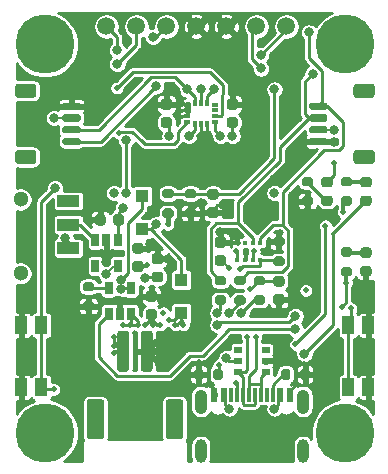
<source format=gbr>
%TF.GenerationSoftware,KiCad,Pcbnew,(5.1.8)-1*%
%TF.CreationDate,2021-06-05T10:25:27+02:00*%
%TF.ProjectId,trick-tracker,74726963-6b2d-4747-9261-636b65722e6b,rev?*%
%TF.SameCoordinates,Original*%
%TF.FileFunction,Copper,L1,Top*%
%TF.FilePolarity,Positive*%
%FSLAX46Y46*%
G04 Gerber Fmt 4.6, Leading zero omitted, Abs format (unit mm)*
G04 Created by KiCad (PCBNEW (5.1.8)-1) date 2021-06-05 10:25:27*
%MOMM*%
%LPD*%
G01*
G04 APERTURE LIST*
%TA.AperFunction,SMDPad,CuDef*%
%ADD10R,0.300000X0.600000*%
%TD*%
%TA.AperFunction,SMDPad,CuDef*%
%ADD11R,0.600000X0.300000*%
%TD*%
%TA.AperFunction,SMDPad,CuDef*%
%ADD12C,1.500000*%
%TD*%
%TA.AperFunction,ComponentPad*%
%ADD13C,0.800000*%
%TD*%
%TA.AperFunction,ComponentPad*%
%ADD14C,5.000000*%
%TD*%
%TA.AperFunction,SMDPad,CuDef*%
%ADD15R,0.300000X1.150000*%
%TD*%
%TA.AperFunction,SMDPad,CuDef*%
%ADD16R,0.600000X1.150000*%
%TD*%
%TA.AperFunction,ComponentPad*%
%ADD17O,1.050000X2.100000*%
%TD*%
%TA.AperFunction,ComponentPad*%
%ADD18O,1.000000X2.000000*%
%TD*%
%TA.AperFunction,SMDPad,CuDef*%
%ADD19R,0.700000X0.510000*%
%TD*%
%TA.AperFunction,SMDPad,CuDef*%
%ADD20R,1.100000X1.100000*%
%TD*%
%TA.AperFunction,ComponentPad*%
%ADD21C,1.300000*%
%TD*%
%TA.AperFunction,SMDPad,CuDef*%
%ADD22R,1.900000X1.000000*%
%TD*%
%TA.AperFunction,SMDPad,CuDef*%
%ADD23R,1.000000X1.550000*%
%TD*%
%TA.AperFunction,SMDPad,CuDef*%
%ADD24R,0.650000X1.060000*%
%TD*%
%TA.AperFunction,SMDPad,CuDef*%
%ADD25R,0.350000X0.350000*%
%TD*%
%TA.AperFunction,ViaPad*%
%ADD26C,0.800000*%
%TD*%
%TA.AperFunction,ViaPad*%
%ADD27C,0.500000*%
%TD*%
%TA.AperFunction,Conductor*%
%ADD28C,0.250000*%
%TD*%
%TA.AperFunction,Conductor*%
%ADD29C,0.500000*%
%TD*%
%TA.AperFunction,Conductor*%
%ADD30C,0.300000*%
%TD*%
%TA.AperFunction,Conductor*%
%ADD31C,0.400000*%
%TD*%
%TA.AperFunction,Conductor*%
%ADD32C,0.200000*%
%TD*%
%TA.AperFunction,Conductor*%
%ADD33C,0.254000*%
%TD*%
%TA.AperFunction,Conductor*%
%ADD34C,0.100000*%
%TD*%
G04 APERTURE END LIST*
D10*
%TO.P,IC1,14*%
%TO.N,/SDA*%
X145550000Y-106288000D03*
%TO.P,IC1,13*%
%TO.N,/SCL*%
X146050000Y-106288000D03*
%TO.P,IC1,12*%
%TO.N,/3.3V*%
X146550000Y-106288000D03*
D11*
%TO.P,IC1,11*%
%TO.N,Net-(IC1-Pad11)*%
X147200000Y-106438000D03*
%TO.P,IC1,10*%
%TO.N,Net-(IC1-Pad10)*%
X147200000Y-106938000D03*
%TO.P,IC1,9*%
%TO.N,/BMX_INT2*%
X147200000Y-107438000D03*
%TO.P,IC1,8*%
%TO.N,/3.3V*%
X147200000Y-107938000D03*
D10*
%TO.P,IC1,7*%
%TO.N,GND*%
X146550000Y-108088000D03*
%TO.P,IC1,6*%
X146050000Y-108088000D03*
%TO.P,IC1,5*%
%TO.N,/3.3V*%
X145550000Y-108088000D03*
D11*
%TO.P,IC1,4*%
%TO.N,/BMX_INT1*%
X144900000Y-107938000D03*
%TO.P,IC1,3*%
%TO.N,GND*%
X144900000Y-107438000D03*
%TO.P,IC1,2*%
X144900000Y-106938000D03*
%TO.P,IC1,1*%
X144900000Y-106438000D03*
%TD*%
%TO.P,C6,2*%
%TO.N,GND*%
%TA.AperFunction,SMDPad,CuDef*%
G36*
G01*
X143379000Y-106863000D02*
X142879000Y-106863000D01*
G75*
G02*
X142654000Y-106638000I0J225000D01*
G01*
X142654000Y-106188000D01*
G75*
G02*
X142879000Y-105963000I225000J0D01*
G01*
X143379000Y-105963000D01*
G75*
G02*
X143604000Y-106188000I0J-225000D01*
G01*
X143604000Y-106638000D01*
G75*
G02*
X143379000Y-106863000I-225000J0D01*
G01*
G37*
%TD.AperFunction*%
%TO.P,C6,1*%
%TO.N,/3.3V*%
%TA.AperFunction,SMDPad,CuDef*%
G36*
G01*
X143379000Y-108413000D02*
X142879000Y-108413000D01*
G75*
G02*
X142654000Y-108188000I0J225000D01*
G01*
X142654000Y-107738000D01*
G75*
G02*
X142879000Y-107513000I225000J0D01*
G01*
X143379000Y-107513000D01*
G75*
G02*
X143604000Y-107738000I0J-225000D01*
G01*
X143604000Y-108188000D01*
G75*
G02*
X143379000Y-108413000I-225000J0D01*
G01*
G37*
%TD.AperFunction*%
%TD*%
%TO.P,C5,2*%
%TO.N,GND*%
%TA.AperFunction,SMDPad,CuDef*%
G36*
G01*
X148967000Y-106863000D02*
X148467000Y-106863000D01*
G75*
G02*
X148242000Y-106638000I0J225000D01*
G01*
X148242000Y-106188000D01*
G75*
G02*
X148467000Y-105963000I225000J0D01*
G01*
X148967000Y-105963000D01*
G75*
G02*
X149192000Y-106188000I0J-225000D01*
G01*
X149192000Y-106638000D01*
G75*
G02*
X148967000Y-106863000I-225000J0D01*
G01*
G37*
%TD.AperFunction*%
%TO.P,C5,1*%
%TO.N,/3.3V*%
%TA.AperFunction,SMDPad,CuDef*%
G36*
G01*
X148967000Y-108413000D02*
X148467000Y-108413000D01*
G75*
G02*
X148242000Y-108188000I0J225000D01*
G01*
X148242000Y-107738000D01*
G75*
G02*
X148467000Y-107513000I225000J0D01*
G01*
X148967000Y-107513000D01*
G75*
G02*
X149192000Y-107738000I0J-225000D01*
G01*
X149192000Y-108188000D01*
G75*
G02*
X148967000Y-108413000I-225000J0D01*
G01*
G37*
%TD.AperFunction*%
%TD*%
D12*
%TO.P,TP7,1*%
%TO.N,GND*%
X148209000Y-99822000D03*
%TD*%
D13*
%TO.P,H4,1*%
%TO.N,N/C*%
X159567825Y-100020175D03*
X158242000Y-99471000D03*
X156916175Y-100020175D03*
X156367000Y-101346000D03*
X156916175Y-102671825D03*
X158242000Y-103221000D03*
X159567825Y-102671825D03*
X160117000Y-101346000D03*
D14*
X158242000Y-101346000D03*
%TD*%
D13*
%TO.P,H3,1*%
%TO.N,N/C*%
X134167825Y-100020175D03*
X132842000Y-99471000D03*
X131516175Y-100020175D03*
X130967000Y-101346000D03*
X131516175Y-102671825D03*
X132842000Y-103221000D03*
X134167825Y-102671825D03*
X134717000Y-101346000D03*
D14*
X132842000Y-101346000D03*
%TD*%
D13*
%TO.P,H2,1*%
%TO.N,N/C*%
X159567825Y-132913175D03*
X158242000Y-132364000D03*
X156916175Y-132913175D03*
X156367000Y-134239000D03*
X156916175Y-135564825D03*
X158242000Y-136114000D03*
X159567825Y-135564825D03*
X160117000Y-134239000D03*
D14*
X158242000Y-134239000D03*
%TD*%
D13*
%TO.P,H1,1*%
%TO.N,N/C*%
X134167825Y-132913175D03*
X132842000Y-132364000D03*
X131516175Y-132913175D03*
X130967000Y-134239000D03*
X131516175Y-135564825D03*
X132842000Y-136114000D03*
X134167825Y-135564825D03*
X134717000Y-134239000D03*
D14*
X132842000Y-134239000D03*
%TD*%
D15*
%TO.P,J1,B8*%
%TO.N,Net-(J1-PadB8)*%
X148618000Y-131008000D03*
%TO.P,J1,A5*%
%TO.N,Net-(J1-PadA5)*%
X149118000Y-131008000D03*
%TO.P,J1,B7*%
%TO.N,/D-*%
X149618000Y-131008000D03*
%TO.P,J1,B5*%
%TO.N,Net-(J1-PadB5)*%
X152118000Y-131008000D03*
%TO.P,J1,A8*%
%TO.N,Net-(J1-PadA8)*%
X151618000Y-131008000D03*
%TO.P,J1,B6*%
%TO.N,/D+*%
X151118000Y-131008000D03*
%TO.P,J1,A6*%
X150118000Y-131008000D03*
%TO.P,J1,A7*%
%TO.N,/D-*%
X150618000Y-131008000D03*
D16*
%TO.P,J1,B4_A9*%
%TO.N,/VBUS*%
X152768000Y-131008000D03*
%TO.P,J1,A4_B9*%
X147968000Y-131008000D03*
%TO.P,J1,B1_A12*%
%TO.N,GND*%
X153568000Y-131008000D03*
%TO.P,J1,A1_B12*%
X147168000Y-131008000D03*
D17*
%TO.P,J1,S4*%
%TO.N,Net-(J1-PadS4)*%
X154688000Y-131583000D03*
%TO.P,J1,S1*%
%TO.N,Net-(J1-PadS1)*%
X146048000Y-131583000D03*
D18*
%TO.P,J1,S3*%
%TO.N,Net-(J1-PadS3)*%
X154688000Y-135763000D03*
%TO.P,J1,S2*%
%TO.N,Net-(J1-PadS2)*%
X146048000Y-135763000D03*
%TD*%
D12*
%TO.P,TP6,1*%
%TO.N,GND*%
X145669000Y-99822000D03*
%TD*%
%TO.P,TP5,1*%
%TO.N,/3.3V*%
X143129000Y-99822000D03*
%TD*%
%TO.P,TP4,1*%
%TO.N,/SWDIO*%
X140589000Y-99822000D03*
%TD*%
%TO.P,TP3,1*%
%TO.N,/SWDCLK*%
X138049000Y-99822000D03*
%TD*%
%TO.P,TP2,1*%
%TO.N,/Rx*%
X150749000Y-99822000D03*
%TD*%
%TO.P,TP1,1*%
%TO.N,/Tx*%
X153289000Y-99822000D03*
%TD*%
D19*
%TO.P,U6,1*%
%TO.N,/D+*%
X151528000Y-129093000D03*
%TO.P,U6,2*%
%TO.N,GND*%
X151528000Y-128143000D03*
%TO.P,U6,3*%
%TO.N,Net-(U6-Pad3)*%
X151528000Y-127193000D03*
%TO.P,U6,4*%
%TO.N,Net-(U6-Pad4)*%
X149208000Y-127193000D03*
%TO.P,U6,5*%
%TO.N,/VBUS*%
X149208000Y-128143000D03*
%TO.P,U6,6*%
%TO.N,/D-*%
X149208000Y-129093000D03*
%TD*%
%TO.P,J2,1*%
%TO.N,/VBAT*%
%TA.AperFunction,SMDPad,CuDef*%
G36*
G01*
X138962000Y-128825000D02*
X138962000Y-125825000D01*
G75*
G02*
X139212000Y-125575000I250000J0D01*
G01*
X139712000Y-125575000D01*
G75*
G02*
X139962000Y-125825000I0J-250000D01*
G01*
X139962000Y-128825000D01*
G75*
G02*
X139712000Y-129075000I-250000J0D01*
G01*
X139212000Y-129075000D01*
G75*
G02*
X138962000Y-128825000I0J250000D01*
G01*
G37*
%TD.AperFunction*%
%TO.P,J2,2*%
%TO.N,GND*%
%TA.AperFunction,SMDPad,CuDef*%
G36*
G01*
X140962000Y-128825000D02*
X140962000Y-125825000D01*
G75*
G02*
X141212000Y-125575000I250000J0D01*
G01*
X141712000Y-125575000D01*
G75*
G02*
X141962000Y-125825000I0J-250000D01*
G01*
X141962000Y-128825000D01*
G75*
G02*
X141712000Y-129075000I-250000J0D01*
G01*
X141212000Y-129075000D01*
G75*
G02*
X140962000Y-128825000I0J250000D01*
G01*
G37*
%TD.AperFunction*%
%TO.P,J2,MP*%
%TO.N,N/C*%
%TA.AperFunction,SMDPad,CuDef*%
G36*
G01*
X136362000Y-134525000D02*
X136362000Y-131625000D01*
G75*
G02*
X136612000Y-131375000I250000J0D01*
G01*
X137612000Y-131375000D01*
G75*
G02*
X137862000Y-131625000I0J-250000D01*
G01*
X137862000Y-134525000D01*
G75*
G02*
X137612000Y-134775000I-250000J0D01*
G01*
X136612000Y-134775000D01*
G75*
G02*
X136362000Y-134525000I0J250000D01*
G01*
G37*
%TD.AperFunction*%
%TA.AperFunction,SMDPad,CuDef*%
G36*
G01*
X143062000Y-134525000D02*
X143062000Y-131625000D01*
G75*
G02*
X143312000Y-131375000I250000J0D01*
G01*
X144312000Y-131375000D01*
G75*
G02*
X144562000Y-131625000I0J-250000D01*
G01*
X144562000Y-134525000D01*
G75*
G02*
X144312000Y-134775000I-250000J0D01*
G01*
X143312000Y-134775000D01*
G75*
G02*
X143062000Y-134525000I0J250000D01*
G01*
G37*
%TD.AperFunction*%
%TD*%
%TO.P,J6,1*%
%TO.N,GND*%
%TA.AperFunction,SMDPad,CuDef*%
G36*
G01*
X156613000Y-109877000D02*
X155363000Y-109877000D01*
G75*
G02*
X155213000Y-109727000I0J150000D01*
G01*
X155213000Y-109427000D01*
G75*
G02*
X155363000Y-109277000I150000J0D01*
G01*
X156613000Y-109277000D01*
G75*
G02*
X156763000Y-109427000I0J-150000D01*
G01*
X156763000Y-109727000D01*
G75*
G02*
X156613000Y-109877000I-150000J0D01*
G01*
G37*
%TD.AperFunction*%
%TO.P,J6,2*%
%TO.N,/3.3V*%
%TA.AperFunction,SMDPad,CuDef*%
G36*
G01*
X156613000Y-108877000D02*
X155363000Y-108877000D01*
G75*
G02*
X155213000Y-108727000I0J150000D01*
G01*
X155213000Y-108427000D01*
G75*
G02*
X155363000Y-108277000I150000J0D01*
G01*
X156613000Y-108277000D01*
G75*
G02*
X156763000Y-108427000I0J-150000D01*
G01*
X156763000Y-108727000D01*
G75*
G02*
X156613000Y-108877000I-150000J0D01*
G01*
G37*
%TD.AperFunction*%
%TO.P,J6,3*%
%TO.N,/SDA*%
%TA.AperFunction,SMDPad,CuDef*%
G36*
G01*
X156613000Y-107877000D02*
X155363000Y-107877000D01*
G75*
G02*
X155213000Y-107727000I0J150000D01*
G01*
X155213000Y-107427000D01*
G75*
G02*
X155363000Y-107277000I150000J0D01*
G01*
X156613000Y-107277000D01*
G75*
G02*
X156763000Y-107427000I0J-150000D01*
G01*
X156763000Y-107727000D01*
G75*
G02*
X156613000Y-107877000I-150000J0D01*
G01*
G37*
%TD.AperFunction*%
%TO.P,J6,4*%
%TO.N,/SCL*%
%TA.AperFunction,SMDPad,CuDef*%
G36*
G01*
X156613000Y-106877000D02*
X155363000Y-106877000D01*
G75*
G02*
X155213000Y-106727000I0J150000D01*
G01*
X155213000Y-106427000D01*
G75*
G02*
X155363000Y-106277000I150000J0D01*
G01*
X156613000Y-106277000D01*
G75*
G02*
X156763000Y-106427000I0J-150000D01*
G01*
X156763000Y-106727000D01*
G75*
G02*
X156613000Y-106877000I-150000J0D01*
G01*
G37*
%TD.AperFunction*%
%TO.P,J6,MP*%
%TO.N,N/C*%
%TA.AperFunction,SMDPad,CuDef*%
G36*
G01*
X160513001Y-111477000D02*
X159212999Y-111477000D01*
G75*
G02*
X158963000Y-111227001I0J249999D01*
G01*
X158963000Y-110526999D01*
G75*
G02*
X159212999Y-110277000I249999J0D01*
G01*
X160513001Y-110277000D01*
G75*
G02*
X160763000Y-110526999I0J-249999D01*
G01*
X160763000Y-111227001D01*
G75*
G02*
X160513001Y-111477000I-249999J0D01*
G01*
G37*
%TD.AperFunction*%
%TA.AperFunction,SMDPad,CuDef*%
G36*
G01*
X160513001Y-105877000D02*
X159212999Y-105877000D01*
G75*
G02*
X158963000Y-105627001I0J249999D01*
G01*
X158963000Y-104926999D01*
G75*
G02*
X159212999Y-104677000I249999J0D01*
G01*
X160513001Y-104677000D01*
G75*
G02*
X160763000Y-104926999I0J-249999D01*
G01*
X160763000Y-105627001D01*
G75*
G02*
X160513001Y-105877000I-249999J0D01*
G01*
G37*
%TD.AperFunction*%
%TD*%
D20*
%TO.P,D5,1*%
%TO.N,/VIN*%
X141097000Y-116970000D03*
%TO.P,D5,2*%
%TO.N,/VBUS*%
X141097000Y-114170000D03*
%TD*%
%TO.P,D1,2*%
%TO.N,/VBAT*%
X144399000Y-124082000D03*
%TO.P,D1,1*%
%TO.N,/VIN*%
X144399000Y-121282000D03*
%TD*%
%TO.P,R7,2*%
%TO.N,Net-(D4-Pad1)*%
%TA.AperFunction,SMDPad,CuDef*%
G36*
G01*
X155342000Y-113367000D02*
X154792000Y-113367000D01*
G75*
G02*
X154592000Y-113167000I0J200000D01*
G01*
X154592000Y-112767000D01*
G75*
G02*
X154792000Y-112567000I200000J0D01*
G01*
X155342000Y-112567000D01*
G75*
G02*
X155542000Y-112767000I0J-200000D01*
G01*
X155542000Y-113167000D01*
G75*
G02*
X155342000Y-113367000I-200000J0D01*
G01*
G37*
%TD.AperFunction*%
%TO.P,R7,1*%
%TO.N,GND*%
%TA.AperFunction,SMDPad,CuDef*%
G36*
G01*
X155342000Y-115017000D02*
X154792000Y-115017000D01*
G75*
G02*
X154592000Y-114817000I0J200000D01*
G01*
X154592000Y-114417000D01*
G75*
G02*
X154792000Y-114217000I200000J0D01*
G01*
X155342000Y-114217000D01*
G75*
G02*
X155542000Y-114417000I0J-200000D01*
G01*
X155542000Y-114817000D01*
G75*
G02*
X155342000Y-115017000I-200000J0D01*
G01*
G37*
%TD.AperFunction*%
%TD*%
%TO.P,D4,2*%
%TO.N,Net-(D4-Pad2)*%
%TA.AperFunction,SMDPad,CuDef*%
G36*
G01*
X156974250Y-113442000D02*
X156461750Y-113442000D01*
G75*
G02*
X156243000Y-113223250I0J218750D01*
G01*
X156243000Y-112785750D01*
G75*
G02*
X156461750Y-112567000I218750J0D01*
G01*
X156974250Y-112567000D01*
G75*
G02*
X157193000Y-112785750I0J-218750D01*
G01*
X157193000Y-113223250D01*
G75*
G02*
X156974250Y-113442000I-218750J0D01*
G01*
G37*
%TD.AperFunction*%
%TO.P,D4,1*%
%TO.N,Net-(D4-Pad1)*%
%TA.AperFunction,SMDPad,CuDef*%
G36*
G01*
X156974250Y-115017000D02*
X156461750Y-115017000D01*
G75*
G02*
X156243000Y-114798250I0J218750D01*
G01*
X156243000Y-114360750D01*
G75*
G02*
X156461750Y-114142000I218750J0D01*
G01*
X156974250Y-114142000D01*
G75*
G02*
X157193000Y-114360750I0J-218750D01*
G01*
X157193000Y-114798250D01*
G75*
G02*
X156974250Y-115017000I-218750J0D01*
G01*
G37*
%TD.AperFunction*%
%TD*%
%TO.P,R18,2*%
%TO.N,/BAT_SENS*%
%TA.AperFunction,SMDPad,CuDef*%
G36*
G01*
X145436000Y-114383000D02*
X144886000Y-114383000D01*
G75*
G02*
X144686000Y-114183000I0J200000D01*
G01*
X144686000Y-113783000D01*
G75*
G02*
X144886000Y-113583000I200000J0D01*
G01*
X145436000Y-113583000D01*
G75*
G02*
X145636000Y-113783000I0J-200000D01*
G01*
X145636000Y-114183000D01*
G75*
G02*
X145436000Y-114383000I-200000J0D01*
G01*
G37*
%TD.AperFunction*%
%TO.P,R18,1*%
%TO.N,GND*%
%TA.AperFunction,SMDPad,CuDef*%
G36*
G01*
X145436000Y-116033000D02*
X144886000Y-116033000D01*
G75*
G02*
X144686000Y-115833000I0J200000D01*
G01*
X144686000Y-115433000D01*
G75*
G02*
X144886000Y-115233000I200000J0D01*
G01*
X145436000Y-115233000D01*
G75*
G02*
X145636000Y-115433000I0J-200000D01*
G01*
X145636000Y-115833000D01*
G75*
G02*
X145436000Y-116033000I-200000J0D01*
G01*
G37*
%TD.AperFunction*%
%TD*%
%TO.P,R4,2*%
%TO.N,/BAT_SENS*%
%TA.AperFunction,SMDPad,CuDef*%
G36*
G01*
X143531000Y-114383000D02*
X142981000Y-114383000D01*
G75*
G02*
X142781000Y-114183000I0J200000D01*
G01*
X142781000Y-113783000D01*
G75*
G02*
X142981000Y-113583000I200000J0D01*
G01*
X143531000Y-113583000D01*
G75*
G02*
X143731000Y-113783000I0J-200000D01*
G01*
X143731000Y-114183000D01*
G75*
G02*
X143531000Y-114383000I-200000J0D01*
G01*
G37*
%TD.AperFunction*%
%TO.P,R4,1*%
%TO.N,/VBAT*%
%TA.AperFunction,SMDPad,CuDef*%
G36*
G01*
X143531000Y-116033000D02*
X142981000Y-116033000D01*
G75*
G02*
X142781000Y-115833000I0J200000D01*
G01*
X142781000Y-115433000D01*
G75*
G02*
X142981000Y-115233000I200000J0D01*
G01*
X143531000Y-115233000D01*
G75*
G02*
X143731000Y-115433000I0J-200000D01*
G01*
X143731000Y-115833000D01*
G75*
G02*
X143531000Y-116033000I-200000J0D01*
G01*
G37*
%TD.AperFunction*%
%TD*%
%TO.P,C12,2*%
%TO.N,GND*%
%TA.AperFunction,SMDPad,CuDef*%
G36*
G01*
X146816000Y-115133000D02*
X147316000Y-115133000D01*
G75*
G02*
X147541000Y-115358000I0J-225000D01*
G01*
X147541000Y-115808000D01*
G75*
G02*
X147316000Y-116033000I-225000J0D01*
G01*
X146816000Y-116033000D01*
G75*
G02*
X146591000Y-115808000I0J225000D01*
G01*
X146591000Y-115358000D01*
G75*
G02*
X146816000Y-115133000I225000J0D01*
G01*
G37*
%TD.AperFunction*%
%TO.P,C12,1*%
%TO.N,/BAT_SENS*%
%TA.AperFunction,SMDPad,CuDef*%
G36*
G01*
X146816000Y-113583000D02*
X147316000Y-113583000D01*
G75*
G02*
X147541000Y-113808000I0J-225000D01*
G01*
X147541000Y-114258000D01*
G75*
G02*
X147316000Y-114483000I-225000J0D01*
G01*
X146816000Y-114483000D01*
G75*
G02*
X146591000Y-114258000I0J225000D01*
G01*
X146591000Y-113808000D01*
G75*
G02*
X146816000Y-113583000I225000J0D01*
G01*
G37*
%TD.AperFunction*%
%TD*%
D21*
%TO.P,S3,MH2*%
%TO.N,Net-(S3-PadMH2)*%
X130782000Y-120727000D03*
%TO.P,S3,MH1*%
%TO.N,Net-(S3-PadMH1)*%
X130782000Y-114477000D03*
D22*
%TO.P,S3,3*%
%TO.N,/VIN*%
X134832000Y-118602000D03*
%TO.P,S3,2*%
%TO.N,/EN*%
X134832000Y-116602000D03*
%TO.P,S3,1*%
%TO.N,Net-(S3-Pad1)*%
X134832000Y-114602000D03*
%TD*%
D23*
%TO.P,S2,4*%
%TO.N,GND*%
X160235000Y-130387000D03*
%TO.P,S2,3*%
%TO.N,/BTN*%
X158535000Y-130387000D03*
%TO.P,S2,2*%
%TO.N,GND*%
X160235000Y-125137000D03*
%TO.P,S2,1*%
%TO.N,/BTN*%
X158535000Y-125137000D03*
%TD*%
%TO.P,S1,4*%
%TO.N,GND*%
X130849000Y-125137000D03*
%TO.P,S1,3*%
%TO.N,/RESET*%
X132549000Y-125137000D03*
%TO.P,S1,2*%
%TO.N,GND*%
X130849000Y-130387000D03*
%TO.P,S1,1*%
%TO.N,/RESET*%
X132549000Y-130387000D03*
%TD*%
%TO.P,R17,2*%
%TO.N,/3.3V*%
%TA.AperFunction,SMDPad,CuDef*%
G36*
G01*
X147426000Y-122599000D02*
X147976000Y-122599000D01*
G75*
G02*
X148176000Y-122799000I0J-200000D01*
G01*
X148176000Y-123199000D01*
G75*
G02*
X147976000Y-123399000I-200000J0D01*
G01*
X147426000Y-123399000D01*
G75*
G02*
X147226000Y-123199000I0J200000D01*
G01*
X147226000Y-122799000D01*
G75*
G02*
X147426000Y-122599000I200000J0D01*
G01*
G37*
%TD.AperFunction*%
%TO.P,R17,1*%
%TO.N,/SDA*%
%TA.AperFunction,SMDPad,CuDef*%
G36*
G01*
X147426000Y-120949000D02*
X147976000Y-120949000D01*
G75*
G02*
X148176000Y-121149000I0J-200000D01*
G01*
X148176000Y-121549000D01*
G75*
G02*
X147976000Y-121749000I-200000J0D01*
G01*
X147426000Y-121749000D01*
G75*
G02*
X147226000Y-121549000I0J200000D01*
G01*
X147226000Y-121149000D01*
G75*
G02*
X147426000Y-120949000I200000J0D01*
G01*
G37*
%TD.AperFunction*%
%TD*%
%TO.P,R16,2*%
%TO.N,/3.3V*%
%TA.AperFunction,SMDPad,CuDef*%
G36*
G01*
X149077000Y-122599000D02*
X149627000Y-122599000D01*
G75*
G02*
X149827000Y-122799000I0J-200000D01*
G01*
X149827000Y-123199000D01*
G75*
G02*
X149627000Y-123399000I-200000J0D01*
G01*
X149077000Y-123399000D01*
G75*
G02*
X148877000Y-123199000I0J200000D01*
G01*
X148877000Y-122799000D01*
G75*
G02*
X149077000Y-122599000I200000J0D01*
G01*
G37*
%TD.AperFunction*%
%TO.P,R16,1*%
%TO.N,/SCL*%
%TA.AperFunction,SMDPad,CuDef*%
G36*
G01*
X149077000Y-120949000D02*
X149627000Y-120949000D01*
G75*
G02*
X149827000Y-121149000I0J-200000D01*
G01*
X149827000Y-121549000D01*
G75*
G02*
X149627000Y-121749000I-200000J0D01*
G01*
X149077000Y-121749000D01*
G75*
G02*
X148877000Y-121549000I0J200000D01*
G01*
X148877000Y-121149000D01*
G75*
G02*
X149077000Y-120949000I200000J0D01*
G01*
G37*
%TD.AperFunction*%
%TD*%
%TO.P,R15,2*%
%TO.N,/3.3V*%
%TA.AperFunction,SMDPad,CuDef*%
G36*
G01*
X150728000Y-122599000D02*
X151278000Y-122599000D01*
G75*
G02*
X151478000Y-122799000I0J-200000D01*
G01*
X151478000Y-123199000D01*
G75*
G02*
X151278000Y-123399000I-200000J0D01*
G01*
X150728000Y-123399000D01*
G75*
G02*
X150528000Y-123199000I0J200000D01*
G01*
X150528000Y-122799000D01*
G75*
G02*
X150728000Y-122599000I200000J0D01*
G01*
G37*
%TD.AperFunction*%
%TO.P,R15,1*%
%TO.N,/RESET*%
%TA.AperFunction,SMDPad,CuDef*%
G36*
G01*
X150728000Y-120949000D02*
X151278000Y-120949000D01*
G75*
G02*
X151478000Y-121149000I0J-200000D01*
G01*
X151478000Y-121549000D01*
G75*
G02*
X151278000Y-121749000I-200000J0D01*
G01*
X150728000Y-121749000D01*
G75*
G02*
X150528000Y-121549000I0J200000D01*
G01*
X150528000Y-121149000D01*
G75*
G02*
X150728000Y-120949000I200000J0D01*
G01*
G37*
%TD.AperFunction*%
%TD*%
%TO.P,R12,2*%
%TO.N,/PRESS_INT*%
%TA.AperFunction,SMDPad,CuDef*%
G36*
G01*
X152379000Y-119297000D02*
X152929000Y-119297000D01*
G75*
G02*
X153129000Y-119497000I0J-200000D01*
G01*
X153129000Y-119897000D01*
G75*
G02*
X152929000Y-120097000I-200000J0D01*
G01*
X152379000Y-120097000D01*
G75*
G02*
X152179000Y-119897000I0J200000D01*
G01*
X152179000Y-119497000D01*
G75*
G02*
X152379000Y-119297000I200000J0D01*
G01*
G37*
%TD.AperFunction*%
%TO.P,R12,1*%
%TO.N,GND*%
%TA.AperFunction,SMDPad,CuDef*%
G36*
G01*
X152379000Y-117647000D02*
X152929000Y-117647000D01*
G75*
G02*
X153129000Y-117847000I0J-200000D01*
G01*
X153129000Y-118247000D01*
G75*
G02*
X152929000Y-118447000I-200000J0D01*
G01*
X152379000Y-118447000D01*
G75*
G02*
X152179000Y-118247000I0J200000D01*
G01*
X152179000Y-117847000D01*
G75*
G02*
X152379000Y-117647000I200000J0D01*
G01*
G37*
%TD.AperFunction*%
%TD*%
%TO.P,C11,2*%
%TO.N,GND*%
%TA.AperFunction,SMDPad,CuDef*%
G36*
G01*
X152404000Y-122499000D02*
X152904000Y-122499000D01*
G75*
G02*
X153129000Y-122724000I0J-225000D01*
G01*
X153129000Y-123174000D01*
G75*
G02*
X152904000Y-123399000I-225000J0D01*
G01*
X152404000Y-123399000D01*
G75*
G02*
X152179000Y-123174000I0J225000D01*
G01*
X152179000Y-122724000D01*
G75*
G02*
X152404000Y-122499000I225000J0D01*
G01*
G37*
%TD.AperFunction*%
%TO.P,C11,1*%
%TO.N,/RESET*%
%TA.AperFunction,SMDPad,CuDef*%
G36*
G01*
X152404000Y-120949000D02*
X152904000Y-120949000D01*
G75*
G02*
X153129000Y-121174000I0J-225000D01*
G01*
X153129000Y-121624000D01*
G75*
G02*
X152904000Y-121849000I-225000J0D01*
G01*
X152404000Y-121849000D01*
G75*
G02*
X152179000Y-121624000I0J225000D01*
G01*
X152179000Y-121174000D01*
G75*
G02*
X152404000Y-120949000I225000J0D01*
G01*
G37*
%TD.AperFunction*%
%TD*%
%TO.P,C10,2*%
%TO.N,GND*%
%TA.AperFunction,SMDPad,CuDef*%
G36*
G01*
X147951000Y-118547000D02*
X147451000Y-118547000D01*
G75*
G02*
X147226000Y-118322000I0J225000D01*
G01*
X147226000Y-117872000D01*
G75*
G02*
X147451000Y-117647000I225000J0D01*
G01*
X147951000Y-117647000D01*
G75*
G02*
X148176000Y-117872000I0J-225000D01*
G01*
X148176000Y-118322000D01*
G75*
G02*
X147951000Y-118547000I-225000J0D01*
G01*
G37*
%TD.AperFunction*%
%TO.P,C10,1*%
%TO.N,/3.3V*%
%TA.AperFunction,SMDPad,CuDef*%
G36*
G01*
X147951000Y-120097000D02*
X147451000Y-120097000D01*
G75*
G02*
X147226000Y-119872000I0J225000D01*
G01*
X147226000Y-119422000D01*
G75*
G02*
X147451000Y-119197000I225000J0D01*
G01*
X147951000Y-119197000D01*
G75*
G02*
X148176000Y-119422000I0J-225000D01*
G01*
X148176000Y-119872000D01*
G75*
G02*
X147951000Y-120097000I-225000J0D01*
G01*
G37*
%TD.AperFunction*%
%TD*%
%TO.P,J3,1*%
%TO.N,GND*%
%TA.AperFunction,SMDPad,CuDef*%
G36*
G01*
X134471000Y-106277000D02*
X135721000Y-106277000D01*
G75*
G02*
X135871000Y-106427000I0J-150000D01*
G01*
X135871000Y-106727000D01*
G75*
G02*
X135721000Y-106877000I-150000J0D01*
G01*
X134471000Y-106877000D01*
G75*
G02*
X134321000Y-106727000I0J150000D01*
G01*
X134321000Y-106427000D01*
G75*
G02*
X134471000Y-106277000I150000J0D01*
G01*
G37*
%TD.AperFunction*%
%TO.P,J3,2*%
%TO.N,/3.3V*%
%TA.AperFunction,SMDPad,CuDef*%
G36*
G01*
X134471000Y-107277000D02*
X135721000Y-107277000D01*
G75*
G02*
X135871000Y-107427000I0J-150000D01*
G01*
X135871000Y-107727000D01*
G75*
G02*
X135721000Y-107877000I-150000J0D01*
G01*
X134471000Y-107877000D01*
G75*
G02*
X134321000Y-107727000I0J150000D01*
G01*
X134321000Y-107427000D01*
G75*
G02*
X134471000Y-107277000I150000J0D01*
G01*
G37*
%TD.AperFunction*%
%TO.P,J3,3*%
%TO.N,/SDA*%
%TA.AperFunction,SMDPad,CuDef*%
G36*
G01*
X134471000Y-108277000D02*
X135721000Y-108277000D01*
G75*
G02*
X135871000Y-108427000I0J-150000D01*
G01*
X135871000Y-108727000D01*
G75*
G02*
X135721000Y-108877000I-150000J0D01*
G01*
X134471000Y-108877000D01*
G75*
G02*
X134321000Y-108727000I0J150000D01*
G01*
X134321000Y-108427000D01*
G75*
G02*
X134471000Y-108277000I150000J0D01*
G01*
G37*
%TD.AperFunction*%
%TO.P,J3,4*%
%TO.N,/SCL*%
%TA.AperFunction,SMDPad,CuDef*%
G36*
G01*
X134471000Y-109277000D02*
X135721000Y-109277000D01*
G75*
G02*
X135871000Y-109427000I0J-150000D01*
G01*
X135871000Y-109727000D01*
G75*
G02*
X135721000Y-109877000I-150000J0D01*
G01*
X134471000Y-109877000D01*
G75*
G02*
X134321000Y-109727000I0J150000D01*
G01*
X134321000Y-109427000D01*
G75*
G02*
X134471000Y-109277000I150000J0D01*
G01*
G37*
%TD.AperFunction*%
%TO.P,J3,MP*%
%TO.N,N/C*%
%TA.AperFunction,SMDPad,CuDef*%
G36*
G01*
X130570999Y-104677000D02*
X131871001Y-104677000D01*
G75*
G02*
X132121000Y-104926999I0J-249999D01*
G01*
X132121000Y-105627001D01*
G75*
G02*
X131871001Y-105877000I-249999J0D01*
G01*
X130570999Y-105877000D01*
G75*
G02*
X130321000Y-105627001I0J249999D01*
G01*
X130321000Y-104926999D01*
G75*
G02*
X130570999Y-104677000I249999J0D01*
G01*
G37*
%TD.AperFunction*%
%TA.AperFunction,SMDPad,CuDef*%
G36*
G01*
X130570999Y-110277000D02*
X131871001Y-110277000D01*
G75*
G02*
X132121000Y-110526999I0J-249999D01*
G01*
X132121000Y-111227001D01*
G75*
G02*
X131871001Y-111477000I-249999J0D01*
G01*
X130570999Y-111477000D01*
G75*
G02*
X130321000Y-111227001I0J249999D01*
G01*
X130321000Y-110526999D01*
G75*
G02*
X130570999Y-110277000I249999J0D01*
G01*
G37*
%TD.AperFunction*%
%TD*%
D24*
%TO.P,U5,5*%
%TO.N,/3.3V*%
X138999000Y-120099000D03*
%TO.P,U5,4*%
%TO.N,Net-(U5-Pad4)*%
X137099000Y-120099000D03*
%TO.P,U5,3*%
%TO.N,/EN*%
X137099000Y-117899000D03*
%TO.P,U5,2*%
%TO.N,GND*%
X138049000Y-117899000D03*
%TO.P,U5,1*%
%TO.N,/VIN*%
X138999000Y-117899000D03*
%TD*%
%TO.P,R6,2*%
%TO.N,Net-(D3-Pad2)*%
%TA.AperFunction,SMDPad,CuDef*%
G36*
G01*
X158644000Y-119336000D02*
X158094000Y-119336000D01*
G75*
G02*
X157894000Y-119136000I0J200000D01*
G01*
X157894000Y-118736000D01*
G75*
G02*
X158094000Y-118536000I200000J0D01*
G01*
X158644000Y-118536000D01*
G75*
G02*
X158844000Y-118736000I0J-200000D01*
G01*
X158844000Y-119136000D01*
G75*
G02*
X158644000Y-119336000I-200000J0D01*
G01*
G37*
%TD.AperFunction*%
%TO.P,R6,1*%
%TO.N,/STAT*%
%TA.AperFunction,SMDPad,CuDef*%
G36*
G01*
X158644000Y-120986000D02*
X158094000Y-120986000D01*
G75*
G02*
X157894000Y-120786000I0J200000D01*
G01*
X157894000Y-120386000D01*
G75*
G02*
X158094000Y-120186000I200000J0D01*
G01*
X158644000Y-120186000D01*
G75*
G02*
X158844000Y-120386000I0J-200000D01*
G01*
X158844000Y-120786000D01*
G75*
G02*
X158644000Y-120986000I-200000J0D01*
G01*
G37*
%TD.AperFunction*%
%TD*%
%TO.P,R5,2*%
%TO.N,Net-(D2-Pad1)*%
%TA.AperFunction,SMDPad,CuDef*%
G36*
G01*
X158644000Y-113367000D02*
X158094000Y-113367000D01*
G75*
G02*
X157894000Y-113167000I0J200000D01*
G01*
X157894000Y-112767000D01*
G75*
G02*
X158094000Y-112567000I200000J0D01*
G01*
X158644000Y-112567000D01*
G75*
G02*
X158844000Y-112767000I0J-200000D01*
G01*
X158844000Y-113167000D01*
G75*
G02*
X158644000Y-113367000I-200000J0D01*
G01*
G37*
%TD.AperFunction*%
%TO.P,R5,1*%
%TO.N,/STAT*%
%TA.AperFunction,SMDPad,CuDef*%
G36*
G01*
X158644000Y-115017000D02*
X158094000Y-115017000D01*
G75*
G02*
X157894000Y-114817000I0J200000D01*
G01*
X157894000Y-114417000D01*
G75*
G02*
X158094000Y-114217000I200000J0D01*
G01*
X158644000Y-114217000D01*
G75*
G02*
X158844000Y-114417000I0J-200000D01*
G01*
X158844000Y-114817000D01*
G75*
G02*
X158644000Y-115017000I-200000J0D01*
G01*
G37*
%TD.AperFunction*%
%TD*%
%TO.P,R3,2*%
%TO.N,GND*%
%TA.AperFunction,SMDPad,CuDef*%
G36*
G01*
X136250000Y-123107000D02*
X136800000Y-123107000D01*
G75*
G02*
X137000000Y-123307000I0J-200000D01*
G01*
X137000000Y-123707000D01*
G75*
G02*
X136800000Y-123907000I-200000J0D01*
G01*
X136250000Y-123907000D01*
G75*
G02*
X136050000Y-123707000I0J200000D01*
G01*
X136050000Y-123307000D01*
G75*
G02*
X136250000Y-123107000I200000J0D01*
G01*
G37*
%TD.AperFunction*%
%TO.P,R3,1*%
%TO.N,Net-(R3-Pad1)*%
%TA.AperFunction,SMDPad,CuDef*%
G36*
G01*
X136250000Y-121457000D02*
X136800000Y-121457000D01*
G75*
G02*
X137000000Y-121657000I0J-200000D01*
G01*
X137000000Y-122057000D01*
G75*
G02*
X136800000Y-122257000I-200000J0D01*
G01*
X136250000Y-122257000D01*
G75*
G02*
X136050000Y-122057000I0J200000D01*
G01*
X136050000Y-121657000D01*
G75*
G02*
X136250000Y-121457000I200000J0D01*
G01*
G37*
%TD.AperFunction*%
%TD*%
%TO.P,R2,2*%
%TO.N,Net-(J1-PadB5)*%
%TA.AperFunction,SMDPad,CuDef*%
G36*
G01*
X153626000Y-129011000D02*
X153626000Y-129561000D01*
G75*
G02*
X153426000Y-129761000I-200000J0D01*
G01*
X153026000Y-129761000D01*
G75*
G02*
X152826000Y-129561000I0J200000D01*
G01*
X152826000Y-129011000D01*
G75*
G02*
X153026000Y-128811000I200000J0D01*
G01*
X153426000Y-128811000D01*
G75*
G02*
X153626000Y-129011000I0J-200000D01*
G01*
G37*
%TD.AperFunction*%
%TO.P,R2,1*%
%TO.N,GND*%
%TA.AperFunction,SMDPad,CuDef*%
G36*
G01*
X155276000Y-129011000D02*
X155276000Y-129561000D01*
G75*
G02*
X155076000Y-129761000I-200000J0D01*
G01*
X154676000Y-129761000D01*
G75*
G02*
X154476000Y-129561000I0J200000D01*
G01*
X154476000Y-129011000D01*
G75*
G02*
X154676000Y-128811000I200000J0D01*
G01*
X155076000Y-128811000D01*
G75*
G02*
X155276000Y-129011000I0J-200000D01*
G01*
G37*
%TD.AperFunction*%
%TD*%
%TO.P,R1,2*%
%TO.N,Net-(J1-PadA5)*%
%TA.AperFunction,SMDPad,CuDef*%
G36*
G01*
X147110000Y-129561000D02*
X147110000Y-129011000D01*
G75*
G02*
X147310000Y-128811000I200000J0D01*
G01*
X147710000Y-128811000D01*
G75*
G02*
X147910000Y-129011000I0J-200000D01*
G01*
X147910000Y-129561000D01*
G75*
G02*
X147710000Y-129761000I-200000J0D01*
G01*
X147310000Y-129761000D01*
G75*
G02*
X147110000Y-129561000I0J200000D01*
G01*
G37*
%TD.AperFunction*%
%TO.P,R1,1*%
%TO.N,GND*%
%TA.AperFunction,SMDPad,CuDef*%
G36*
G01*
X145460000Y-129561000D02*
X145460000Y-129011000D01*
G75*
G02*
X145660000Y-128811000I200000J0D01*
G01*
X146060000Y-128811000D01*
G75*
G02*
X146260000Y-129011000I0J-200000D01*
G01*
X146260000Y-129561000D01*
G75*
G02*
X146060000Y-129761000I-200000J0D01*
G01*
X145660000Y-129761000D01*
G75*
G02*
X145460000Y-129561000I0J200000D01*
G01*
G37*
%TD.AperFunction*%
%TD*%
%TO.P,D3,2*%
%TO.N,Net-(D3-Pad2)*%
%TA.AperFunction,SMDPad,CuDef*%
G36*
G01*
X160276250Y-119411000D02*
X159763750Y-119411000D01*
G75*
G02*
X159545000Y-119192250I0J218750D01*
G01*
X159545000Y-118754750D01*
G75*
G02*
X159763750Y-118536000I218750J0D01*
G01*
X160276250Y-118536000D01*
G75*
G02*
X160495000Y-118754750I0J-218750D01*
G01*
X160495000Y-119192250D01*
G75*
G02*
X160276250Y-119411000I-218750J0D01*
G01*
G37*
%TD.AperFunction*%
%TO.P,D3,1*%
%TO.N,GND*%
%TA.AperFunction,SMDPad,CuDef*%
G36*
G01*
X160276250Y-120986000D02*
X159763750Y-120986000D01*
G75*
G02*
X159545000Y-120767250I0J218750D01*
G01*
X159545000Y-120329750D01*
G75*
G02*
X159763750Y-120111000I218750J0D01*
G01*
X160276250Y-120111000D01*
G75*
G02*
X160495000Y-120329750I0J-218750D01*
G01*
X160495000Y-120767250D01*
G75*
G02*
X160276250Y-120986000I-218750J0D01*
G01*
G37*
%TD.AperFunction*%
%TD*%
%TO.P,D2,1*%
%TO.N,Net-(D2-Pad1)*%
%TA.AperFunction,SMDPad,CuDef*%
G36*
G01*
X159763750Y-112567000D02*
X160276250Y-112567000D01*
G75*
G02*
X160495000Y-112785750I0J-218750D01*
G01*
X160495000Y-113223250D01*
G75*
G02*
X160276250Y-113442000I-218750J0D01*
G01*
X159763750Y-113442000D01*
G75*
G02*
X159545000Y-113223250I0J218750D01*
G01*
X159545000Y-112785750D01*
G75*
G02*
X159763750Y-112567000I218750J0D01*
G01*
G37*
%TD.AperFunction*%
%TO.P,D2,2*%
%TO.N,/VBUS*%
%TA.AperFunction,SMDPad,CuDef*%
G36*
G01*
X159763750Y-114142000D02*
X160276250Y-114142000D01*
G75*
G02*
X160495000Y-114360750I0J-218750D01*
G01*
X160495000Y-114798250D01*
G75*
G02*
X160276250Y-115017000I-218750J0D01*
G01*
X159763750Y-115017000D01*
G75*
G02*
X159545000Y-114798250I0J218750D01*
G01*
X159545000Y-114360750D01*
G75*
G02*
X159763750Y-114142000I218750J0D01*
G01*
G37*
%TD.AperFunction*%
%TD*%
%TO.P,C4,2*%
%TO.N,GND*%
%TA.AperFunction,SMDPad,CuDef*%
G36*
G01*
X140966000Y-119055000D02*
X140466000Y-119055000D01*
G75*
G02*
X140241000Y-118830000I0J225000D01*
G01*
X140241000Y-118380000D01*
G75*
G02*
X140466000Y-118155000I225000J0D01*
G01*
X140966000Y-118155000D01*
G75*
G02*
X141191000Y-118380000I0J-225000D01*
G01*
X141191000Y-118830000D01*
G75*
G02*
X140966000Y-119055000I-225000J0D01*
G01*
G37*
%TD.AperFunction*%
%TO.P,C4,1*%
%TO.N,/3.3V*%
%TA.AperFunction,SMDPad,CuDef*%
G36*
G01*
X140966000Y-120605000D02*
X140466000Y-120605000D01*
G75*
G02*
X140241000Y-120380000I0J225000D01*
G01*
X140241000Y-119930000D01*
G75*
G02*
X140466000Y-119705000I225000J0D01*
G01*
X140966000Y-119705000D01*
G75*
G02*
X141191000Y-119930000I0J-225000D01*
G01*
X141191000Y-120380000D01*
G75*
G02*
X140966000Y-120605000I-225000J0D01*
G01*
G37*
%TD.AperFunction*%
%TD*%
%TO.P,C3,2*%
%TO.N,GND*%
%TA.AperFunction,SMDPad,CuDef*%
G36*
G01*
X142109000Y-123119000D02*
X141609000Y-123119000D01*
G75*
G02*
X141384000Y-122894000I0J225000D01*
G01*
X141384000Y-122444000D01*
G75*
G02*
X141609000Y-122219000I225000J0D01*
G01*
X142109000Y-122219000D01*
G75*
G02*
X142334000Y-122444000I0J-225000D01*
G01*
X142334000Y-122894000D01*
G75*
G02*
X142109000Y-123119000I-225000J0D01*
G01*
G37*
%TD.AperFunction*%
%TO.P,C3,1*%
%TO.N,/VBAT*%
%TA.AperFunction,SMDPad,CuDef*%
G36*
G01*
X142109000Y-124669000D02*
X141609000Y-124669000D01*
G75*
G02*
X141384000Y-124444000I0J225000D01*
G01*
X141384000Y-123994000D01*
G75*
G02*
X141609000Y-123769000I225000J0D01*
G01*
X142109000Y-123769000D01*
G75*
G02*
X142334000Y-123994000I0J-225000D01*
G01*
X142334000Y-124444000D01*
G75*
G02*
X142109000Y-124669000I-225000J0D01*
G01*
G37*
%TD.AperFunction*%
%TD*%
%TO.P,C2,1*%
%TO.N,/VBUS*%
%TA.AperFunction,SMDPad,CuDef*%
G36*
G01*
X142617000Y-121494000D02*
X142117000Y-121494000D01*
G75*
G02*
X141892000Y-121269000I0J225000D01*
G01*
X141892000Y-120819000D01*
G75*
G02*
X142117000Y-120594000I225000J0D01*
G01*
X142617000Y-120594000D01*
G75*
G02*
X142842000Y-120819000I0J-225000D01*
G01*
X142842000Y-121269000D01*
G75*
G02*
X142617000Y-121494000I-225000J0D01*
G01*
G37*
%TD.AperFunction*%
%TO.P,C2,2*%
%TO.N,GND*%
%TA.AperFunction,SMDPad,CuDef*%
G36*
G01*
X142617000Y-119944000D02*
X142117000Y-119944000D01*
G75*
G02*
X141892000Y-119719000I0J225000D01*
G01*
X141892000Y-119269000D01*
G75*
G02*
X142117000Y-119044000I225000J0D01*
G01*
X142617000Y-119044000D01*
G75*
G02*
X142842000Y-119269000I0J-225000D01*
G01*
X142842000Y-119719000D01*
G75*
G02*
X142617000Y-119944000I-225000J0D01*
G01*
G37*
%TD.AperFunction*%
%TD*%
%TO.P,C1,2*%
%TO.N,GND*%
%TA.AperFunction,SMDPad,CuDef*%
G36*
G01*
X137978000Y-115955000D02*
X137978000Y-116455000D01*
G75*
G02*
X137753000Y-116680000I-225000J0D01*
G01*
X137303000Y-116680000D01*
G75*
G02*
X137078000Y-116455000I0J225000D01*
G01*
X137078000Y-115955000D01*
G75*
G02*
X137303000Y-115730000I225000J0D01*
G01*
X137753000Y-115730000D01*
G75*
G02*
X137978000Y-115955000I0J-225000D01*
G01*
G37*
%TD.AperFunction*%
%TO.P,C1,1*%
%TO.N,/VIN*%
%TA.AperFunction,SMDPad,CuDef*%
G36*
G01*
X139528000Y-115955000D02*
X139528000Y-116455000D01*
G75*
G02*
X139303000Y-116680000I-225000J0D01*
G01*
X138853000Y-116680000D01*
G75*
G02*
X138628000Y-116455000I0J225000D01*
G01*
X138628000Y-115955000D01*
G75*
G02*
X138853000Y-115730000I225000J0D01*
G01*
X139303000Y-115730000D01*
G75*
G02*
X139528000Y-115955000I0J-225000D01*
G01*
G37*
%TD.AperFunction*%
%TD*%
%TO.P,U4,1*%
%TO.N,/STAT*%
X138242000Y-124163000D03*
%TO.P,U4,2*%
%TO.N,GND*%
X139192000Y-124163000D03*
%TO.P,U4,3*%
%TO.N,/VBAT*%
X140142000Y-124163000D03*
%TO.P,U4,4*%
%TO.N,/VBUS*%
X140142000Y-121963000D03*
%TO.P,U4,5*%
%TO.N,Net-(R3-Pad1)*%
X138242000Y-121963000D03*
%TD*%
D25*
%TO.P,U2,4*%
%TO.N,/SCL*%
X151089000Y-118147000D03*
%TO.P,U2,5*%
%TO.N,/PRESS_INT*%
X151089000Y-119597000D03*
%TO.P,U2,1*%
%TO.N,GND*%
X149139000Y-118147000D03*
%TO.P,U2,8*%
%TO.N,/3.3V*%
X149139000Y-119597000D03*
%TO.P,U2,3*%
%TO.N,/SDA*%
X150439000Y-118147000D03*
%TO.P,U2,6*%
%TO.N,/3.3V*%
X150439000Y-119597000D03*
%TO.P,U2,2*%
%TO.N,Net-(U2-Pad2)*%
X149789000Y-118147000D03*
%TO.P,U2,7*%
%TO.N,GND*%
X149789000Y-119597000D03*
%TD*%
D26*
%TO.N,GND*%
X133604000Y-106553000D03*
D27*
X146812000Y-130175000D03*
X145923000Y-128270000D03*
X152273000Y-128143000D03*
X154813000Y-128397000D03*
X154051000Y-130175000D03*
D26*
X142621000Y-127381000D03*
D27*
X160401000Y-131572000D03*
X160274000Y-123825000D03*
D26*
X142748000Y-123063000D03*
X139192000Y-123063000D03*
X135509000Y-123571000D03*
X130937000Y-123825000D03*
X130937000Y-129032000D03*
X143256000Y-119507000D03*
X141732000Y-118237000D03*
X137541000Y-115189000D03*
X157353000Y-109601000D03*
X138049000Y-119761000D03*
X147701000Y-117221000D03*
D27*
X148450387Y-117236200D03*
D26*
X154940000Y-120015000D03*
X155067000Y-115570000D03*
X152273000Y-112776000D03*
X138430000Y-115189000D03*
X142620997Y-128483997D03*
D27*
X149859996Y-118872000D03*
X152696851Y-123694182D03*
X152721010Y-117221000D03*
D26*
X142621000Y-126492000D03*
D27*
X159984907Y-121376907D03*
D26*
X146050000Y-114808000D03*
X147955000Y-114935000D03*
X155342887Y-99341134D03*
X146812000Y-99060000D03*
X149352000Y-99060000D03*
D27*
X146685000Y-109093000D03*
X145923000Y-109093000D03*
X144145000Y-107696000D03*
X144144996Y-107061000D03*
X144144992Y-105918000D03*
D26*
%TO.N,/VBUS*%
X139319000Y-122047000D03*
X141351000Y-121158000D03*
X152274035Y-132182971D03*
X148461965Y-132182971D03*
X148209000Y-127889000D03*
X154813000Y-127546997D03*
X139319000Y-121285000D03*
D27*
%TO.N,/VBAT*%
X143256000Y-116586000D03*
X140081000Y-125095000D03*
X141351000Y-125095000D03*
X140716000Y-125095000D03*
X141986000Y-125095000D03*
X142621000Y-125095000D03*
X139445936Y-125143032D03*
X138684000Y-126111010D03*
X138683994Y-126873006D03*
X138684000Y-127493956D03*
X144559969Y-125095260D03*
X143383000Y-124714000D03*
X143891000Y-125095000D03*
X142875000Y-124079000D03*
D26*
%TO.N,/3.3V*%
X152273000Y-113919000D03*
D27*
X154940000Y-122174000D03*
D26*
X138684000Y-113919000D03*
X133604000Y-107569000D03*
X157353000Y-108585000D03*
X138049000Y-120761003D03*
D27*
X141478000Y-120015000D03*
X149046582Y-118872004D03*
X150559999Y-118872000D03*
X148463000Y-120269000D03*
D26*
X148459989Y-124110840D03*
X147447001Y-124079001D03*
X149479000Y-124079000D03*
X141986000Y-100711000D03*
X148717000Y-109093000D03*
X143383000Y-109093000D03*
X145034000Y-109093000D03*
X147193000Y-105156000D03*
X147700998Y-109093000D03*
D27*
%TO.N,/D-*%
X149987000Y-126111000D03*
%TO.N,/D+*%
X150686887Y-126124179D03*
%TO.N,/STAT*%
X158369000Y-121539000D03*
X158115000Y-115570000D03*
D26*
X154051000Y-125476000D03*
D27*
X157988000Y-123571000D03*
D26*
%TO.N,/SCL*%
X155194000Y-100330000D03*
X142240000Y-104902000D03*
X146050000Y-105156008D03*
%TO.N,/SDA*%
X155511835Y-103822156D03*
X144902340Y-105160660D03*
D27*
%TO.N,/RESET*%
X150241000Y-122047000D03*
X133604000Y-130556000D03*
D26*
X133694010Y-113532205D03*
D27*
%TO.N,/PRESS_INT*%
X149352000Y-120396000D03*
%TO.N,/BTN*%
X156591000Y-116713000D03*
X154051000Y-126746000D03*
X158750000Y-123698000D03*
D26*
%TO.N,/SWDIO*%
X138974990Y-102997000D03*
%TO.N,/SWDCLK*%
X138974990Y-101854000D03*
%TO.N,/Tx*%
X151115433Y-102251095D03*
%TO.N,/Rx*%
X151130000Y-103378000D03*
%TO.N,/BAT_SENS*%
X152273000Y-105156000D03*
D27*
%TO.N,Net-(J1-PadA5)*%
X148986674Y-130039703D03*
X147574000Y-128524000D03*
%TO.N,Net-(D4-Pad2)*%
X157353000Y-111379000D03*
D26*
%TO.N,/CS*%
X154051000Y-124333000D03*
X147447000Y-125095000D03*
%TO.N,/SD_DETECT*%
X139700000Y-113919000D03*
X139700000Y-109474000D03*
%TO.N,/VIN*%
X142240000Y-116586000D03*
X139446000Y-115189000D03*
X134575998Y-117729000D03*
D27*
%TO.N,/BMX_INT2*%
X138938000Y-105029000D03*
%TO.N,/BMX_INT1*%
X139090587Y-108864587D03*
%TD*%
D28*
%TO.N,GND*%
X133628000Y-106577000D02*
X133604000Y-106553000D01*
X135096000Y-106577000D02*
X133628000Y-106577000D01*
X147168000Y-130531000D02*
X146812000Y-130175000D01*
X147168000Y-131008000D02*
X147168000Y-130531000D01*
X145860000Y-128333000D02*
X145923000Y-128270000D01*
X145860000Y-129286000D02*
X145860000Y-128333000D01*
X151528000Y-128143000D02*
X152273000Y-128143000D01*
X154876000Y-128460000D02*
X154813000Y-128397000D01*
X154876000Y-129286000D02*
X154876000Y-128460000D01*
X153568000Y-130658000D02*
X154051000Y-130175000D01*
X153568000Y-131008000D02*
X153568000Y-130658000D01*
D29*
X142565000Y-127325000D02*
X142621000Y-127381000D01*
X141462000Y-127325000D02*
X142565000Y-127325000D01*
D28*
X160235000Y-131406000D02*
X160401000Y-131572000D01*
X160235000Y-130387000D02*
X160235000Y-131406000D01*
X160235000Y-123864000D02*
X160274000Y-123825000D01*
X160235000Y-125137000D02*
X160235000Y-123864000D01*
D30*
X142354000Y-122669000D02*
X142748000Y-123063000D01*
X141859000Y-122669000D02*
X142354000Y-122669000D01*
X139192000Y-124163000D02*
X139192000Y-123063000D01*
X135573000Y-123507000D02*
X135509000Y-123571000D01*
X136525000Y-123507000D02*
X135573000Y-123507000D01*
X130849000Y-123913000D02*
X130937000Y-123825000D01*
X130849000Y-125137000D02*
X130849000Y-123913000D01*
X130849000Y-129120000D02*
X130937000Y-129032000D01*
X130849000Y-130387000D02*
X130849000Y-129120000D01*
X143243000Y-119494000D02*
X143256000Y-119507000D01*
X142367000Y-119494000D02*
X143243000Y-119494000D01*
X141364000Y-118605000D02*
X141732000Y-118237000D01*
X140716000Y-118605000D02*
X141364000Y-118605000D01*
X137528000Y-115202000D02*
X137541000Y-115189000D01*
X137528000Y-116205000D02*
X137528000Y-115202000D01*
D28*
X157329000Y-109577000D02*
X157353000Y-109601000D01*
X155988000Y-109577000D02*
X157329000Y-109577000D01*
X138049000Y-117899000D02*
X138049000Y-119761000D01*
X147701000Y-118097000D02*
X147701000Y-117221000D01*
X149139000Y-117924813D02*
X148450387Y-117236200D01*
X149139000Y-118147000D02*
X149139000Y-117924813D01*
X155067000Y-114617000D02*
X155067000Y-115570000D01*
D29*
X141462000Y-127325000D02*
X142620997Y-128483997D01*
D28*
X149789000Y-119597000D02*
X149789000Y-118942996D01*
X149789000Y-118942996D02*
X149859996Y-118872000D01*
X152654000Y-123651331D02*
X152696851Y-123694182D01*
X152654000Y-122949000D02*
X152654000Y-123651331D01*
X152654000Y-117288010D02*
X152721010Y-117221000D01*
X152654000Y-118047000D02*
X152654000Y-117288010D01*
D29*
X141462000Y-127325000D02*
X142295000Y-126492000D01*
X142295000Y-126492000D02*
X142621000Y-126492000D01*
D30*
X160020000Y-121341814D02*
X159984907Y-121376907D01*
X160020000Y-120548500D02*
X160020000Y-121341814D01*
D28*
X144971000Y-115633000D02*
X145796000Y-114808000D01*
X145796000Y-114808000D02*
X146050000Y-114808000D01*
X146799000Y-115583000D02*
X147447000Y-114935000D01*
X147447000Y-114935000D02*
X147955000Y-114935000D01*
X146050000Y-99822000D02*
X146812000Y-99060000D01*
X145669000Y-99822000D02*
X146050000Y-99822000D01*
X148590000Y-99822000D02*
X149352000Y-99060000D01*
X148209000Y-99822000D02*
X148590000Y-99822000D01*
X146550000Y-108088000D02*
X146550000Y-108958000D01*
X146550000Y-108958000D02*
X146685000Y-109093000D01*
X146050000Y-108966000D02*
X145923000Y-109093000D01*
X146050000Y-108088000D02*
X146050000Y-108966000D01*
X144403000Y-107438000D02*
X144145000Y-107696000D01*
X144900000Y-107438000D02*
X144403000Y-107438000D01*
X144900000Y-106938000D02*
X144267996Y-106938000D01*
X144267996Y-106938000D02*
X144144996Y-107061000D01*
X144664992Y-106438000D02*
X144144992Y-105918000D01*
X144900000Y-106438000D02*
X144664992Y-106438000D01*
D30*
%TO.N,/VBUS*%
X157226000Y-117373500D02*
X160020000Y-114579500D01*
D28*
X139403000Y-121963000D02*
X139319000Y-122047000D01*
X140142000Y-121963000D02*
X139403000Y-121963000D01*
X141465000Y-121044000D02*
X141351000Y-121158000D01*
X142367000Y-121044000D02*
X141465000Y-121044000D01*
X152607999Y-131849007D02*
X152274035Y-132182971D01*
X152607999Y-131168001D02*
X152607999Y-131849007D01*
X152768000Y-131008000D02*
X152607999Y-131168001D01*
X148128001Y-131849007D02*
X148461965Y-132182971D01*
X148128001Y-131168001D02*
X148128001Y-131849007D01*
X147968000Y-131008000D02*
X148128001Y-131168001D01*
X148463000Y-128143000D02*
X148209000Y-127889000D01*
X149208000Y-128143000D02*
X148463000Y-128143000D01*
X157226000Y-125133997D02*
X154813000Y-127546997D01*
X157226000Y-117373500D02*
X157226000Y-125133997D01*
X139915990Y-120688010D02*
X139319000Y-121285000D01*
X139915990Y-116466008D02*
X139915990Y-120688010D01*
X141097000Y-115284998D02*
X139915990Y-116466008D01*
X141097000Y-114170000D02*
X141097000Y-115284998D01*
%TO.N,/VBAT*%
X140142000Y-125034000D02*
X140081000Y-125095000D01*
X140142000Y-124163000D02*
X140142000Y-125034000D01*
X141859000Y-124587000D02*
X141351000Y-125095000D01*
X141859000Y-124219000D02*
X141859000Y-124587000D01*
X144399000Y-124082000D02*
X144399000Y-124714000D01*
D31*
X143256000Y-115633000D02*
X143256000Y-116586000D01*
D28*
X140081000Y-125095000D02*
X140716000Y-125095000D01*
X140142000Y-124163000D02*
X140716000Y-124737000D01*
X140716000Y-124737000D02*
X140716000Y-125095000D01*
X141859000Y-124968000D02*
X141986000Y-125095000D01*
X141859000Y-124219000D02*
X141859000Y-124968000D01*
X142367000Y-125095000D02*
X142621000Y-125095000D01*
X141859000Y-124587000D02*
X142367000Y-125095000D01*
X140142000Y-124943000D02*
X139941968Y-125143032D01*
X140142000Y-124163000D02*
X140142000Y-124943000D01*
X139941968Y-125143032D02*
X139445936Y-125143032D01*
X139493968Y-125095000D02*
X139445936Y-125143032D01*
X140081000Y-125095000D02*
X139493968Y-125095000D01*
X139462000Y-127325000D02*
X138684000Y-126547000D01*
X138684000Y-126547000D02*
X138684000Y-126111010D01*
X139462000Y-127325000D02*
X139010006Y-126873006D01*
X139010006Y-126873006D02*
X138683994Y-126873006D01*
X138852956Y-127325000D02*
X138684000Y-127493956D01*
X139462000Y-127325000D02*
X138852956Y-127325000D01*
X144399000Y-124714000D02*
X144559969Y-124874969D01*
X144559969Y-124874969D02*
X144559969Y-125095260D01*
X144399000Y-124082000D02*
X143767000Y-124714000D01*
X143767000Y-124714000D02*
X143383000Y-124714000D01*
X144399000Y-124714000D02*
X144018000Y-125095000D01*
X144018000Y-125095000D02*
X143891000Y-125095000D01*
%TO.N,/3.3V*%
X151003000Y-122999000D02*
X151003000Y-123139314D01*
D32*
X133612000Y-107577000D02*
X133604000Y-107569000D01*
X135096000Y-107577000D02*
X133612000Y-107577000D01*
X157345000Y-108577000D02*
X157353000Y-108585000D01*
X155988000Y-108577000D02*
X157345000Y-108577000D01*
X138711003Y-120099000D02*
X138049000Y-120761003D01*
X138999000Y-120099000D02*
X138711003Y-120099000D01*
X141338000Y-120155000D02*
X141478000Y-120015000D01*
X140716000Y-120155000D02*
X141338000Y-120155000D01*
D28*
X149139000Y-119597000D02*
X149139000Y-118964422D01*
X149139000Y-118964422D02*
X149046582Y-118872004D01*
X150439000Y-118992999D02*
X150559999Y-118872000D01*
X150439000Y-119597000D02*
X150439000Y-118992999D01*
D32*
X147841000Y-119647000D02*
X148463000Y-120269000D01*
X147701000Y-119647000D02*
X147841000Y-119647000D01*
D28*
X149352000Y-123218829D02*
X148459989Y-124110840D01*
X149352000Y-122999000D02*
X149352000Y-123218829D01*
X147701000Y-122999000D02*
X147701000Y-123825002D01*
X147701000Y-123825002D02*
X147447001Y-124079001D01*
X150559000Y-122999000D02*
X149479000Y-124079000D01*
X151003000Y-122999000D02*
X150559000Y-122999000D01*
X143129000Y-99822000D02*
X142240000Y-100711000D01*
X142240000Y-100711000D02*
X141986000Y-100711000D01*
X148717000Y-108966000D02*
X148717000Y-109093000D01*
X148717000Y-107963000D02*
X148717000Y-108966000D01*
X143383000Y-107963000D02*
X143383000Y-109093000D01*
X145550000Y-108577000D02*
X145034000Y-109093000D01*
X145550000Y-108088000D02*
X145550000Y-108577000D01*
X147132000Y-105156000D02*
X147193000Y-105156000D01*
X146550000Y-105738000D02*
X147132000Y-105156000D01*
X146550000Y-106288000D02*
X146550000Y-105738000D01*
X147200000Y-107938000D02*
X147200000Y-108592002D01*
X147200000Y-108592002D02*
X147700998Y-109093000D01*
D30*
%TO.N,Net-(D2-Pad1)*%
X158406500Y-113004500D02*
X158369000Y-112967000D01*
X160020000Y-113004500D02*
X158406500Y-113004500D01*
%TO.N,Net-(D3-Pad2)*%
X158406500Y-118973500D02*
X158369000Y-118936000D01*
X160020000Y-118973500D02*
X158406500Y-118973500D01*
D28*
%TO.N,/D-*%
X150618000Y-131830000D02*
X150618000Y-131008000D01*
X150539999Y-131908001D02*
X150618000Y-131830000D01*
X149707999Y-131908001D02*
X150539999Y-131908001D01*
X149618000Y-131818002D02*
X149707999Y-131908001D01*
X149618000Y-131008000D02*
X149618000Y-131818002D01*
X149618000Y-131008000D02*
X149618000Y-129503000D01*
X149618000Y-129503000D02*
X149208000Y-129093000D01*
X149987000Y-128905801D02*
X149987000Y-126111000D01*
X149208000Y-129093000D02*
X149799801Y-129093000D01*
X149799801Y-129093000D02*
X149987000Y-128905801D01*
%TO.N,/D+*%
X150118000Y-130933000D02*
X150142999Y-130908001D01*
X150118000Y-131008000D02*
X150118000Y-130933000D01*
X151118000Y-130197998D02*
X151118000Y-131008000D01*
X151028001Y-130107999D02*
X151118000Y-130197998D01*
X150207999Y-130107999D02*
X151028001Y-130107999D01*
X150142999Y-130172999D02*
X150207999Y-130107999D01*
X150142999Y-130908001D02*
X150142999Y-130172999D01*
X151118000Y-129503000D02*
X151528000Y-129093000D01*
X151118000Y-131008000D02*
X151118000Y-129503000D01*
X150118000Y-129411199D02*
X150686887Y-128842312D01*
X150118000Y-131008000D02*
X150118000Y-129411199D01*
X150686887Y-128842312D02*
X150686887Y-126124179D01*
%TO.N,Net-(R3-Pad1)*%
X136631000Y-121963000D02*
X136525000Y-121857000D01*
X138242000Y-121963000D02*
X136631000Y-121963000D01*
D30*
%TO.N,/STAT*%
X158369000Y-120586000D02*
X158369000Y-121539000D01*
X158115000Y-114871000D02*
X158369000Y-114617000D01*
X158115000Y-115570000D02*
X158115000Y-114871000D01*
D28*
X138242000Y-124163000D02*
X137414000Y-124991000D01*
X138973820Y-129400010D02*
X143395990Y-129400010D01*
X137414000Y-127840190D02*
X138973820Y-129400010D01*
X137414000Y-124991000D02*
X137414000Y-127840190D01*
X148418000Y-125476000D02*
X154051000Y-125476000D01*
X146199001Y-127694999D02*
X148418000Y-125476000D01*
X145101001Y-127694999D02*
X146199001Y-127694999D01*
X143395990Y-129400010D02*
X145101001Y-127694999D01*
X158369000Y-123190000D02*
X157988000Y-123571000D01*
X158369000Y-121539000D02*
X158369000Y-123190000D01*
%TO.N,/SCL*%
X135096000Y-109577000D02*
X137447320Y-109577000D01*
X152165001Y-116645999D02*
X152930001Y-116645999D01*
X151089000Y-117722000D02*
X152165001Y-116645999D01*
X151089000Y-118147000D02*
X151089000Y-117722000D01*
X156763000Y-106577000D02*
X155988000Y-106577000D01*
X158078001Y-109949001D02*
X158078001Y-107892001D01*
X156490521Y-110326001D02*
X157701001Y-110326001D01*
X152998001Y-113818521D02*
X156490521Y-110326001D01*
X158078001Y-107892001D02*
X156763000Y-106577000D01*
X157701001Y-110326001D02*
X158078001Y-109949001D01*
X152998001Y-116577999D02*
X152998001Y-113818521D01*
X152930001Y-116645999D02*
X152998001Y-116577999D01*
X150077010Y-120623990D02*
X149352000Y-121349000D01*
X152944488Y-120623990D02*
X150077010Y-120623990D01*
X153454010Y-120114468D02*
X152944488Y-120623990D01*
X152997012Y-116645998D02*
X153454010Y-117102996D01*
X152930001Y-116645999D02*
X152997012Y-116645998D01*
X153454010Y-117102996D02*
X153454010Y-120114468D01*
X155988000Y-106577000D02*
X156300001Y-106264999D01*
X155194000Y-102479002D02*
X155194000Y-100330000D01*
X156300001Y-103585003D02*
X155194000Y-102479002D01*
X156300001Y-106264999D02*
X156300001Y-103585003D01*
X137565000Y-109577000D02*
X142240000Y-104902000D01*
X137447320Y-109577000D02*
X137565000Y-109577000D01*
X146050000Y-106288000D02*
X146050000Y-105156008D01*
%TO.N,/SDA*%
X149212999Y-116495999D02*
X150439000Y-117722000D01*
X150439000Y-117722000D02*
X150439000Y-118147000D01*
X147352999Y-116495999D02*
X149212999Y-116495999D01*
X146900990Y-116948008D02*
X147352999Y-116495999D01*
X146900990Y-120548990D02*
X146900990Y-116948008D01*
X147701000Y-121349000D02*
X146900990Y-120548990D01*
X155213000Y-107577000D02*
X155988000Y-107577000D01*
X149212999Y-116495999D02*
X149212999Y-114694412D01*
X149212999Y-114694412D02*
X152723011Y-111184400D01*
X152723011Y-111184400D02*
X152723011Y-110066989D01*
X152723011Y-110066989D02*
X155213000Y-107577000D01*
X154887990Y-107251990D02*
X154887990Y-104446001D01*
X155213000Y-107577000D02*
X154887990Y-107251990D01*
X154887990Y-104446001D02*
X155511835Y-103822156D01*
X137422000Y-108577000D02*
X141859000Y-104140000D01*
X145550000Y-106288000D02*
X145550000Y-105808320D01*
X141859000Y-104140000D02*
X143881680Y-104140000D01*
X145550000Y-105808320D02*
X144902340Y-105160660D01*
X135096000Y-108577000D02*
X137422000Y-108577000D01*
X143881680Y-104140000D02*
X144902340Y-105160660D01*
%TO.N,/RESET*%
X132549000Y-130387000D02*
X132549000Y-125137000D01*
X151053000Y-121399000D02*
X151003000Y-121349000D01*
X152654000Y-121399000D02*
X151053000Y-121399000D01*
X150939000Y-121349000D02*
X150241000Y-122047000D01*
X151003000Y-121349000D02*
X150939000Y-121349000D01*
X132718000Y-130556000D02*
X132549000Y-130387000D01*
X133604000Y-130556000D02*
X132718000Y-130556000D01*
X132549000Y-125137000D02*
X132549000Y-114677215D01*
X132549000Y-114677215D02*
X133694010Y-113532205D01*
%TO.N,/PRESS_INT*%
X152554000Y-119597000D02*
X152654000Y-119697000D01*
X151089000Y-119597000D02*
X152554000Y-119597000D01*
X149650999Y-120097001D02*
X149352000Y-120396000D01*
X151013999Y-120097001D02*
X149650999Y-120097001D01*
X151089000Y-120022000D02*
X151013999Y-120097001D01*
X151089000Y-119597000D02*
X151089000Y-120022000D01*
%TO.N,/BTN*%
X158535000Y-130387000D02*
X158535000Y-125137000D01*
X156591000Y-124206000D02*
X154051000Y-126746000D01*
X156591000Y-116713000D02*
X156591000Y-124206000D01*
X158750000Y-124922000D02*
X158535000Y-125137000D01*
X158750000Y-123698000D02*
X158750000Y-124922000D01*
%TO.N,/SWDIO*%
X140589000Y-101382990D02*
X140589000Y-99822000D01*
X138974990Y-102997000D02*
X140589000Y-101382990D01*
%TO.N,/SWDCLK*%
X138811000Y-101690010D02*
X138974990Y-101854000D01*
X138974990Y-100747990D02*
X138049000Y-99822000D01*
X138974990Y-101854000D02*
X138974990Y-100747990D01*
%TO.N,/Tx*%
X153289000Y-100077528D02*
X151115433Y-102251095D01*
X153289000Y-99822000D02*
X153289000Y-100077528D01*
%TO.N,/Rx*%
X150368000Y-102616000D02*
X151130000Y-103378000D01*
X150368000Y-100203000D02*
X150368000Y-102616000D01*
X150749000Y-99822000D02*
X150368000Y-100203000D01*
%TO.N,/EN*%
X135802000Y-116602000D02*
X137099000Y-117899000D01*
X134832000Y-116602000D02*
X135802000Y-116602000D01*
%TO.N,/BAT_SENS*%
X143256000Y-113983000D02*
X145161000Y-113983000D01*
X145211000Y-114033000D02*
X145161000Y-113983000D01*
X147066000Y-114033000D02*
X145211000Y-114033000D01*
X152273000Y-110998000D02*
X152273000Y-105156000D01*
X149238000Y-114033000D02*
X152273000Y-110998000D01*
X147066000Y-114033000D02*
X149238000Y-114033000D01*
%TO.N,Net-(J1-PadA5)*%
X149118000Y-130171029D02*
X148986674Y-130039703D01*
X149118000Y-131008000D02*
X149118000Y-130171029D01*
X147574000Y-129222000D02*
X147510000Y-129286000D01*
X147574000Y-128524000D02*
X147574000Y-129222000D01*
%TO.N,Net-(J1-PadB5)*%
X153015000Y-129286000D02*
X153226000Y-129286000D01*
X152118000Y-130183000D02*
X153015000Y-129286000D01*
X152118000Y-131008000D02*
X152118000Y-130183000D01*
%TO.N,Net-(D4-Pad2)*%
X157353000Y-112369500D02*
X156718000Y-113004500D01*
X157353000Y-111379000D02*
X157353000Y-112369500D01*
%TO.N,Net-(D4-Pad1)*%
X156679500Y-114579500D02*
X155067000Y-112967000D01*
X156718000Y-114579500D02*
X156679500Y-114579500D01*
%TO.N,/CS*%
X147701000Y-124841000D02*
X147447000Y-125095000D01*
X153543000Y-124841000D02*
X147701000Y-124841000D01*
X154051000Y-124333000D02*
X153543000Y-124841000D01*
%TO.N,/SD_DETECT*%
X139700000Y-113919000D02*
X139700000Y-109474000D01*
%TO.N,/VIN*%
X141792002Y-116970000D02*
X141097000Y-116970000D01*
X144399000Y-119576998D02*
X141792002Y-116970000D01*
X144399000Y-121282000D02*
X144399000Y-119576998D01*
X138999000Y-116284000D02*
X139078000Y-116205000D01*
X138999000Y-117899000D02*
X138999000Y-116284000D01*
X141856000Y-116970000D02*
X142240000Y-116586000D01*
X141097000Y-116970000D02*
X141856000Y-116970000D01*
X139078000Y-115557000D02*
X139446000Y-115189000D01*
X139078000Y-116205000D02*
X139078000Y-115557000D01*
X134832000Y-118602000D02*
X134832000Y-117985002D01*
X134832000Y-117985002D02*
X134575998Y-117729000D01*
%TO.N,/BMX_INT2*%
X146799993Y-103689991D02*
X140277009Y-103689991D01*
X147918001Y-104807999D02*
X146799993Y-103689991D01*
X147918001Y-105504001D02*
X147918001Y-104807999D01*
X147825001Y-105597001D02*
X147918001Y-105504001D01*
X147825001Y-107362999D02*
X147825001Y-105597001D01*
X140277009Y-103689991D02*
X138938000Y-105029000D01*
X147750000Y-107438000D02*
X147825001Y-107362999D01*
X147200000Y-107438000D02*
X147750000Y-107438000D01*
%TO.N,/BMX_INT1*%
X141314001Y-109818001D02*
X140970000Y-109474000D01*
X143731001Y-109818001D02*
X141314001Y-109818001D01*
X144108001Y-109441001D02*
X143731001Y-109818001D01*
X144108001Y-108729999D02*
X144108001Y-109441001D01*
X144900000Y-107938000D02*
X144108001Y-108729999D01*
X139206175Y-108748999D02*
X139090587Y-108864587D01*
X140244999Y-108748999D02*
X139206175Y-108748999D01*
X140970000Y-109474000D02*
X140244999Y-108748999D01*
%TD*%
D33*
%TO.N,GND*%
X156877335Y-98792891D02*
X156405470Y-99108181D01*
X156004181Y-99509470D01*
X155793411Y-99824910D01*
X155691859Y-99723358D01*
X155563942Y-99637887D01*
X155421809Y-99579013D01*
X155270922Y-99549000D01*
X155117078Y-99549000D01*
X154966191Y-99579013D01*
X154824058Y-99637887D01*
X154696141Y-99723358D01*
X154587358Y-99832141D01*
X154501887Y-99960058D01*
X154443013Y-100102191D01*
X154413000Y-100253078D01*
X154413000Y-100406922D01*
X154443013Y-100557809D01*
X154501887Y-100699942D01*
X154587358Y-100827859D01*
X154688001Y-100928502D01*
X154688000Y-102454156D01*
X154685553Y-102479002D01*
X154688000Y-102503848D01*
X154688000Y-102503855D01*
X154695322Y-102578194D01*
X154724255Y-102673576D01*
X154771241Y-102761481D01*
X154834473Y-102838529D01*
X154853785Y-102854378D01*
X155134434Y-103135027D01*
X155013976Y-103215514D01*
X154905193Y-103324297D01*
X154819722Y-103452214D01*
X154760848Y-103594347D01*
X154730835Y-103745234D01*
X154730835Y-103887565D01*
X154547770Y-104070630D01*
X154528464Y-104086474D01*
X154465232Y-104163522D01*
X154451791Y-104188669D01*
X154418245Y-104251427D01*
X154389312Y-104346809D01*
X154379543Y-104446001D01*
X154381991Y-104470857D01*
X154381990Y-107227144D01*
X154379543Y-107251990D01*
X154381990Y-107276836D01*
X154381990Y-107276843D01*
X154389312Y-107351182D01*
X154418245Y-107446564D01*
X154465231Y-107534469D01*
X154498906Y-107575502D01*
X152779000Y-109295409D01*
X152779000Y-105754501D01*
X152879642Y-105653859D01*
X152965113Y-105525942D01*
X153023987Y-105383809D01*
X153054000Y-105232922D01*
X153054000Y-105079078D01*
X153023987Y-104928191D01*
X152965113Y-104786058D01*
X152879642Y-104658141D01*
X152770859Y-104549358D01*
X152642942Y-104463887D01*
X152500809Y-104405013D01*
X152349922Y-104375000D01*
X152196078Y-104375000D01*
X152045191Y-104405013D01*
X151903058Y-104463887D01*
X151775141Y-104549358D01*
X151666358Y-104658141D01*
X151580887Y-104786058D01*
X151522013Y-104928191D01*
X151492000Y-105079078D01*
X151492000Y-105232922D01*
X151522013Y-105383809D01*
X151580887Y-105525942D01*
X151666358Y-105653859D01*
X151767001Y-105754502D01*
X151767000Y-110788408D01*
X149028409Y-113527000D01*
X147851709Y-113527000D01*
X147821403Y-113470301D01*
X147745810Y-113378190D01*
X147653699Y-113302597D01*
X147548611Y-113246426D01*
X147434584Y-113211837D01*
X147316000Y-113200157D01*
X146816000Y-113200157D01*
X146697416Y-113211837D01*
X146583389Y-113246426D01*
X146478301Y-113302597D01*
X146386190Y-113378190D01*
X146310597Y-113470301D01*
X146280291Y-113527000D01*
X145956862Y-113527000D01*
X145920616Y-113459190D01*
X145848132Y-113370868D01*
X145759810Y-113298384D01*
X145659044Y-113244523D01*
X145549707Y-113211356D01*
X145436000Y-113200157D01*
X144886000Y-113200157D01*
X144772293Y-113211356D01*
X144662956Y-113244523D01*
X144562190Y-113298384D01*
X144473868Y-113370868D01*
X144401384Y-113459190D01*
X144391864Y-113477000D01*
X144025136Y-113477000D01*
X144015616Y-113459190D01*
X143943132Y-113370868D01*
X143854810Y-113298384D01*
X143754044Y-113244523D01*
X143644707Y-113211356D01*
X143531000Y-113200157D01*
X142981000Y-113200157D01*
X142867293Y-113211356D01*
X142757956Y-113244523D01*
X142657190Y-113298384D01*
X142568868Y-113370868D01*
X142496384Y-113459190D01*
X142442523Y-113559956D01*
X142409356Y-113669293D01*
X142398157Y-113783000D01*
X142398157Y-114183000D01*
X142409356Y-114296707D01*
X142442523Y-114406044D01*
X142496384Y-114506810D01*
X142568868Y-114595132D01*
X142657190Y-114667616D01*
X142757956Y-114721477D01*
X142867293Y-114754644D01*
X142981000Y-114765843D01*
X143531000Y-114765843D01*
X143644707Y-114754644D01*
X143754044Y-114721477D01*
X143854810Y-114667616D01*
X143943132Y-114595132D01*
X144015616Y-114506810D01*
X144025136Y-114489000D01*
X144391864Y-114489000D01*
X144401384Y-114506810D01*
X144473868Y-114595132D01*
X144562190Y-114667616D01*
X144662956Y-114721477D01*
X144772293Y-114754644D01*
X144886000Y-114765843D01*
X145436000Y-114765843D01*
X145549707Y-114754644D01*
X145659044Y-114721477D01*
X145759810Y-114667616D01*
X145848132Y-114595132D01*
X145894198Y-114539000D01*
X146280291Y-114539000D01*
X146310597Y-114595699D01*
X146386190Y-114687810D01*
X146478301Y-114763403D01*
X146485033Y-114767001D01*
X146444492Y-114779299D01*
X146378304Y-114814678D01*
X146320289Y-114862289D01*
X146272678Y-114920304D01*
X146237299Y-114986492D01*
X146215513Y-115058311D01*
X146208157Y-115133000D01*
X146210000Y-115360750D01*
X146305250Y-115456000D01*
X146939000Y-115456000D01*
X146939000Y-115436000D01*
X147193000Y-115436000D01*
X147193000Y-115456000D01*
X147826750Y-115456000D01*
X147922000Y-115360750D01*
X147923843Y-115133000D01*
X147916487Y-115058311D01*
X147894701Y-114986492D01*
X147859322Y-114920304D01*
X147811711Y-114862289D01*
X147753696Y-114814678D01*
X147687508Y-114779299D01*
X147646967Y-114767001D01*
X147653699Y-114763403D01*
X147745810Y-114687810D01*
X147821403Y-114595699D01*
X147851709Y-114539000D01*
X148731375Y-114539000D01*
X148714321Y-114595220D01*
X148704552Y-114694412D01*
X148707000Y-114719268D01*
X148706999Y-115989999D01*
X147923495Y-115989999D01*
X147922000Y-115805250D01*
X147826750Y-115710000D01*
X147193000Y-115710000D01*
X147193000Y-115730000D01*
X146939000Y-115730000D01*
X146939000Y-115710000D01*
X146305250Y-115710000D01*
X146210000Y-115805250D01*
X146208157Y-116033000D01*
X146215513Y-116107689D01*
X146237299Y-116179508D01*
X146272678Y-116245696D01*
X146320289Y-116303711D01*
X146378304Y-116351322D01*
X146444492Y-116386701D01*
X146516311Y-116408487D01*
X146591000Y-116415843D01*
X146718493Y-116414913D01*
X146560770Y-116572637D01*
X146541464Y-116588481D01*
X146478232Y-116665529D01*
X146453117Y-116712516D01*
X146431245Y-116753434D01*
X146402312Y-116848816D01*
X146392543Y-116948008D01*
X146394991Y-116972864D01*
X146394990Y-120524144D01*
X146392543Y-120548990D01*
X146394990Y-120573836D01*
X146394990Y-120573843D01*
X146402312Y-120648182D01*
X146431245Y-120743564D01*
X146478231Y-120831469D01*
X146541463Y-120908517D01*
X146560775Y-120924366D01*
X146843157Y-121206748D01*
X146843157Y-121549000D01*
X146854356Y-121662707D01*
X146887523Y-121772044D01*
X146941384Y-121872810D01*
X147013868Y-121961132D01*
X147102190Y-122033616D01*
X147202956Y-122087477D01*
X147312293Y-122120644D01*
X147426000Y-122131843D01*
X147976000Y-122131843D01*
X148089707Y-122120644D01*
X148199044Y-122087477D01*
X148299810Y-122033616D01*
X148388132Y-121961132D01*
X148460616Y-121872810D01*
X148514477Y-121772044D01*
X148526500Y-121732409D01*
X148538523Y-121772044D01*
X148592384Y-121872810D01*
X148664868Y-121961132D01*
X148753190Y-122033616D01*
X148853956Y-122087477D01*
X148963293Y-122120644D01*
X149077000Y-122131843D01*
X149614514Y-122131843D01*
X149631371Y-122216588D01*
X149627000Y-122216157D01*
X149077000Y-122216157D01*
X148963293Y-122227356D01*
X148853956Y-122260523D01*
X148753190Y-122314384D01*
X148664868Y-122386868D01*
X148592384Y-122475190D01*
X148538523Y-122575956D01*
X148526500Y-122615591D01*
X148514477Y-122575956D01*
X148460616Y-122475190D01*
X148388132Y-122386868D01*
X148299810Y-122314384D01*
X148199044Y-122260523D01*
X148089707Y-122227356D01*
X147976000Y-122216157D01*
X147426000Y-122216157D01*
X147312293Y-122227356D01*
X147202956Y-122260523D01*
X147102190Y-122314384D01*
X147013868Y-122386868D01*
X146941384Y-122475190D01*
X146887523Y-122575956D01*
X146854356Y-122685293D01*
X146843157Y-122799000D01*
X146843157Y-123199000D01*
X146854356Y-123312707D01*
X146887523Y-123422044D01*
X146926513Y-123494988D01*
X146840359Y-123581142D01*
X146754888Y-123709059D01*
X146696014Y-123851192D01*
X146666001Y-124002079D01*
X146666001Y-124155923D01*
X146696014Y-124306810D01*
X146754888Y-124448943D01*
X146840359Y-124576860D01*
X146850499Y-124587000D01*
X146840358Y-124597141D01*
X146754887Y-124725058D01*
X146696013Y-124867191D01*
X146666000Y-125018078D01*
X146666000Y-125171922D01*
X146696013Y-125322809D01*
X146754887Y-125464942D01*
X146840358Y-125592859D01*
X146949141Y-125701642D01*
X147077058Y-125787113D01*
X147219191Y-125845987D01*
X147313635Y-125864773D01*
X145989410Y-127188999D01*
X145125855Y-127188999D01*
X145101001Y-127186551D01*
X145076147Y-127188999D01*
X145001808Y-127196321D01*
X144906426Y-127225254D01*
X144818522Y-127272240D01*
X144741474Y-127335472D01*
X144725630Y-127354778D01*
X143186399Y-128894010D01*
X142344625Y-128894010D01*
X142343000Y-127547250D01*
X142247750Y-127452000D01*
X141589000Y-127452000D01*
X141589000Y-127472000D01*
X141335000Y-127472000D01*
X141335000Y-127452000D01*
X140676250Y-127452000D01*
X140581000Y-127547250D01*
X140579375Y-128894010D01*
X140338046Y-128894010D01*
X140344843Y-128825000D01*
X140344843Y-125825000D01*
X140332683Y-125701538D01*
X140325192Y-125676842D01*
X140379891Y-125654185D01*
X140398500Y-125641751D01*
X140417109Y-125654185D01*
X140531944Y-125701751D01*
X140579321Y-125711175D01*
X140581000Y-127102750D01*
X140676250Y-127198000D01*
X141335000Y-127198000D01*
X141335000Y-127178000D01*
X141589000Y-127178000D01*
X141589000Y-127198000D01*
X142247750Y-127198000D01*
X142343000Y-127102750D01*
X142344736Y-125663557D01*
X142436944Y-125701751D01*
X142558852Y-125726000D01*
X142683148Y-125726000D01*
X142805056Y-125701751D01*
X142919891Y-125654185D01*
X143023239Y-125585130D01*
X143111130Y-125497239D01*
X143180185Y-125393891D01*
X143209602Y-125322871D01*
X143310730Y-125342987D01*
X143331815Y-125393891D01*
X143400870Y-125497239D01*
X143488761Y-125585130D01*
X143592109Y-125654185D01*
X143706944Y-125701751D01*
X143828852Y-125726000D01*
X143953148Y-125726000D01*
X144075056Y-125701751D01*
X144189891Y-125654185D01*
X144225290Y-125630532D01*
X144261078Y-125654445D01*
X144375913Y-125702011D01*
X144497821Y-125726260D01*
X144622117Y-125726260D01*
X144744025Y-125702011D01*
X144858860Y-125654445D01*
X144962208Y-125585390D01*
X145050099Y-125497499D01*
X145119154Y-125394151D01*
X145166720Y-125279316D01*
X145190969Y-125157408D01*
X145190969Y-125033112D01*
X145172704Y-124941288D01*
X145219711Y-124902711D01*
X145267322Y-124844696D01*
X145302701Y-124778508D01*
X145324487Y-124706689D01*
X145331843Y-124632000D01*
X145331843Y-123532000D01*
X145324487Y-123457311D01*
X145302701Y-123385492D01*
X145267322Y-123319304D01*
X145219711Y-123261289D01*
X145161696Y-123213678D01*
X145095508Y-123178299D01*
X145023689Y-123156513D01*
X144949000Y-123149157D01*
X143849000Y-123149157D01*
X143774311Y-123156513D01*
X143702492Y-123178299D01*
X143636304Y-123213678D01*
X143578289Y-123261289D01*
X143530678Y-123319304D01*
X143495299Y-123385492D01*
X143473513Y-123457311D01*
X143466157Y-123532000D01*
X143466157Y-123857297D01*
X143434185Y-123780109D01*
X143365130Y-123676761D01*
X143277239Y-123588870D01*
X143173891Y-123519815D01*
X143059056Y-123472249D01*
X142937148Y-123448000D01*
X142812852Y-123448000D01*
X142690944Y-123472249D01*
X142576109Y-123519815D01*
X142525745Y-123553468D01*
X142446699Y-123488597D01*
X142439967Y-123484999D01*
X142480508Y-123472701D01*
X142546696Y-123437322D01*
X142604711Y-123389711D01*
X142652322Y-123331696D01*
X142687701Y-123265508D01*
X142709487Y-123193689D01*
X142716843Y-123119000D01*
X142715000Y-122891250D01*
X142619750Y-122796000D01*
X141986000Y-122796000D01*
X141986000Y-122816000D01*
X141732000Y-122816000D01*
X141732000Y-122796000D01*
X141098250Y-122796000D01*
X141003000Y-122891250D01*
X141001157Y-123119000D01*
X141008513Y-123193689D01*
X141030299Y-123265508D01*
X141065678Y-123331696D01*
X141113289Y-123389711D01*
X141171304Y-123437322D01*
X141237492Y-123472701D01*
X141278033Y-123484999D01*
X141271301Y-123488597D01*
X141179190Y-123564190D01*
X141103597Y-123656301D01*
X141047426Y-123761389D01*
X141012837Y-123875416D01*
X141001157Y-123994000D01*
X141001157Y-124306565D01*
X140849843Y-124155251D01*
X140849843Y-123633000D01*
X140842487Y-123558311D01*
X140820701Y-123486492D01*
X140785322Y-123420304D01*
X140737711Y-123362289D01*
X140679696Y-123314678D01*
X140613508Y-123279299D01*
X140541689Y-123257513D01*
X140467000Y-123250157D01*
X139817000Y-123250157D01*
X139742311Y-123257513D01*
X139670492Y-123279299D01*
X139667000Y-123281166D01*
X139663508Y-123279299D01*
X139591689Y-123257513D01*
X139517000Y-123250157D01*
X139414250Y-123252000D01*
X139319000Y-123347250D01*
X139319000Y-124036000D01*
X139339000Y-124036000D01*
X139339000Y-124290000D01*
X139319000Y-124290000D01*
X139319000Y-124310000D01*
X139065000Y-124310000D01*
X139065000Y-124290000D01*
X139045000Y-124290000D01*
X139045000Y-124036000D01*
X139065000Y-124036000D01*
X139065000Y-123347250D01*
X138969750Y-123252000D01*
X138867000Y-123250157D01*
X138792311Y-123257513D01*
X138720492Y-123279299D01*
X138717000Y-123281166D01*
X138713508Y-123279299D01*
X138641689Y-123257513D01*
X138567000Y-123250157D01*
X137917000Y-123250157D01*
X137842311Y-123257513D01*
X137770492Y-123279299D01*
X137704304Y-123314678D01*
X137646289Y-123362289D01*
X137598678Y-123420304D01*
X137563299Y-123486492D01*
X137541513Y-123558311D01*
X137534157Y-123633000D01*
X137534157Y-124155251D01*
X137073785Y-124615624D01*
X137054473Y-124631473D01*
X136991241Y-124708521D01*
X136944255Y-124796426D01*
X136915322Y-124891808D01*
X136908000Y-124966147D01*
X136908000Y-124966154D01*
X136905553Y-124991000D01*
X136908000Y-125015846D01*
X136908001Y-127815334D01*
X136905553Y-127840190D01*
X136915322Y-127939382D01*
X136944255Y-128034764D01*
X136955309Y-128055444D01*
X136991242Y-128122669D01*
X137054474Y-128199717D01*
X137073780Y-128215562D01*
X138598448Y-129740230D01*
X138614293Y-129759537D01*
X138691341Y-129822769D01*
X138779245Y-129869755D01*
X138874627Y-129898688D01*
X138973820Y-129908458D01*
X138998674Y-129906010D01*
X143371144Y-129906010D01*
X143395990Y-129908457D01*
X143420836Y-129906010D01*
X143420844Y-129906010D01*
X143495183Y-129898688D01*
X143590565Y-129869755D01*
X143678469Y-129822769D01*
X143753734Y-129761000D01*
X145077157Y-129761000D01*
X145084513Y-129835689D01*
X145106299Y-129907508D01*
X145141678Y-129973696D01*
X145189289Y-130031711D01*
X145247304Y-130079322D01*
X145313492Y-130114701D01*
X145385311Y-130136487D01*
X145460000Y-130143843D01*
X145637750Y-130142000D01*
X145733000Y-130046750D01*
X145733000Y-129413000D01*
X145987000Y-129413000D01*
X145987000Y-130046750D01*
X146082250Y-130142000D01*
X146260000Y-130143843D01*
X146334689Y-130136487D01*
X146406508Y-130114701D01*
X146472696Y-130079322D01*
X146530711Y-130031711D01*
X146578322Y-129973696D01*
X146613701Y-129907508D01*
X146635487Y-129835689D01*
X146642843Y-129761000D01*
X146641000Y-129508250D01*
X146545750Y-129413000D01*
X145987000Y-129413000D01*
X145733000Y-129413000D01*
X145174250Y-129413000D01*
X145079000Y-129508250D01*
X145077157Y-129761000D01*
X143753734Y-129761000D01*
X143755517Y-129759537D01*
X143771366Y-129740225D01*
X144700591Y-128811000D01*
X145077157Y-128811000D01*
X145079000Y-129063750D01*
X145174250Y-129159000D01*
X145733000Y-129159000D01*
X145733000Y-128525250D01*
X145987000Y-128525250D01*
X145987000Y-129159000D01*
X146545750Y-129159000D01*
X146641000Y-129063750D01*
X146642843Y-128811000D01*
X146635487Y-128736311D01*
X146613701Y-128664492D01*
X146578322Y-128598304D01*
X146530711Y-128540289D01*
X146472696Y-128492678D01*
X146406508Y-128457299D01*
X146334689Y-128435513D01*
X146260000Y-128428157D01*
X146082250Y-128430000D01*
X145987000Y-128525250D01*
X145733000Y-128525250D01*
X145637750Y-128430000D01*
X145460000Y-128428157D01*
X145385311Y-128435513D01*
X145313492Y-128457299D01*
X145247304Y-128492678D01*
X145189289Y-128540289D01*
X145141678Y-128598304D01*
X145106299Y-128664492D01*
X145084513Y-128736311D01*
X145077157Y-128811000D01*
X144700591Y-128811000D01*
X145310593Y-128200999D01*
X146174155Y-128200999D01*
X146199001Y-128203446D01*
X146223847Y-128200999D01*
X146223855Y-128200999D01*
X146298194Y-128193677D01*
X146393576Y-128164744D01*
X146481480Y-128117758D01*
X146558528Y-128054526D01*
X146574377Y-128035214D01*
X148627592Y-125982000D01*
X149369298Y-125982000D01*
X149356000Y-126048852D01*
X149356000Y-126173148D01*
X149380249Y-126295056D01*
X149427815Y-126409891D01*
X149481001Y-126489489D01*
X149481001Y-126555157D01*
X148858000Y-126555157D01*
X148783311Y-126562513D01*
X148711492Y-126584299D01*
X148645304Y-126619678D01*
X148587289Y-126667289D01*
X148539678Y-126725304D01*
X148504299Y-126791492D01*
X148482513Y-126863311D01*
X148475157Y-126938000D01*
X148475157Y-127153897D01*
X148436809Y-127138013D01*
X148285922Y-127108000D01*
X148132078Y-127108000D01*
X147981191Y-127138013D01*
X147839058Y-127196887D01*
X147711141Y-127282358D01*
X147602358Y-127391141D01*
X147516887Y-127519058D01*
X147458013Y-127661191D01*
X147428000Y-127812078D01*
X147428000Y-127909679D01*
X147389944Y-127917249D01*
X147275109Y-127964815D01*
X147171761Y-128033870D01*
X147083870Y-128121761D01*
X147014815Y-128225109D01*
X146967249Y-128339944D01*
X146943000Y-128461852D01*
X146943000Y-128561829D01*
X146897868Y-128598868D01*
X146825384Y-128687190D01*
X146771523Y-128787956D01*
X146738356Y-128897293D01*
X146727157Y-129011000D01*
X146727157Y-129561000D01*
X146738356Y-129674707D01*
X146771523Y-129784044D01*
X146825384Y-129884810D01*
X146897868Y-129973132D01*
X146986190Y-130045616D01*
X147040998Y-130074912D01*
X147040998Y-130147248D01*
X146945750Y-130052000D01*
X146868000Y-130050157D01*
X146793311Y-130057513D01*
X146721492Y-130079299D01*
X146655304Y-130114678D01*
X146597289Y-130162289D01*
X146549678Y-130220304D01*
X146517023Y-130281396D01*
X146396387Y-130216916D01*
X146225606Y-130165110D01*
X146048000Y-130147617D01*
X145870393Y-130165110D01*
X145699612Y-130216916D01*
X145542218Y-130301044D01*
X145404262Y-130414262D01*
X145291044Y-130552219D01*
X145206916Y-130709613D01*
X145155110Y-130880394D01*
X145142000Y-131013500D01*
X145142001Y-132152501D01*
X145155111Y-132285607D01*
X145206917Y-132456388D01*
X145291045Y-132613782D01*
X145404263Y-132751738D01*
X145542219Y-132864956D01*
X145699613Y-132949084D01*
X145870394Y-133000890D01*
X146048000Y-133018383D01*
X146225607Y-133000890D01*
X146396388Y-132949084D01*
X146553782Y-132864956D01*
X146691738Y-132751738D01*
X146804956Y-132613782D01*
X146884332Y-132465279D01*
X146929614Y-132533049D01*
X147027951Y-132631386D01*
X147143584Y-132708649D01*
X147272067Y-132761869D01*
X147408465Y-132789000D01*
X147547535Y-132789000D01*
X147683933Y-132761869D01*
X147812416Y-132708649D01*
X147854930Y-132680242D01*
X147855323Y-132680830D01*
X147964106Y-132789613D01*
X148092023Y-132875084D01*
X148234156Y-132933958D01*
X148385043Y-132963971D01*
X148538887Y-132963971D01*
X148689774Y-132933958D01*
X148831907Y-132875084D01*
X148959824Y-132789613D01*
X149068607Y-132680830D01*
X149154078Y-132552913D01*
X149212952Y-132410780D01*
X149242965Y-132259893D01*
X149242965Y-132158631D01*
X149258474Y-132177529D01*
X149277781Y-132193374D01*
X149332623Y-132248216D01*
X149348472Y-132267528D01*
X149425520Y-132330760D01*
X149513424Y-132377746D01*
X149608806Y-132406679D01*
X149683145Y-132414001D01*
X149707999Y-132416449D01*
X149732853Y-132414001D01*
X150515153Y-132414001D01*
X150539999Y-132416448D01*
X150564845Y-132414001D01*
X150564853Y-132414001D01*
X150639192Y-132406679D01*
X150734574Y-132377746D01*
X150822478Y-132330760D01*
X150899526Y-132267528D01*
X150915375Y-132248216D01*
X150958215Y-132205376D01*
X150977527Y-132189527D01*
X151040759Y-132112479D01*
X151087745Y-132024575D01*
X151105561Y-131965843D01*
X151268000Y-131965843D01*
X151342689Y-131958487D01*
X151368000Y-131950809D01*
X151393311Y-131958487D01*
X151468000Y-131965843D01*
X151520923Y-131965843D01*
X151493035Y-132106049D01*
X151493035Y-132259893D01*
X151523048Y-132410780D01*
X151581922Y-132552913D01*
X151667393Y-132680830D01*
X151776176Y-132789613D01*
X151904093Y-132875084D01*
X152046226Y-132933958D01*
X152197113Y-132963971D01*
X152350957Y-132963971D01*
X152501844Y-132933958D01*
X152643977Y-132875084D01*
X152771894Y-132789613D01*
X152880677Y-132680830D01*
X152881070Y-132680242D01*
X152923584Y-132708649D01*
X153052067Y-132761869D01*
X153188465Y-132789000D01*
X153327535Y-132789000D01*
X153463933Y-132761869D01*
X153592416Y-132708649D01*
X153708049Y-132631386D01*
X153806386Y-132533049D01*
X153851669Y-132465278D01*
X153931045Y-132613782D01*
X154044263Y-132751738D01*
X154182219Y-132864956D01*
X154339613Y-132949084D01*
X154510394Y-133000890D01*
X154688000Y-133018383D01*
X154865607Y-133000890D01*
X155036388Y-132949084D01*
X155193782Y-132864956D01*
X155331738Y-132751738D01*
X155444956Y-132613782D01*
X155529084Y-132456388D01*
X155580890Y-132285607D01*
X155594000Y-132152501D01*
X155594000Y-131013499D01*
X155580890Y-130880393D01*
X155529084Y-130709612D01*
X155444956Y-130552218D01*
X155331738Y-130414262D01*
X155193781Y-130301044D01*
X155036387Y-130216916D01*
X154865606Y-130165110D01*
X154688000Y-130147617D01*
X154510393Y-130165110D01*
X154339612Y-130216916D01*
X154218977Y-130281396D01*
X154186322Y-130220304D01*
X154138711Y-130162289D01*
X154080696Y-130114678D01*
X154014508Y-130079299D01*
X153942689Y-130057513D01*
X153868000Y-130050157D01*
X153790250Y-130052000D01*
X153695002Y-130147248D01*
X153695002Y-130074912D01*
X153749810Y-130045616D01*
X153838132Y-129973132D01*
X153910616Y-129884810D01*
X153964477Y-129784044D01*
X153971467Y-129761000D01*
X154093157Y-129761000D01*
X154100513Y-129835689D01*
X154122299Y-129907508D01*
X154157678Y-129973696D01*
X154205289Y-130031711D01*
X154263304Y-130079322D01*
X154329492Y-130114701D01*
X154401311Y-130136487D01*
X154476000Y-130143843D01*
X154653750Y-130142000D01*
X154749000Y-130046750D01*
X154749000Y-129413000D01*
X155003000Y-129413000D01*
X155003000Y-130046750D01*
X155098250Y-130142000D01*
X155276000Y-130143843D01*
X155350689Y-130136487D01*
X155422508Y-130114701D01*
X155488696Y-130079322D01*
X155546711Y-130031711D01*
X155594322Y-129973696D01*
X155629701Y-129907508D01*
X155651487Y-129835689D01*
X155658843Y-129761000D01*
X155657000Y-129508250D01*
X155561750Y-129413000D01*
X155003000Y-129413000D01*
X154749000Y-129413000D01*
X154190250Y-129413000D01*
X154095000Y-129508250D01*
X154093157Y-129761000D01*
X153971467Y-129761000D01*
X153997644Y-129674707D01*
X154008843Y-129561000D01*
X154008843Y-129011000D01*
X153997644Y-128897293D01*
X153971468Y-128811000D01*
X154093157Y-128811000D01*
X154095000Y-129063750D01*
X154190250Y-129159000D01*
X154749000Y-129159000D01*
X154749000Y-128525250D01*
X155003000Y-128525250D01*
X155003000Y-129159000D01*
X155561750Y-129159000D01*
X155657000Y-129063750D01*
X155658843Y-128811000D01*
X155651487Y-128736311D01*
X155629701Y-128664492D01*
X155594322Y-128598304D01*
X155546711Y-128540289D01*
X155488696Y-128492678D01*
X155422508Y-128457299D01*
X155350689Y-128435513D01*
X155276000Y-128428157D01*
X155098250Y-128430000D01*
X155003000Y-128525250D01*
X154749000Y-128525250D01*
X154653750Y-128430000D01*
X154476000Y-128428157D01*
X154401311Y-128435513D01*
X154329492Y-128457299D01*
X154263304Y-128492678D01*
X154205289Y-128540289D01*
X154157678Y-128598304D01*
X154122299Y-128664492D01*
X154100513Y-128736311D01*
X154093157Y-128811000D01*
X153971468Y-128811000D01*
X153964477Y-128787956D01*
X153910616Y-128687190D01*
X153838132Y-128598868D01*
X153749810Y-128526384D01*
X153649044Y-128472523D01*
X153539707Y-128439356D01*
X153426000Y-128428157D01*
X153026000Y-128428157D01*
X152912293Y-128439356D01*
X152802956Y-128472523D01*
X152702190Y-128526384D01*
X152613868Y-128598868D01*
X152541384Y-128687190D01*
X152487523Y-128787956D01*
X152454356Y-128897293D01*
X152443157Y-129011000D01*
X152443157Y-129142251D01*
X152260843Y-129324565D01*
X152260843Y-128838000D01*
X152253487Y-128763311D01*
X152231701Y-128691492D01*
X152196322Y-128625304D01*
X152190328Y-128618000D01*
X152196322Y-128610696D01*
X152231701Y-128544508D01*
X152253487Y-128472689D01*
X152260843Y-128398000D01*
X152259000Y-128365250D01*
X152163750Y-128270000D01*
X151655000Y-128270000D01*
X151655000Y-128290000D01*
X151401000Y-128290000D01*
X151401000Y-128270000D01*
X151381000Y-128270000D01*
X151381000Y-128016000D01*
X151401000Y-128016000D01*
X151401000Y-127996000D01*
X151655000Y-127996000D01*
X151655000Y-128016000D01*
X152163750Y-128016000D01*
X152259000Y-127920750D01*
X152260843Y-127888000D01*
X152253487Y-127813311D01*
X152231701Y-127741492D01*
X152196322Y-127675304D01*
X152190328Y-127668000D01*
X152196322Y-127660696D01*
X152231701Y-127594508D01*
X152253487Y-127522689D01*
X152260843Y-127448000D01*
X152260843Y-126938000D01*
X152253487Y-126863311D01*
X152231701Y-126791492D01*
X152196322Y-126725304D01*
X152148711Y-126667289D01*
X152090696Y-126619678D01*
X152024508Y-126584299D01*
X151952689Y-126562513D01*
X151878000Y-126555157D01*
X151192887Y-126555157D01*
X151192887Y-126502667D01*
X151246072Y-126423070D01*
X151293638Y-126308235D01*
X151317887Y-126186327D01*
X151317887Y-126062031D01*
X151301968Y-125982000D01*
X153452499Y-125982000D01*
X153553141Y-126082642D01*
X153681058Y-126168113D01*
X153742197Y-126193438D01*
X153648761Y-126255870D01*
X153560870Y-126343761D01*
X153491815Y-126447109D01*
X153444249Y-126561944D01*
X153420000Y-126683852D01*
X153420000Y-126808148D01*
X153444249Y-126930056D01*
X153491815Y-127044891D01*
X153560870Y-127148239D01*
X153648761Y-127236130D01*
X153752109Y-127305185D01*
X153866944Y-127352751D01*
X153988852Y-127377000D01*
X154050514Y-127377000D01*
X154032000Y-127470075D01*
X154032000Y-127623919D01*
X154062013Y-127774806D01*
X154120887Y-127916939D01*
X154206358Y-128044856D01*
X154315141Y-128153639D01*
X154443058Y-128239110D01*
X154585191Y-128297984D01*
X154736078Y-128327997D01*
X154889922Y-128327997D01*
X155040809Y-128297984D01*
X155182942Y-128239110D01*
X155310859Y-128153639D01*
X155419642Y-128044856D01*
X155505113Y-127916939D01*
X155563987Y-127774806D01*
X155594000Y-127623919D01*
X155594000Y-127481588D01*
X157566220Y-125509369D01*
X157585527Y-125493524D01*
X157648759Y-125416476D01*
X157652157Y-125410119D01*
X157652157Y-125912000D01*
X157659513Y-125986689D01*
X157681299Y-126058508D01*
X157716678Y-126124696D01*
X157764289Y-126182711D01*
X157822304Y-126230322D01*
X157888492Y-126265701D01*
X157960311Y-126287487D01*
X158029001Y-126294252D01*
X158029000Y-129229748D01*
X157960311Y-129236513D01*
X157888492Y-129258299D01*
X157822304Y-129293678D01*
X157764289Y-129341289D01*
X157716678Y-129399304D01*
X157681299Y-129465492D01*
X157659513Y-129537311D01*
X157652157Y-129612000D01*
X157652157Y-131162000D01*
X157659513Y-131236689D01*
X157681299Y-131308508D01*
X157716678Y-131374696D01*
X157738799Y-131401651D01*
X157401643Y-131468715D01*
X156877335Y-131685891D01*
X156405470Y-132001181D01*
X156004181Y-132402470D01*
X155688891Y-132874335D01*
X155471715Y-133398643D01*
X155361000Y-133955246D01*
X155361000Y-134522754D01*
X155406046Y-134749215D01*
X155313975Y-134637025D01*
X155179824Y-134526932D01*
X155026774Y-134445125D01*
X154860705Y-134394748D01*
X154688000Y-134377738D01*
X154515294Y-134394748D01*
X154349225Y-134445125D01*
X154196175Y-134526932D01*
X154062025Y-134637025D01*
X153951932Y-134771176D01*
X153870125Y-134924226D01*
X153819748Y-135090295D01*
X153807000Y-135219728D01*
X153807001Y-136306273D01*
X153819749Y-136435706D01*
X153870126Y-136601775D01*
X153883609Y-136627000D01*
X146852392Y-136627000D01*
X146865875Y-136601775D01*
X146916252Y-136435706D01*
X146929000Y-136306273D01*
X146929000Y-135219727D01*
X146916252Y-135090294D01*
X146865875Y-134924225D01*
X146784068Y-134771175D01*
X146673975Y-134637025D01*
X146539824Y-134526932D01*
X146386774Y-134445125D01*
X146220705Y-134394748D01*
X146048000Y-134377738D01*
X145875294Y-134394748D01*
X145709225Y-134445125D01*
X145556175Y-134526932D01*
X145422025Y-134637025D01*
X145311932Y-134771176D01*
X145230125Y-134924226D01*
X145179748Y-135090295D01*
X145167000Y-135219728D01*
X145167001Y-136306273D01*
X145179749Y-136435706D01*
X145230126Y-136601775D01*
X145243609Y-136627000D01*
X144932000Y-136627000D01*
X144932000Y-135147941D01*
X144933964Y-135128000D01*
X144926125Y-135048410D01*
X144902910Y-134971879D01*
X144865210Y-134901347D01*
X144840833Y-134871644D01*
X144896671Y-134767179D01*
X144932683Y-134648462D01*
X144944843Y-134525000D01*
X144944843Y-131625000D01*
X144932683Y-131501538D01*
X144896671Y-131382821D01*
X144838190Y-131273411D01*
X144759488Y-131177512D01*
X144663589Y-131098810D01*
X144554179Y-131040329D01*
X144435462Y-131004317D01*
X144312000Y-130992157D01*
X143312000Y-130992157D01*
X143188538Y-131004317D01*
X143069821Y-131040329D01*
X142960411Y-131098810D01*
X142864512Y-131177512D01*
X142785810Y-131273411D01*
X142727329Y-131382821D01*
X142691317Y-131501538D01*
X142679157Y-131625000D01*
X142679157Y-134525000D01*
X142691317Y-134648462D01*
X142713624Y-134722000D01*
X138210376Y-134722000D01*
X138232683Y-134648462D01*
X138244843Y-134525000D01*
X138244843Y-131625000D01*
X138232683Y-131501538D01*
X138196671Y-131382821D01*
X138138190Y-131273411D01*
X138059488Y-131177512D01*
X137963589Y-131098810D01*
X137854179Y-131040329D01*
X137735462Y-131004317D01*
X137612000Y-130992157D01*
X136612000Y-130992157D01*
X136488538Y-131004317D01*
X136369821Y-131040329D01*
X136260411Y-131098810D01*
X136164512Y-131177512D01*
X136085810Y-131273411D01*
X136027329Y-131382821D01*
X135991317Y-131501538D01*
X135979157Y-131625000D01*
X135979157Y-134525000D01*
X135991317Y-134648462D01*
X136027329Y-134767179D01*
X136083167Y-134871644D01*
X136058790Y-134901347D01*
X136021090Y-134971879D01*
X135997875Y-135048410D01*
X135990036Y-135128000D01*
X135992000Y-135147941D01*
X135992001Y-136627000D01*
X134453768Y-136627000D01*
X134678530Y-136476819D01*
X135079819Y-136075530D01*
X135395109Y-135603665D01*
X135612285Y-135079357D01*
X135723000Y-134522754D01*
X135723000Y-133955246D01*
X135612285Y-133398643D01*
X135395109Y-132874335D01*
X135079819Y-132402470D01*
X134678530Y-132001181D01*
X134206665Y-131685891D01*
X133682357Y-131468715D01*
X133345201Y-131401651D01*
X133367322Y-131374696D01*
X133402701Y-131308508D01*
X133424487Y-131236689D01*
X133431542Y-131165058D01*
X133541852Y-131187000D01*
X133666148Y-131187000D01*
X133788056Y-131162751D01*
X133902891Y-131115185D01*
X134006239Y-131046130D01*
X134094130Y-130958239D01*
X134163185Y-130854891D01*
X134210751Y-130740056D01*
X134235000Y-130618148D01*
X134235000Y-130493852D01*
X134210751Y-130371944D01*
X134163185Y-130257109D01*
X134094130Y-130153761D01*
X134006239Y-130065870D01*
X133902891Y-129996815D01*
X133788056Y-129949249D01*
X133666148Y-129925000D01*
X133541852Y-129925000D01*
X133431843Y-129946882D01*
X133431843Y-129612000D01*
X133424487Y-129537311D01*
X133402701Y-129465492D01*
X133367322Y-129399304D01*
X133319711Y-129341289D01*
X133261696Y-129293678D01*
X133195508Y-129258299D01*
X133123689Y-129236513D01*
X133055000Y-129229748D01*
X133055000Y-126294252D01*
X133123689Y-126287487D01*
X133195508Y-126265701D01*
X133261696Y-126230322D01*
X133319711Y-126182711D01*
X133367322Y-126124696D01*
X133402701Y-126058508D01*
X133424487Y-125986689D01*
X133431843Y-125912000D01*
X133431843Y-124362000D01*
X133424487Y-124287311D01*
X133402701Y-124215492D01*
X133367322Y-124149304D01*
X133319711Y-124091289D01*
X133261696Y-124043678D01*
X133195508Y-124008299D01*
X133123689Y-123986513D01*
X133055000Y-123979748D01*
X133055000Y-123907000D01*
X135667157Y-123907000D01*
X135674513Y-123981689D01*
X135696299Y-124053508D01*
X135731678Y-124119696D01*
X135779289Y-124177711D01*
X135837304Y-124225322D01*
X135903492Y-124260701D01*
X135975311Y-124282487D01*
X136050000Y-124289843D01*
X136302750Y-124288000D01*
X136398000Y-124192750D01*
X136398000Y-123634000D01*
X136652000Y-123634000D01*
X136652000Y-124192750D01*
X136747250Y-124288000D01*
X137000000Y-124289843D01*
X137074689Y-124282487D01*
X137146508Y-124260701D01*
X137212696Y-124225322D01*
X137270711Y-124177711D01*
X137318322Y-124119696D01*
X137353701Y-124053508D01*
X137375487Y-123981689D01*
X137382843Y-123907000D01*
X137381000Y-123729250D01*
X137285750Y-123634000D01*
X136652000Y-123634000D01*
X136398000Y-123634000D01*
X135764250Y-123634000D01*
X135669000Y-123729250D01*
X135667157Y-123907000D01*
X133055000Y-123907000D01*
X133055000Y-123107000D01*
X135667157Y-123107000D01*
X135669000Y-123284750D01*
X135764250Y-123380000D01*
X136398000Y-123380000D01*
X136398000Y-122821250D01*
X136652000Y-122821250D01*
X136652000Y-123380000D01*
X137285750Y-123380000D01*
X137381000Y-123284750D01*
X137382843Y-123107000D01*
X137375487Y-123032311D01*
X137353701Y-122960492D01*
X137318322Y-122894304D01*
X137270711Y-122836289D01*
X137212696Y-122788678D01*
X137146508Y-122753299D01*
X137074689Y-122731513D01*
X137000000Y-122724157D01*
X136747250Y-122726000D01*
X136652000Y-122821250D01*
X136398000Y-122821250D01*
X136302750Y-122726000D01*
X136050000Y-122724157D01*
X135975311Y-122731513D01*
X135903492Y-122753299D01*
X135837304Y-122788678D01*
X135779289Y-122836289D01*
X135731678Y-122894304D01*
X135696299Y-122960492D01*
X135674513Y-123032311D01*
X135667157Y-123107000D01*
X133055000Y-123107000D01*
X133055000Y-114886806D01*
X133499157Y-114442650D01*
X133499157Y-115102000D01*
X133506513Y-115176689D01*
X133528299Y-115248508D01*
X133563678Y-115314696D01*
X133611289Y-115372711D01*
X133669304Y-115420322D01*
X133735492Y-115455701D01*
X133807311Y-115477487D01*
X133882000Y-115484843D01*
X135782000Y-115484843D01*
X135856689Y-115477487D01*
X135928508Y-115455701D01*
X135994696Y-115420322D01*
X136052711Y-115372711D01*
X136100322Y-115314696D01*
X136135701Y-115248508D01*
X136157487Y-115176689D01*
X136164843Y-115102000D01*
X136164843Y-114102000D01*
X136157487Y-114027311D01*
X136135701Y-113955492D01*
X136100322Y-113889304D01*
X136052711Y-113831289D01*
X135994696Y-113783678D01*
X135928508Y-113748299D01*
X135856689Y-113726513D01*
X135782000Y-113719157D01*
X134453124Y-113719157D01*
X134475010Y-113609127D01*
X134475010Y-113455283D01*
X134444997Y-113304396D01*
X134386123Y-113162263D01*
X134300652Y-113034346D01*
X134191869Y-112925563D01*
X134063952Y-112840092D01*
X133921819Y-112781218D01*
X133770932Y-112751205D01*
X133617088Y-112751205D01*
X133466201Y-112781218D01*
X133324068Y-112840092D01*
X133196151Y-112925563D01*
X133087368Y-113034346D01*
X133001897Y-113162263D01*
X132943023Y-113304396D01*
X132913010Y-113455283D01*
X132913010Y-113597613D01*
X132208780Y-114301844D01*
X132189474Y-114317688D01*
X132126242Y-114394736D01*
X132116580Y-114412813D01*
X132079255Y-114482641D01*
X132050322Y-114578023D01*
X132040553Y-114677215D01*
X132043001Y-114702071D01*
X132043000Y-123979748D01*
X131974311Y-123986513D01*
X131902492Y-124008299D01*
X131836304Y-124043678D01*
X131778289Y-124091289D01*
X131730678Y-124149304D01*
X131699000Y-124208568D01*
X131667322Y-124149304D01*
X131619711Y-124091289D01*
X131561696Y-124043678D01*
X131495508Y-124008299D01*
X131423689Y-123986513D01*
X131349000Y-123979157D01*
X131071250Y-123981000D01*
X130976000Y-124076250D01*
X130976000Y-125010000D01*
X130996000Y-125010000D01*
X130996000Y-125264000D01*
X130976000Y-125264000D01*
X130976000Y-126197750D01*
X131071250Y-126293000D01*
X131349000Y-126294843D01*
X131423689Y-126287487D01*
X131495508Y-126265701D01*
X131561696Y-126230322D01*
X131619711Y-126182711D01*
X131667322Y-126124696D01*
X131699000Y-126065432D01*
X131730678Y-126124696D01*
X131778289Y-126182711D01*
X131836304Y-126230322D01*
X131902492Y-126265701D01*
X131974311Y-126287487D01*
X132043001Y-126294252D01*
X132043000Y-129229748D01*
X131974311Y-129236513D01*
X131902492Y-129258299D01*
X131836304Y-129293678D01*
X131778289Y-129341289D01*
X131730678Y-129399304D01*
X131699000Y-129458568D01*
X131667322Y-129399304D01*
X131619711Y-129341289D01*
X131561696Y-129293678D01*
X131495508Y-129258299D01*
X131423689Y-129236513D01*
X131349000Y-129229157D01*
X131071250Y-129231000D01*
X130976000Y-129326250D01*
X130976000Y-130260000D01*
X130996000Y-130260000D01*
X130996000Y-130514000D01*
X130976000Y-130514000D01*
X130976000Y-131447750D01*
X131071250Y-131543000D01*
X131349000Y-131544843D01*
X131423689Y-131537487D01*
X131495508Y-131515701D01*
X131561696Y-131480322D01*
X131619711Y-131432711D01*
X131667322Y-131374696D01*
X131699000Y-131315432D01*
X131730678Y-131374696D01*
X131778289Y-131432711D01*
X131836304Y-131480322D01*
X131896256Y-131512368D01*
X131477335Y-131685891D01*
X131005470Y-132001181D01*
X130604181Y-132402470D01*
X130454000Y-132627232D01*
X130454000Y-131544146D01*
X130626750Y-131543000D01*
X130722000Y-131447750D01*
X130722000Y-130514000D01*
X130702000Y-130514000D01*
X130702000Y-130260000D01*
X130722000Y-130260000D01*
X130722000Y-129326250D01*
X130626750Y-129231000D01*
X130454000Y-129229854D01*
X130454000Y-126294146D01*
X130626750Y-126293000D01*
X130722000Y-126197750D01*
X130722000Y-125264000D01*
X130702000Y-125264000D01*
X130702000Y-125010000D01*
X130722000Y-125010000D01*
X130722000Y-124076250D01*
X130626750Y-123981000D01*
X130454000Y-123979854D01*
X130454000Y-121707085D01*
X130481268Y-121718380D01*
X130680455Y-121758000D01*
X130883545Y-121758000D01*
X131082732Y-121718380D01*
X131270362Y-121640661D01*
X131439224Y-121527830D01*
X131582830Y-121384224D01*
X131695661Y-121215362D01*
X131773380Y-121027732D01*
X131813000Y-120828545D01*
X131813000Y-120625455D01*
X131773380Y-120426268D01*
X131695661Y-120238638D01*
X131582830Y-120069776D01*
X131439224Y-119926170D01*
X131270362Y-119813339D01*
X131082732Y-119735620D01*
X130883545Y-119696000D01*
X130680455Y-119696000D01*
X130481268Y-119735620D01*
X130454000Y-119746915D01*
X130454000Y-115457085D01*
X130481268Y-115468380D01*
X130680455Y-115508000D01*
X130883545Y-115508000D01*
X131082732Y-115468380D01*
X131270362Y-115390661D01*
X131439224Y-115277830D01*
X131582830Y-115134224D01*
X131695661Y-114965362D01*
X131773380Y-114777732D01*
X131813000Y-114578545D01*
X131813000Y-114375455D01*
X131773380Y-114176268D01*
X131695661Y-113988638D01*
X131582830Y-113819776D01*
X131439224Y-113676170D01*
X131270362Y-113563339D01*
X131082732Y-113485620D01*
X130883545Y-113446000D01*
X130680455Y-113446000D01*
X130481268Y-113485620D01*
X130454000Y-113496915D01*
X130454000Y-111848319D01*
X130570999Y-111859843D01*
X131871001Y-111859843D01*
X131994462Y-111847683D01*
X132113179Y-111811671D01*
X132222589Y-111753190D01*
X132318488Y-111674488D01*
X132397190Y-111578589D01*
X132455671Y-111469179D01*
X132491683Y-111350462D01*
X132503843Y-111227001D01*
X132503843Y-110526999D01*
X132491683Y-110403538D01*
X132455671Y-110284821D01*
X132397190Y-110175411D01*
X132318488Y-110079512D01*
X132222589Y-110000810D01*
X132113179Y-109942329D01*
X131994462Y-109906317D01*
X131871001Y-109894157D01*
X130570999Y-109894157D01*
X130454000Y-109905681D01*
X130454000Y-107492078D01*
X132823000Y-107492078D01*
X132823000Y-107645922D01*
X132853013Y-107796809D01*
X132911887Y-107938942D01*
X132997358Y-108066859D01*
X133106141Y-108175642D01*
X133234058Y-108261113D01*
X133376191Y-108319987D01*
X133527078Y-108350000D01*
X133680922Y-108350000D01*
X133831809Y-108319987D01*
X133966211Y-108264315D01*
X133948395Y-108323047D01*
X133938157Y-108427000D01*
X133938157Y-108727000D01*
X133948395Y-108830953D01*
X133978717Y-108930910D01*
X134027957Y-109023032D01*
X134072248Y-109077000D01*
X134027957Y-109130968D01*
X133978717Y-109223090D01*
X133948395Y-109323047D01*
X133938157Y-109427000D01*
X133938157Y-109727000D01*
X133948395Y-109830953D01*
X133978717Y-109930910D01*
X134027957Y-110023032D01*
X134094223Y-110103777D01*
X134174968Y-110170043D01*
X134267090Y-110219283D01*
X134367047Y-110249605D01*
X134471000Y-110259843D01*
X135721000Y-110259843D01*
X135824953Y-110249605D01*
X135924910Y-110219283D01*
X136017032Y-110170043D01*
X136097777Y-110103777D01*
X136114828Y-110083000D01*
X137540154Y-110083000D01*
X137565000Y-110085447D01*
X137589846Y-110083000D01*
X137589854Y-110083000D01*
X137664193Y-110075678D01*
X137759575Y-110046745D01*
X137847479Y-109999759D01*
X137924527Y-109936527D01*
X137940376Y-109917215D01*
X138596575Y-109261016D01*
X138600457Y-109266826D01*
X138688348Y-109354717D01*
X138791696Y-109423772D01*
X138906531Y-109471338D01*
X138919000Y-109473818D01*
X138919000Y-109550922D01*
X138949013Y-109701809D01*
X139007887Y-109843942D01*
X139093358Y-109971859D01*
X139194001Y-110072502D01*
X139194000Y-113320499D01*
X139192000Y-113322499D01*
X139181859Y-113312358D01*
X139053942Y-113226887D01*
X138911809Y-113168013D01*
X138760922Y-113138000D01*
X138607078Y-113138000D01*
X138456191Y-113168013D01*
X138314058Y-113226887D01*
X138186141Y-113312358D01*
X138077358Y-113421141D01*
X137991887Y-113549058D01*
X137933013Y-113691191D01*
X137903000Y-113842078D01*
X137903000Y-113995922D01*
X137933013Y-114146809D01*
X137991887Y-114288942D01*
X138077358Y-114416859D01*
X138186141Y-114525642D01*
X138314058Y-114611113D01*
X138456191Y-114669987D01*
X138607078Y-114700000D01*
X138760922Y-114700000D01*
X138847775Y-114682724D01*
X138839358Y-114691141D01*
X138753887Y-114819058D01*
X138695013Y-114961191D01*
X138665000Y-115112078D01*
X138665000Y-115262631D01*
X138655242Y-115274521D01*
X138636998Y-115308653D01*
X138608255Y-115362426D01*
X138594684Y-115407166D01*
X138515301Y-115449597D01*
X138423190Y-115525190D01*
X138347597Y-115617301D01*
X138343999Y-115624033D01*
X138331701Y-115583492D01*
X138296322Y-115517304D01*
X138248711Y-115459289D01*
X138190696Y-115411678D01*
X138124508Y-115376299D01*
X138052689Y-115354513D01*
X137978000Y-115347157D01*
X137750250Y-115349000D01*
X137655000Y-115444250D01*
X137655000Y-116078000D01*
X137675000Y-116078000D01*
X137675000Y-116332000D01*
X137655000Y-116332000D01*
X137655000Y-116352000D01*
X137401000Y-116352000D01*
X137401000Y-116332000D01*
X136792250Y-116332000D01*
X136697000Y-116427250D01*
X136695157Y-116680000D01*
X136702513Y-116754689D01*
X136716548Y-116800957D01*
X136177376Y-116261785D01*
X136164843Y-116246514D01*
X136164843Y-116102000D01*
X136157487Y-116027311D01*
X136135701Y-115955492D01*
X136100322Y-115889304D01*
X136052711Y-115831289D01*
X135994696Y-115783678D01*
X135928508Y-115748299D01*
X135868185Y-115730000D01*
X136695157Y-115730000D01*
X136697000Y-115982750D01*
X136792250Y-116078000D01*
X137401000Y-116078000D01*
X137401000Y-115444250D01*
X137305750Y-115349000D01*
X137078000Y-115347157D01*
X137003311Y-115354513D01*
X136931492Y-115376299D01*
X136865304Y-115411678D01*
X136807289Y-115459289D01*
X136759678Y-115517304D01*
X136724299Y-115583492D01*
X136702513Y-115655311D01*
X136695157Y-115730000D01*
X135868185Y-115730000D01*
X135856689Y-115726513D01*
X135782000Y-115719157D01*
X133882000Y-115719157D01*
X133807311Y-115726513D01*
X133735492Y-115748299D01*
X133669304Y-115783678D01*
X133611289Y-115831289D01*
X133563678Y-115889304D01*
X133528299Y-115955492D01*
X133506513Y-116027311D01*
X133499157Y-116102000D01*
X133499157Y-117102000D01*
X133506513Y-117176689D01*
X133528299Y-117248508D01*
X133563678Y-117314696D01*
X133611289Y-117372711D01*
X133669304Y-117420322D01*
X133735492Y-117455701D01*
X133807311Y-117477487D01*
X133833751Y-117480091D01*
X133825011Y-117501191D01*
X133794998Y-117652078D01*
X133794998Y-117730248D01*
X133735492Y-117748299D01*
X133669304Y-117783678D01*
X133611289Y-117831289D01*
X133563678Y-117889304D01*
X133528299Y-117955492D01*
X133506513Y-118027311D01*
X133499157Y-118102000D01*
X133499157Y-119102000D01*
X133506513Y-119176689D01*
X133528299Y-119248508D01*
X133563678Y-119314696D01*
X133611289Y-119372711D01*
X133669304Y-119420322D01*
X133735492Y-119455701D01*
X133807311Y-119477487D01*
X133882000Y-119484843D01*
X135782000Y-119484843D01*
X135856689Y-119477487D01*
X135928508Y-119455701D01*
X135994696Y-119420322D01*
X136052711Y-119372711D01*
X136100322Y-119314696D01*
X136135701Y-119248508D01*
X136157487Y-119176689D01*
X136164843Y-119102000D01*
X136164843Y-118102000D01*
X136157487Y-118027311D01*
X136135701Y-117955492D01*
X136100322Y-117889304D01*
X136052711Y-117831289D01*
X135994696Y-117783678D01*
X135928508Y-117748299D01*
X135856689Y-117726513D01*
X135782000Y-117719157D01*
X135356998Y-117719157D01*
X135356998Y-117652078D01*
X135326985Y-117501191D01*
X135320213Y-117484843D01*
X135782000Y-117484843D01*
X135856689Y-117477487D01*
X135928508Y-117455701D01*
X135936068Y-117451660D01*
X136391157Y-117906749D01*
X136391157Y-118429000D01*
X136398513Y-118503689D01*
X136420299Y-118575508D01*
X136455678Y-118641696D01*
X136503289Y-118699711D01*
X136561304Y-118747322D01*
X136627492Y-118782701D01*
X136699311Y-118804487D01*
X136774000Y-118811843D01*
X137424000Y-118811843D01*
X137498689Y-118804487D01*
X137570508Y-118782701D01*
X137574000Y-118780834D01*
X137577492Y-118782701D01*
X137649311Y-118804487D01*
X137724000Y-118811843D01*
X137826750Y-118810000D01*
X137922000Y-118714750D01*
X137922000Y-118026000D01*
X137902000Y-118026000D01*
X137902000Y-117772000D01*
X137922000Y-117772000D01*
X137922000Y-117752000D01*
X138176000Y-117752000D01*
X138176000Y-117772000D01*
X138196000Y-117772000D01*
X138196000Y-118026000D01*
X138176000Y-118026000D01*
X138176000Y-118714750D01*
X138271250Y-118810000D01*
X138374000Y-118811843D01*
X138448689Y-118804487D01*
X138520508Y-118782701D01*
X138524000Y-118780834D01*
X138527492Y-118782701D01*
X138599311Y-118804487D01*
X138674000Y-118811843D01*
X139324000Y-118811843D01*
X139398689Y-118804487D01*
X139409991Y-118801059D01*
X139409991Y-119196941D01*
X139398689Y-119193513D01*
X139324000Y-119186157D01*
X138674000Y-119186157D01*
X138599311Y-119193513D01*
X138527492Y-119215299D01*
X138461304Y-119250678D01*
X138403289Y-119298289D01*
X138355678Y-119356304D01*
X138320299Y-119422492D01*
X138298513Y-119494311D01*
X138291157Y-119569000D01*
X138291157Y-119838610D01*
X138145808Y-119983959D01*
X138125922Y-119980003D01*
X137972078Y-119980003D01*
X137821191Y-120010016D01*
X137806843Y-120015959D01*
X137806843Y-119569000D01*
X137799487Y-119494311D01*
X137777701Y-119422492D01*
X137742322Y-119356304D01*
X137694711Y-119298289D01*
X137636696Y-119250678D01*
X137570508Y-119215299D01*
X137498689Y-119193513D01*
X137424000Y-119186157D01*
X136774000Y-119186157D01*
X136699311Y-119193513D01*
X136627492Y-119215299D01*
X136561304Y-119250678D01*
X136503289Y-119298289D01*
X136455678Y-119356304D01*
X136420299Y-119422492D01*
X136398513Y-119494311D01*
X136391157Y-119569000D01*
X136391157Y-120629000D01*
X136398513Y-120703689D01*
X136420299Y-120775508D01*
X136455678Y-120841696D01*
X136503289Y-120899711D01*
X136561304Y-120947322D01*
X136627492Y-120982701D01*
X136699311Y-121004487D01*
X136774000Y-121011843D01*
X137307553Y-121011843D01*
X137356887Y-121130945D01*
X137442358Y-121258862D01*
X137541581Y-121358085D01*
X137541513Y-121358311D01*
X137534157Y-121433000D01*
X137534157Y-121457000D01*
X137345467Y-121457000D01*
X137338477Y-121433956D01*
X137284616Y-121333190D01*
X137212132Y-121244868D01*
X137123810Y-121172384D01*
X137023044Y-121118523D01*
X136913707Y-121085356D01*
X136800000Y-121074157D01*
X136250000Y-121074157D01*
X136136293Y-121085356D01*
X136026956Y-121118523D01*
X135926190Y-121172384D01*
X135837868Y-121244868D01*
X135765384Y-121333190D01*
X135711523Y-121433956D01*
X135678356Y-121543293D01*
X135667157Y-121657000D01*
X135667157Y-122057000D01*
X135678356Y-122170707D01*
X135711523Y-122280044D01*
X135765384Y-122380810D01*
X135837868Y-122469132D01*
X135926190Y-122541616D01*
X136026956Y-122595477D01*
X136136293Y-122628644D01*
X136250000Y-122639843D01*
X136800000Y-122639843D01*
X136913707Y-122628644D01*
X137023044Y-122595477D01*
X137123810Y-122541616D01*
X137212132Y-122469132D01*
X137212240Y-122469000D01*
X137534157Y-122469000D01*
X137534157Y-122493000D01*
X137541513Y-122567689D01*
X137563299Y-122639508D01*
X137598678Y-122705696D01*
X137646289Y-122763711D01*
X137704304Y-122811322D01*
X137770492Y-122846701D01*
X137842311Y-122868487D01*
X137917000Y-122875843D01*
X138567000Y-122875843D01*
X138641689Y-122868487D01*
X138713508Y-122846701D01*
X138779696Y-122811322D01*
X138837711Y-122763711D01*
X138885322Y-122705696D01*
X138888934Y-122698939D01*
X138949058Y-122739113D01*
X139091191Y-122797987D01*
X139242078Y-122828000D01*
X139395922Y-122828000D01*
X139546809Y-122797987D01*
X139574220Y-122786633D01*
X139604304Y-122811322D01*
X139670492Y-122846701D01*
X139742311Y-122868487D01*
X139817000Y-122875843D01*
X140467000Y-122875843D01*
X140541689Y-122868487D01*
X140613508Y-122846701D01*
X140679696Y-122811322D01*
X140737711Y-122763711D01*
X140785322Y-122705696D01*
X140820701Y-122639508D01*
X140842487Y-122567689D01*
X140849843Y-122493000D01*
X140849843Y-121761344D01*
X140853141Y-121764642D01*
X140981058Y-121850113D01*
X141123191Y-121908987D01*
X141153768Y-121915069D01*
X141113289Y-121948289D01*
X141065678Y-122006304D01*
X141030299Y-122072492D01*
X141008513Y-122144311D01*
X141001157Y-122219000D01*
X141003000Y-122446750D01*
X141098250Y-122542000D01*
X141732000Y-122542000D01*
X141732000Y-121933250D01*
X141669975Y-121871225D01*
X141720942Y-121850113D01*
X141809829Y-121790721D01*
X141884389Y-121830574D01*
X141998416Y-121865163D01*
X142049095Y-121870155D01*
X141986000Y-121933250D01*
X141986000Y-122542000D01*
X142619750Y-122542000D01*
X142715000Y-122446750D01*
X142716843Y-122219000D01*
X142709487Y-122144311D01*
X142687701Y-122072492D01*
X142652322Y-122006304D01*
X142604711Y-121948289D01*
X142546696Y-121900678D01*
X142502105Y-121876843D01*
X142617000Y-121876843D01*
X142735584Y-121865163D01*
X142849611Y-121830574D01*
X142954699Y-121774403D01*
X143046810Y-121698810D01*
X143122403Y-121606699D01*
X143178574Y-121501611D01*
X143213163Y-121387584D01*
X143224843Y-121269000D01*
X143224843Y-120819000D01*
X143213163Y-120700416D01*
X143178574Y-120586389D01*
X143122403Y-120481301D01*
X143046810Y-120389190D01*
X142954699Y-120313597D01*
X142947967Y-120309999D01*
X142988508Y-120297701D01*
X143054696Y-120262322D01*
X143112711Y-120214711D01*
X143160322Y-120156696D01*
X143195701Y-120090508D01*
X143217487Y-120018689D01*
X143224843Y-119944000D01*
X143223000Y-119716250D01*
X143127750Y-119621000D01*
X142494000Y-119621000D01*
X142494000Y-119641000D01*
X142240000Y-119641000D01*
X142240000Y-119621000D01*
X142220000Y-119621000D01*
X142220000Y-119367000D01*
X142240000Y-119367000D01*
X142240000Y-118758250D01*
X142144750Y-118663000D01*
X141892000Y-118661157D01*
X141817311Y-118668513D01*
X141745492Y-118690299D01*
X141679304Y-118725678D01*
X141621289Y-118773289D01*
X141573678Y-118831304D01*
X141572057Y-118834336D01*
X141572000Y-118827250D01*
X141476750Y-118732000D01*
X140843000Y-118732000D01*
X140843000Y-118752000D01*
X140589000Y-118752000D01*
X140589000Y-118732000D01*
X140569000Y-118732000D01*
X140569000Y-118478000D01*
X140589000Y-118478000D01*
X140589000Y-118458000D01*
X140843000Y-118458000D01*
X140843000Y-118478000D01*
X141476750Y-118478000D01*
X141572000Y-118382750D01*
X141573843Y-118155000D01*
X141566487Y-118080311D01*
X141544701Y-118008492D01*
X141509322Y-117942304D01*
X141476938Y-117902843D01*
X141647000Y-117902843D01*
X141721689Y-117895487D01*
X141793508Y-117873701D01*
X141859696Y-117838322D01*
X141906402Y-117799992D01*
X142768106Y-118661696D01*
X142589250Y-118663000D01*
X142494000Y-118758250D01*
X142494000Y-119367000D01*
X143127750Y-119367000D01*
X143223000Y-119271750D01*
X143224246Y-119117835D01*
X143893001Y-119786591D01*
X143893001Y-120349157D01*
X143849000Y-120349157D01*
X143774311Y-120356513D01*
X143702492Y-120378299D01*
X143636304Y-120413678D01*
X143578289Y-120461289D01*
X143530678Y-120519304D01*
X143495299Y-120585492D01*
X143473513Y-120657311D01*
X143466157Y-120732000D01*
X143466157Y-121832000D01*
X143473513Y-121906689D01*
X143495299Y-121978508D01*
X143530678Y-122044696D01*
X143578289Y-122102711D01*
X143636304Y-122150322D01*
X143702492Y-122185701D01*
X143774311Y-122207487D01*
X143849000Y-122214843D01*
X144949000Y-122214843D01*
X145023689Y-122207487D01*
X145095508Y-122185701D01*
X145161696Y-122150322D01*
X145219711Y-122102711D01*
X145267322Y-122044696D01*
X145302701Y-121978508D01*
X145324487Y-121906689D01*
X145331843Y-121832000D01*
X145331843Y-120732000D01*
X145324487Y-120657311D01*
X145302701Y-120585492D01*
X145267322Y-120519304D01*
X145219711Y-120461289D01*
X145161696Y-120413678D01*
X145095508Y-120378299D01*
X145023689Y-120356513D01*
X144949000Y-120349157D01*
X144905000Y-120349157D01*
X144905000Y-119601852D01*
X144907448Y-119576998D01*
X144897678Y-119477805D01*
X144868745Y-119382423D01*
X144857898Y-119362130D01*
X144821759Y-119294519D01*
X144758527Y-119217471D01*
X144739220Y-119201626D01*
X142733289Y-117195696D01*
X142737859Y-117192642D01*
X142846642Y-117083859D01*
X142852589Y-117074958D01*
X142853761Y-117076130D01*
X142957109Y-117145185D01*
X143071944Y-117192751D01*
X143193852Y-117217000D01*
X143318148Y-117217000D01*
X143440056Y-117192751D01*
X143554891Y-117145185D01*
X143658239Y-117076130D01*
X143746130Y-116988239D01*
X143815185Y-116884891D01*
X143862751Y-116770056D01*
X143887000Y-116648148D01*
X143887000Y-116523852D01*
X143862751Y-116401944D01*
X143837000Y-116339775D01*
X143837000Y-116327136D01*
X143854810Y-116317616D01*
X143943132Y-116245132D01*
X144015616Y-116156810D01*
X144069477Y-116056044D01*
X144076467Y-116033000D01*
X144303157Y-116033000D01*
X144310513Y-116107689D01*
X144332299Y-116179508D01*
X144367678Y-116245696D01*
X144415289Y-116303711D01*
X144473304Y-116351322D01*
X144539492Y-116386701D01*
X144611311Y-116408487D01*
X144686000Y-116415843D01*
X144938750Y-116414000D01*
X145034000Y-116318750D01*
X145034000Y-115760000D01*
X145288000Y-115760000D01*
X145288000Y-116318750D01*
X145383250Y-116414000D01*
X145636000Y-116415843D01*
X145710689Y-116408487D01*
X145782508Y-116386701D01*
X145848696Y-116351322D01*
X145906711Y-116303711D01*
X145954322Y-116245696D01*
X145989701Y-116179508D01*
X146011487Y-116107689D01*
X146018843Y-116033000D01*
X146017000Y-115855250D01*
X145921750Y-115760000D01*
X145288000Y-115760000D01*
X145034000Y-115760000D01*
X144400250Y-115760000D01*
X144305000Y-115855250D01*
X144303157Y-116033000D01*
X144076467Y-116033000D01*
X144102644Y-115946707D01*
X144113843Y-115833000D01*
X144113843Y-115433000D01*
X144102644Y-115319293D01*
X144076468Y-115233000D01*
X144303157Y-115233000D01*
X144305000Y-115410750D01*
X144400250Y-115506000D01*
X145034000Y-115506000D01*
X145034000Y-114947250D01*
X145288000Y-114947250D01*
X145288000Y-115506000D01*
X145921750Y-115506000D01*
X146017000Y-115410750D01*
X146018843Y-115233000D01*
X146011487Y-115158311D01*
X145989701Y-115086492D01*
X145954322Y-115020304D01*
X145906711Y-114962289D01*
X145848696Y-114914678D01*
X145782508Y-114879299D01*
X145710689Y-114857513D01*
X145636000Y-114850157D01*
X145383250Y-114852000D01*
X145288000Y-114947250D01*
X145034000Y-114947250D01*
X144938750Y-114852000D01*
X144686000Y-114850157D01*
X144611311Y-114857513D01*
X144539492Y-114879299D01*
X144473304Y-114914678D01*
X144415289Y-114962289D01*
X144367678Y-115020304D01*
X144332299Y-115086492D01*
X144310513Y-115158311D01*
X144303157Y-115233000D01*
X144076468Y-115233000D01*
X144069477Y-115209956D01*
X144015616Y-115109190D01*
X143943132Y-115020868D01*
X143854810Y-114948384D01*
X143754044Y-114894523D01*
X143644707Y-114861356D01*
X143531000Y-114850157D01*
X142981000Y-114850157D01*
X142867293Y-114861356D01*
X142757956Y-114894523D01*
X142657190Y-114948384D01*
X142568868Y-115020868D01*
X142496384Y-115109190D01*
X142442523Y-115209956D01*
X142409356Y-115319293D01*
X142398157Y-115433000D01*
X142398157Y-115821158D01*
X142316922Y-115805000D01*
X142163078Y-115805000D01*
X142012191Y-115835013D01*
X141870058Y-115893887D01*
X141742141Y-115979358D01*
X141680994Y-116040505D01*
X141647000Y-116037157D01*
X141060433Y-116037157D01*
X141437220Y-115660370D01*
X141456527Y-115644525D01*
X141519759Y-115567477D01*
X141566745Y-115479573D01*
X141593162Y-115392487D01*
X141595678Y-115384192D01*
X141599144Y-115349000D01*
X141603000Y-115309852D01*
X141603000Y-115309845D01*
X141605447Y-115284999D01*
X141603000Y-115260153D01*
X141603000Y-115102843D01*
X141647000Y-115102843D01*
X141721689Y-115095487D01*
X141793508Y-115073701D01*
X141859696Y-115038322D01*
X141917711Y-114990711D01*
X141965322Y-114932696D01*
X142000701Y-114866508D01*
X142022487Y-114794689D01*
X142029843Y-114720000D01*
X142029843Y-113620000D01*
X142022487Y-113545311D01*
X142000701Y-113473492D01*
X141965322Y-113407304D01*
X141917711Y-113349289D01*
X141859696Y-113301678D01*
X141793508Y-113266299D01*
X141721689Y-113244513D01*
X141647000Y-113237157D01*
X140547000Y-113237157D01*
X140472311Y-113244513D01*
X140400492Y-113266299D01*
X140334304Y-113301678D01*
X140276289Y-113349289D01*
X140257583Y-113372082D01*
X140206000Y-113320499D01*
X140206000Y-110072501D01*
X140306642Y-109971859D01*
X140392113Y-109843942D01*
X140450987Y-109701809D01*
X140456168Y-109675760D01*
X140629778Y-109849370D01*
X140629783Y-109849374D01*
X140938629Y-110158221D01*
X140954474Y-110177528D01*
X141031522Y-110240760D01*
X141113954Y-110284821D01*
X141119426Y-110287746D01*
X141214808Y-110316679D01*
X141314001Y-110326449D01*
X141338855Y-110324001D01*
X143706155Y-110324001D01*
X143731001Y-110326448D01*
X143755847Y-110324001D01*
X143755855Y-110324001D01*
X143830194Y-110316679D01*
X143925576Y-110287746D01*
X144013480Y-110240760D01*
X144090528Y-110177528D01*
X144106377Y-110158216D01*
X144448221Y-109816373D01*
X144467528Y-109800528D01*
X144530760Y-109723480D01*
X144541565Y-109703266D01*
X144664058Y-109785113D01*
X144806191Y-109843987D01*
X144957078Y-109874000D01*
X145110922Y-109874000D01*
X145261809Y-109843987D01*
X145403942Y-109785113D01*
X145531859Y-109699642D01*
X145640642Y-109590859D01*
X145726113Y-109462942D01*
X145784987Y-109320809D01*
X145815000Y-109169922D01*
X145815000Y-109027592D01*
X145890222Y-108952370D01*
X145909527Y-108936527D01*
X145972759Y-108859479D01*
X146019745Y-108771575D01*
X146039539Y-108706322D01*
X146048678Y-108676194D01*
X146054522Y-108616856D01*
X146056000Y-108601853D01*
X146056000Y-108601847D01*
X146058447Y-108577001D01*
X146056061Y-108552770D01*
X146073000Y-108584461D01*
X146073000Y-108673750D01*
X146168250Y-108769000D01*
X146200000Y-108770843D01*
X146274689Y-108763487D01*
X146300000Y-108755809D01*
X146325311Y-108763487D01*
X146400000Y-108770843D01*
X146431750Y-108769000D01*
X146527000Y-108673750D01*
X146527000Y-108584461D01*
X146553701Y-108534508D01*
X146573000Y-108470888D01*
X146573000Y-108673750D01*
X146668250Y-108769000D01*
X146700000Y-108770843D01*
X146724743Y-108768406D01*
X146730255Y-108786576D01*
X146738734Y-108802439D01*
X146777242Y-108874481D01*
X146840474Y-108951529D01*
X146859780Y-108967373D01*
X146919998Y-109027591D01*
X146919998Y-109169922D01*
X146950011Y-109320809D01*
X147008885Y-109462942D01*
X147094356Y-109590859D01*
X147203139Y-109699642D01*
X147331056Y-109785113D01*
X147473189Y-109843987D01*
X147624076Y-109874000D01*
X147777920Y-109874000D01*
X147928807Y-109843987D01*
X148070940Y-109785113D01*
X148198857Y-109699642D01*
X148208999Y-109689500D01*
X148219141Y-109699642D01*
X148347058Y-109785113D01*
X148489191Y-109843987D01*
X148640078Y-109874000D01*
X148793922Y-109874000D01*
X148944809Y-109843987D01*
X149086942Y-109785113D01*
X149214859Y-109699642D01*
X149323642Y-109590859D01*
X149409113Y-109462942D01*
X149467987Y-109320809D01*
X149498000Y-109169922D01*
X149498000Y-109016078D01*
X149467987Y-108865191D01*
X149409113Y-108723058D01*
X149359337Y-108648563D01*
X149396810Y-108617810D01*
X149472403Y-108525699D01*
X149528574Y-108420611D01*
X149563163Y-108306584D01*
X149574843Y-108188000D01*
X149574843Y-107738000D01*
X149563163Y-107619416D01*
X149528574Y-107505389D01*
X149472403Y-107400301D01*
X149396810Y-107308190D01*
X149304699Y-107232597D01*
X149297967Y-107228999D01*
X149338508Y-107216701D01*
X149404696Y-107181322D01*
X149462711Y-107133711D01*
X149510322Y-107075696D01*
X149545701Y-107009508D01*
X149567487Y-106937689D01*
X149574843Y-106863000D01*
X149573000Y-106635250D01*
X149477750Y-106540000D01*
X148844000Y-106540000D01*
X148844000Y-106560000D01*
X148590000Y-106560000D01*
X148590000Y-106540000D01*
X148570000Y-106540000D01*
X148570000Y-106286000D01*
X148590000Y-106286000D01*
X148590000Y-105677250D01*
X148844000Y-105677250D01*
X148844000Y-106286000D01*
X149477750Y-106286000D01*
X149573000Y-106190750D01*
X149574843Y-105963000D01*
X149567487Y-105888311D01*
X149545701Y-105816492D01*
X149510322Y-105750304D01*
X149462711Y-105692289D01*
X149404696Y-105644678D01*
X149338508Y-105609299D01*
X149266689Y-105587513D01*
X149192000Y-105580157D01*
X148939250Y-105582000D01*
X148844000Y-105677250D01*
X148590000Y-105677250D01*
X148494750Y-105582000D01*
X148418821Y-105581446D01*
X148424001Y-105528855D01*
X148424001Y-105528854D01*
X148426449Y-105504001D01*
X148424001Y-105479147D01*
X148424001Y-104832844D01*
X148426448Y-104807998D01*
X148424001Y-104783152D01*
X148424001Y-104783145D01*
X148416679Y-104708806D01*
X148387746Y-104613424D01*
X148340760Y-104525520D01*
X148277528Y-104448472D01*
X148258221Y-104432627D01*
X147175369Y-103349776D01*
X147159520Y-103330464D01*
X147082472Y-103267232D01*
X146994568Y-103220246D01*
X146899186Y-103191313D01*
X146824847Y-103183991D01*
X146824839Y-103183991D01*
X146799993Y-103181544D01*
X146775147Y-103183991D01*
X140301863Y-103183991D01*
X140277009Y-103181543D01*
X140252155Y-103183991D01*
X140177816Y-103191313D01*
X140082434Y-103220246D01*
X139994530Y-103267232D01*
X139917482Y-103330464D01*
X139901637Y-103349771D01*
X138847836Y-104403573D01*
X138753944Y-104422249D01*
X138639109Y-104469815D01*
X138535761Y-104538870D01*
X138447870Y-104626761D01*
X138378815Y-104730109D01*
X138331249Y-104844944D01*
X138307000Y-104966852D01*
X138307000Y-105091148D01*
X138331249Y-105213056D01*
X138378815Y-105327891D01*
X138447870Y-105431239D01*
X138535761Y-105519130D01*
X138639109Y-105588185D01*
X138753944Y-105635751D01*
X138875852Y-105660000D01*
X139000148Y-105660000D01*
X139122056Y-105635751D01*
X139236891Y-105588185D01*
X139340239Y-105519130D01*
X139428130Y-105431239D01*
X139497185Y-105327891D01*
X139544751Y-105213056D01*
X139563427Y-105119164D01*
X140486601Y-104195991D01*
X141087417Y-104195991D01*
X137212409Y-108071000D01*
X136124677Y-108071000D01*
X136164043Y-108023032D01*
X136213283Y-107930910D01*
X136243605Y-107830953D01*
X136253843Y-107727000D01*
X136253843Y-107427000D01*
X136243605Y-107323047D01*
X136213283Y-107223090D01*
X136164043Y-107130968D01*
X136159747Y-107125734D01*
X136189322Y-107089696D01*
X136224701Y-107023508D01*
X136246487Y-106951689D01*
X136253843Y-106877000D01*
X136252000Y-106799250D01*
X136156750Y-106704000D01*
X135223000Y-106704000D01*
X135223000Y-106724000D01*
X134969000Y-106724000D01*
X134969000Y-106704000D01*
X134035250Y-106704000D01*
X133940000Y-106799250D01*
X133938508Y-106862209D01*
X133831809Y-106818013D01*
X133680922Y-106788000D01*
X133527078Y-106788000D01*
X133376191Y-106818013D01*
X133234058Y-106876887D01*
X133106141Y-106962358D01*
X132997358Y-107071141D01*
X132911887Y-107199058D01*
X132853013Y-107341191D01*
X132823000Y-107492078D01*
X130454000Y-107492078D01*
X130454000Y-106277000D01*
X133938157Y-106277000D01*
X133940000Y-106354750D01*
X134035250Y-106450000D01*
X134969000Y-106450000D01*
X134969000Y-105991250D01*
X135223000Y-105991250D01*
X135223000Y-106450000D01*
X136156750Y-106450000D01*
X136252000Y-106354750D01*
X136253843Y-106277000D01*
X136246487Y-106202311D01*
X136224701Y-106130492D01*
X136189322Y-106064304D01*
X136141711Y-106006289D01*
X136083696Y-105958678D01*
X136017508Y-105923299D01*
X135945689Y-105901513D01*
X135871000Y-105894157D01*
X135318250Y-105896000D01*
X135223000Y-105991250D01*
X134969000Y-105991250D01*
X134873750Y-105896000D01*
X134321000Y-105894157D01*
X134246311Y-105901513D01*
X134174492Y-105923299D01*
X134108304Y-105958678D01*
X134050289Y-106006289D01*
X134002678Y-106064304D01*
X133967299Y-106130492D01*
X133945513Y-106202311D01*
X133938157Y-106277000D01*
X130454000Y-106277000D01*
X130454000Y-106248319D01*
X130570999Y-106259843D01*
X131871001Y-106259843D01*
X131994462Y-106247683D01*
X132113179Y-106211671D01*
X132222589Y-106153190D01*
X132318488Y-106074488D01*
X132397190Y-105978589D01*
X132455671Y-105869179D01*
X132491683Y-105750462D01*
X132503843Y-105627001D01*
X132503843Y-104926999D01*
X132491683Y-104803538D01*
X132455671Y-104684821D01*
X132397190Y-104575411D01*
X132318488Y-104479512D01*
X132222589Y-104400810D01*
X132113179Y-104342329D01*
X131994462Y-104306317D01*
X131871001Y-104294157D01*
X130570999Y-104294157D01*
X130454000Y-104305681D01*
X130454000Y-102957768D01*
X130604181Y-103182530D01*
X131005470Y-103583819D01*
X131477335Y-103899109D01*
X132001643Y-104116285D01*
X132558246Y-104227000D01*
X133125754Y-104227000D01*
X133682357Y-104116285D01*
X134206665Y-103899109D01*
X134678530Y-103583819D01*
X135079819Y-103182530D01*
X135395109Y-102710665D01*
X135612285Y-102186357D01*
X135723000Y-101629754D01*
X135723000Y-101062246D01*
X135612285Y-100505643D01*
X135395109Y-99981335D01*
X135214214Y-99710606D01*
X136918000Y-99710606D01*
X136918000Y-99933394D01*
X136961464Y-100151900D01*
X137046721Y-100357729D01*
X137170495Y-100542970D01*
X137328030Y-100700505D01*
X137513271Y-100824279D01*
X137719100Y-100909536D01*
X137937606Y-100953000D01*
X138160394Y-100953000D01*
X138378900Y-100909536D01*
X138408630Y-100897222D01*
X138468991Y-100957583D01*
X138468991Y-101255498D01*
X138368348Y-101356141D01*
X138282877Y-101484058D01*
X138224003Y-101626191D01*
X138193990Y-101777078D01*
X138193990Y-101930922D01*
X138224003Y-102081809D01*
X138282877Y-102223942D01*
X138368348Y-102351859D01*
X138441989Y-102425500D01*
X138368348Y-102499141D01*
X138282877Y-102627058D01*
X138224003Y-102769191D01*
X138193990Y-102920078D01*
X138193990Y-103073922D01*
X138224003Y-103224809D01*
X138282877Y-103366942D01*
X138368348Y-103494859D01*
X138477131Y-103603642D01*
X138605048Y-103689113D01*
X138747181Y-103747987D01*
X138898068Y-103778000D01*
X139051912Y-103778000D01*
X139202799Y-103747987D01*
X139344932Y-103689113D01*
X139472849Y-103603642D01*
X139581632Y-103494859D01*
X139667103Y-103366942D01*
X139725977Y-103224809D01*
X139755990Y-103073922D01*
X139755990Y-102931591D01*
X140929220Y-101758362D01*
X140948527Y-101742517D01*
X141011759Y-101665469D01*
X141058745Y-101577565D01*
X141087678Y-101482183D01*
X141095000Y-101407844D01*
X141095000Y-101407843D01*
X141097448Y-101382990D01*
X141095000Y-101358136D01*
X141095000Y-100836593D01*
X141124729Y-100824279D01*
X141205000Y-100770644D01*
X141205000Y-100787922D01*
X141235013Y-100938809D01*
X141293887Y-101080942D01*
X141379358Y-101208859D01*
X141488141Y-101317642D01*
X141616058Y-101403113D01*
X141758191Y-101461987D01*
X141909078Y-101492000D01*
X142062922Y-101492000D01*
X142213809Y-101461987D01*
X142355942Y-101403113D01*
X142483859Y-101317642D01*
X142592642Y-101208859D01*
X142678113Y-101080942D01*
X142736987Y-100938809D01*
X142739273Y-100927319D01*
X142769370Y-100897221D01*
X142799100Y-100909536D01*
X143017606Y-100953000D01*
X143240394Y-100953000D01*
X143458900Y-100909536D01*
X143664729Y-100824279D01*
X143849970Y-100700505D01*
X143907914Y-100642561D01*
X145028044Y-100642561D01*
X145107927Y-100810315D01*
X145311519Y-100900785D01*
X145528848Y-100949798D01*
X145751563Y-100955470D01*
X145971106Y-100917583D01*
X146179039Y-100837593D01*
X146230073Y-100810315D01*
X146309956Y-100642561D01*
X147568044Y-100642561D01*
X147647927Y-100810315D01*
X147851519Y-100900785D01*
X148068848Y-100949798D01*
X148291563Y-100955470D01*
X148511106Y-100917583D01*
X148719039Y-100837593D01*
X148770073Y-100810315D01*
X148849956Y-100642561D01*
X148209000Y-100001605D01*
X147568044Y-100642561D01*
X146309956Y-100642561D01*
X145669000Y-100001605D01*
X145028044Y-100642561D01*
X143907914Y-100642561D01*
X144007505Y-100542970D01*
X144131279Y-100357729D01*
X144216536Y-100151900D01*
X144260000Y-99933394D01*
X144260000Y-99904563D01*
X144535530Y-99904563D01*
X144573417Y-100124106D01*
X144653407Y-100332039D01*
X144680685Y-100383073D01*
X144848439Y-100462956D01*
X145489395Y-99822000D01*
X145848605Y-99822000D01*
X146489561Y-100462956D01*
X146657315Y-100383073D01*
X146747785Y-100179481D01*
X146796798Y-99962152D01*
X146798264Y-99904563D01*
X147075530Y-99904563D01*
X147113417Y-100124106D01*
X147193407Y-100332039D01*
X147220685Y-100383073D01*
X147388439Y-100462956D01*
X148029395Y-99822000D01*
X148388605Y-99822000D01*
X149029561Y-100462956D01*
X149197315Y-100383073D01*
X149287785Y-100179481D01*
X149336798Y-99962152D01*
X149342470Y-99739437D01*
X149337495Y-99710606D01*
X149618000Y-99710606D01*
X149618000Y-99933394D01*
X149661464Y-100151900D01*
X149746721Y-100357729D01*
X149862000Y-100530257D01*
X149862001Y-102591144D01*
X149859553Y-102616000D01*
X149869322Y-102715192D01*
X149898255Y-102810574D01*
X149898256Y-102810575D01*
X149945242Y-102898479D01*
X150008474Y-102975527D01*
X150027780Y-102991371D01*
X150349000Y-103312591D01*
X150349000Y-103454922D01*
X150379013Y-103605809D01*
X150437887Y-103747942D01*
X150523358Y-103875859D01*
X150632141Y-103984642D01*
X150760058Y-104070113D01*
X150902191Y-104128987D01*
X151053078Y-104159000D01*
X151206922Y-104159000D01*
X151357809Y-104128987D01*
X151499942Y-104070113D01*
X151627859Y-103984642D01*
X151736642Y-103875859D01*
X151822113Y-103747942D01*
X151880987Y-103605809D01*
X151911000Y-103454922D01*
X151911000Y-103301078D01*
X151880987Y-103150191D01*
X151822113Y-103008058D01*
X151736642Y-102880141D01*
X151663765Y-102807264D01*
X151722075Y-102748954D01*
X151807546Y-102621037D01*
X151866420Y-102478904D01*
X151896433Y-102328017D01*
X151896433Y-102185686D01*
X153137164Y-100944956D01*
X153177606Y-100953000D01*
X153400394Y-100953000D01*
X153618900Y-100909536D01*
X153824729Y-100824279D01*
X154009970Y-100700505D01*
X154167505Y-100542970D01*
X154291279Y-100357729D01*
X154376536Y-100151900D01*
X154420000Y-99933394D01*
X154420000Y-99710606D01*
X154376536Y-99492100D01*
X154291279Y-99286271D01*
X154167505Y-99101030D01*
X154009970Y-98943495D01*
X153824729Y-98819721D01*
X153618900Y-98734464D01*
X153400394Y-98691000D01*
X153177606Y-98691000D01*
X152959100Y-98734464D01*
X152753271Y-98819721D01*
X152568030Y-98943495D01*
X152410495Y-99101030D01*
X152286721Y-99286271D01*
X152201464Y-99492100D01*
X152158000Y-99710606D01*
X152158000Y-99933394D01*
X152201464Y-100151900D01*
X152286721Y-100357729D01*
X152289319Y-100361617D01*
X151180842Y-101470095D01*
X151038511Y-101470095D01*
X150887624Y-101500108D01*
X150874000Y-101505751D01*
X150874000Y-100950294D01*
X151078900Y-100909536D01*
X151284729Y-100824279D01*
X151469970Y-100700505D01*
X151627505Y-100542970D01*
X151751279Y-100357729D01*
X151836536Y-100151900D01*
X151880000Y-99933394D01*
X151880000Y-99710606D01*
X151836536Y-99492100D01*
X151751279Y-99286271D01*
X151627505Y-99101030D01*
X151469970Y-98943495D01*
X151284729Y-98819721D01*
X151078900Y-98734464D01*
X150860394Y-98691000D01*
X150637606Y-98691000D01*
X150419100Y-98734464D01*
X150213271Y-98819721D01*
X150028030Y-98943495D01*
X149870495Y-99101030D01*
X149746721Y-99286271D01*
X149661464Y-99492100D01*
X149618000Y-99710606D01*
X149337495Y-99710606D01*
X149304583Y-99519894D01*
X149224593Y-99311961D01*
X149197315Y-99260927D01*
X149029561Y-99181044D01*
X148388605Y-99822000D01*
X148029395Y-99822000D01*
X147388439Y-99181044D01*
X147220685Y-99260927D01*
X147130215Y-99464519D01*
X147081202Y-99681848D01*
X147075530Y-99904563D01*
X146798264Y-99904563D01*
X146802470Y-99739437D01*
X146764583Y-99519894D01*
X146684593Y-99311961D01*
X146657315Y-99260927D01*
X146489561Y-99181044D01*
X145848605Y-99822000D01*
X145489395Y-99822000D01*
X144848439Y-99181044D01*
X144680685Y-99260927D01*
X144590215Y-99464519D01*
X144541202Y-99681848D01*
X144535530Y-99904563D01*
X144260000Y-99904563D01*
X144260000Y-99710606D01*
X144216536Y-99492100D01*
X144131279Y-99286271D01*
X144007505Y-99101030D01*
X143907914Y-99001439D01*
X145028044Y-99001439D01*
X145669000Y-99642395D01*
X146309956Y-99001439D01*
X147568044Y-99001439D01*
X148209000Y-99642395D01*
X148849956Y-99001439D01*
X148770073Y-98833685D01*
X148566481Y-98743215D01*
X148349152Y-98694202D01*
X148126437Y-98688530D01*
X147906894Y-98726417D01*
X147698961Y-98806407D01*
X147647927Y-98833685D01*
X147568044Y-99001439D01*
X146309956Y-99001439D01*
X146230073Y-98833685D01*
X146026481Y-98743215D01*
X145809152Y-98694202D01*
X145586437Y-98688530D01*
X145366894Y-98726417D01*
X145158961Y-98806407D01*
X145107927Y-98833685D01*
X145028044Y-99001439D01*
X143907914Y-99001439D01*
X143849970Y-98943495D01*
X143664729Y-98819721D01*
X143458900Y-98734464D01*
X143240394Y-98691000D01*
X143017606Y-98691000D01*
X142799100Y-98734464D01*
X142593271Y-98819721D01*
X142408030Y-98943495D01*
X142250495Y-99101030D01*
X142126721Y-99286271D01*
X142041464Y-99492100D01*
X141998000Y-99710606D01*
X141998000Y-99930000D01*
X141909078Y-99930000D01*
X141758191Y-99960013D01*
X141710800Y-99979643D01*
X141720000Y-99933394D01*
X141720000Y-99710606D01*
X141676536Y-99492100D01*
X141591279Y-99286271D01*
X141467505Y-99101030D01*
X141309970Y-98943495D01*
X141124729Y-98819721D01*
X140918900Y-98734464D01*
X140700394Y-98691000D01*
X140477606Y-98691000D01*
X140259100Y-98734464D01*
X140053271Y-98819721D01*
X139868030Y-98943495D01*
X139710495Y-99101030D01*
X139586721Y-99286271D01*
X139501464Y-99492100D01*
X139458000Y-99710606D01*
X139458000Y-99933394D01*
X139501464Y-100151900D01*
X139586721Y-100357729D01*
X139710495Y-100542970D01*
X139868030Y-100700505D01*
X140053271Y-100824279D01*
X140083000Y-100836593D01*
X140083000Y-101173398D01*
X139697927Y-101558472D01*
X139667103Y-101484058D01*
X139581632Y-101356141D01*
X139480990Y-101255499D01*
X139480990Y-100772844D01*
X139483438Y-100747990D01*
X139473668Y-100648797D01*
X139444735Y-100553415D01*
X139425823Y-100518034D01*
X139397749Y-100465511D01*
X139334517Y-100388463D01*
X139315210Y-100372618D01*
X139124222Y-100181630D01*
X139136536Y-100151900D01*
X139180000Y-99933394D01*
X139180000Y-99710606D01*
X139136536Y-99492100D01*
X139051279Y-99286271D01*
X138927505Y-99101030D01*
X138769970Y-98943495D01*
X138584729Y-98819721D01*
X138378900Y-98734464D01*
X138160394Y-98691000D01*
X137937606Y-98691000D01*
X137719100Y-98734464D01*
X137513271Y-98819721D01*
X137328030Y-98943495D01*
X137170495Y-99101030D01*
X137046721Y-99286271D01*
X136961464Y-99492100D01*
X136918000Y-99710606D01*
X135214214Y-99710606D01*
X135079819Y-99509470D01*
X134678530Y-99108181D01*
X134206665Y-98792891D01*
X133931708Y-98679000D01*
X157152292Y-98679000D01*
X156877335Y-98792891D01*
%TA.AperFunction,Conductor*%
D34*
G36*
X156877335Y-98792891D02*
G01*
X156405470Y-99108181D01*
X156004181Y-99509470D01*
X155793411Y-99824910D01*
X155691859Y-99723358D01*
X155563942Y-99637887D01*
X155421809Y-99579013D01*
X155270922Y-99549000D01*
X155117078Y-99549000D01*
X154966191Y-99579013D01*
X154824058Y-99637887D01*
X154696141Y-99723358D01*
X154587358Y-99832141D01*
X154501887Y-99960058D01*
X154443013Y-100102191D01*
X154413000Y-100253078D01*
X154413000Y-100406922D01*
X154443013Y-100557809D01*
X154501887Y-100699942D01*
X154587358Y-100827859D01*
X154688001Y-100928502D01*
X154688000Y-102454156D01*
X154685553Y-102479002D01*
X154688000Y-102503848D01*
X154688000Y-102503855D01*
X154695322Y-102578194D01*
X154724255Y-102673576D01*
X154771241Y-102761481D01*
X154834473Y-102838529D01*
X154853785Y-102854378D01*
X155134434Y-103135027D01*
X155013976Y-103215514D01*
X154905193Y-103324297D01*
X154819722Y-103452214D01*
X154760848Y-103594347D01*
X154730835Y-103745234D01*
X154730835Y-103887565D01*
X154547770Y-104070630D01*
X154528464Y-104086474D01*
X154465232Y-104163522D01*
X154451791Y-104188669D01*
X154418245Y-104251427D01*
X154389312Y-104346809D01*
X154379543Y-104446001D01*
X154381991Y-104470857D01*
X154381990Y-107227144D01*
X154379543Y-107251990D01*
X154381990Y-107276836D01*
X154381990Y-107276843D01*
X154389312Y-107351182D01*
X154418245Y-107446564D01*
X154465231Y-107534469D01*
X154498906Y-107575502D01*
X152779000Y-109295409D01*
X152779000Y-105754501D01*
X152879642Y-105653859D01*
X152965113Y-105525942D01*
X153023987Y-105383809D01*
X153054000Y-105232922D01*
X153054000Y-105079078D01*
X153023987Y-104928191D01*
X152965113Y-104786058D01*
X152879642Y-104658141D01*
X152770859Y-104549358D01*
X152642942Y-104463887D01*
X152500809Y-104405013D01*
X152349922Y-104375000D01*
X152196078Y-104375000D01*
X152045191Y-104405013D01*
X151903058Y-104463887D01*
X151775141Y-104549358D01*
X151666358Y-104658141D01*
X151580887Y-104786058D01*
X151522013Y-104928191D01*
X151492000Y-105079078D01*
X151492000Y-105232922D01*
X151522013Y-105383809D01*
X151580887Y-105525942D01*
X151666358Y-105653859D01*
X151767001Y-105754502D01*
X151767000Y-110788408D01*
X149028409Y-113527000D01*
X147851709Y-113527000D01*
X147821403Y-113470301D01*
X147745810Y-113378190D01*
X147653699Y-113302597D01*
X147548611Y-113246426D01*
X147434584Y-113211837D01*
X147316000Y-113200157D01*
X146816000Y-113200157D01*
X146697416Y-113211837D01*
X146583389Y-113246426D01*
X146478301Y-113302597D01*
X146386190Y-113378190D01*
X146310597Y-113470301D01*
X146280291Y-113527000D01*
X145956862Y-113527000D01*
X145920616Y-113459190D01*
X145848132Y-113370868D01*
X145759810Y-113298384D01*
X145659044Y-113244523D01*
X145549707Y-113211356D01*
X145436000Y-113200157D01*
X144886000Y-113200157D01*
X144772293Y-113211356D01*
X144662956Y-113244523D01*
X144562190Y-113298384D01*
X144473868Y-113370868D01*
X144401384Y-113459190D01*
X144391864Y-113477000D01*
X144025136Y-113477000D01*
X144015616Y-113459190D01*
X143943132Y-113370868D01*
X143854810Y-113298384D01*
X143754044Y-113244523D01*
X143644707Y-113211356D01*
X143531000Y-113200157D01*
X142981000Y-113200157D01*
X142867293Y-113211356D01*
X142757956Y-113244523D01*
X142657190Y-113298384D01*
X142568868Y-113370868D01*
X142496384Y-113459190D01*
X142442523Y-113559956D01*
X142409356Y-113669293D01*
X142398157Y-113783000D01*
X142398157Y-114183000D01*
X142409356Y-114296707D01*
X142442523Y-114406044D01*
X142496384Y-114506810D01*
X142568868Y-114595132D01*
X142657190Y-114667616D01*
X142757956Y-114721477D01*
X142867293Y-114754644D01*
X142981000Y-114765843D01*
X143531000Y-114765843D01*
X143644707Y-114754644D01*
X143754044Y-114721477D01*
X143854810Y-114667616D01*
X143943132Y-114595132D01*
X144015616Y-114506810D01*
X144025136Y-114489000D01*
X144391864Y-114489000D01*
X144401384Y-114506810D01*
X144473868Y-114595132D01*
X144562190Y-114667616D01*
X144662956Y-114721477D01*
X144772293Y-114754644D01*
X144886000Y-114765843D01*
X145436000Y-114765843D01*
X145549707Y-114754644D01*
X145659044Y-114721477D01*
X145759810Y-114667616D01*
X145848132Y-114595132D01*
X145894198Y-114539000D01*
X146280291Y-114539000D01*
X146310597Y-114595699D01*
X146386190Y-114687810D01*
X146478301Y-114763403D01*
X146485033Y-114767001D01*
X146444492Y-114779299D01*
X146378304Y-114814678D01*
X146320289Y-114862289D01*
X146272678Y-114920304D01*
X146237299Y-114986492D01*
X146215513Y-115058311D01*
X146208157Y-115133000D01*
X146210000Y-115360750D01*
X146305250Y-115456000D01*
X146939000Y-115456000D01*
X146939000Y-115436000D01*
X147193000Y-115436000D01*
X147193000Y-115456000D01*
X147826750Y-115456000D01*
X147922000Y-115360750D01*
X147923843Y-115133000D01*
X147916487Y-115058311D01*
X147894701Y-114986492D01*
X147859322Y-114920304D01*
X147811711Y-114862289D01*
X147753696Y-114814678D01*
X147687508Y-114779299D01*
X147646967Y-114767001D01*
X147653699Y-114763403D01*
X147745810Y-114687810D01*
X147821403Y-114595699D01*
X147851709Y-114539000D01*
X148731375Y-114539000D01*
X148714321Y-114595220D01*
X148704552Y-114694412D01*
X148707000Y-114719268D01*
X148706999Y-115989999D01*
X147923495Y-115989999D01*
X147922000Y-115805250D01*
X147826750Y-115710000D01*
X147193000Y-115710000D01*
X147193000Y-115730000D01*
X146939000Y-115730000D01*
X146939000Y-115710000D01*
X146305250Y-115710000D01*
X146210000Y-115805250D01*
X146208157Y-116033000D01*
X146215513Y-116107689D01*
X146237299Y-116179508D01*
X146272678Y-116245696D01*
X146320289Y-116303711D01*
X146378304Y-116351322D01*
X146444492Y-116386701D01*
X146516311Y-116408487D01*
X146591000Y-116415843D01*
X146718493Y-116414913D01*
X146560770Y-116572637D01*
X146541464Y-116588481D01*
X146478232Y-116665529D01*
X146453117Y-116712516D01*
X146431245Y-116753434D01*
X146402312Y-116848816D01*
X146392543Y-116948008D01*
X146394991Y-116972864D01*
X146394990Y-120524144D01*
X146392543Y-120548990D01*
X146394990Y-120573836D01*
X146394990Y-120573843D01*
X146402312Y-120648182D01*
X146431245Y-120743564D01*
X146478231Y-120831469D01*
X146541463Y-120908517D01*
X146560775Y-120924366D01*
X146843157Y-121206748D01*
X146843157Y-121549000D01*
X146854356Y-121662707D01*
X146887523Y-121772044D01*
X146941384Y-121872810D01*
X147013868Y-121961132D01*
X147102190Y-122033616D01*
X147202956Y-122087477D01*
X147312293Y-122120644D01*
X147426000Y-122131843D01*
X147976000Y-122131843D01*
X148089707Y-122120644D01*
X148199044Y-122087477D01*
X148299810Y-122033616D01*
X148388132Y-121961132D01*
X148460616Y-121872810D01*
X148514477Y-121772044D01*
X148526500Y-121732409D01*
X148538523Y-121772044D01*
X148592384Y-121872810D01*
X148664868Y-121961132D01*
X148753190Y-122033616D01*
X148853956Y-122087477D01*
X148963293Y-122120644D01*
X149077000Y-122131843D01*
X149614514Y-122131843D01*
X149631371Y-122216588D01*
X149627000Y-122216157D01*
X149077000Y-122216157D01*
X148963293Y-122227356D01*
X148853956Y-122260523D01*
X148753190Y-122314384D01*
X148664868Y-122386868D01*
X148592384Y-122475190D01*
X148538523Y-122575956D01*
X148526500Y-122615591D01*
X148514477Y-122575956D01*
X148460616Y-122475190D01*
X148388132Y-122386868D01*
X148299810Y-122314384D01*
X148199044Y-122260523D01*
X148089707Y-122227356D01*
X147976000Y-122216157D01*
X147426000Y-122216157D01*
X147312293Y-122227356D01*
X147202956Y-122260523D01*
X147102190Y-122314384D01*
X147013868Y-122386868D01*
X146941384Y-122475190D01*
X146887523Y-122575956D01*
X146854356Y-122685293D01*
X146843157Y-122799000D01*
X146843157Y-123199000D01*
X146854356Y-123312707D01*
X146887523Y-123422044D01*
X146926513Y-123494988D01*
X146840359Y-123581142D01*
X146754888Y-123709059D01*
X146696014Y-123851192D01*
X146666001Y-124002079D01*
X146666001Y-124155923D01*
X146696014Y-124306810D01*
X146754888Y-124448943D01*
X146840359Y-124576860D01*
X146850499Y-124587000D01*
X146840358Y-124597141D01*
X146754887Y-124725058D01*
X146696013Y-124867191D01*
X146666000Y-125018078D01*
X146666000Y-125171922D01*
X146696013Y-125322809D01*
X146754887Y-125464942D01*
X146840358Y-125592859D01*
X146949141Y-125701642D01*
X147077058Y-125787113D01*
X147219191Y-125845987D01*
X147313635Y-125864773D01*
X145989410Y-127188999D01*
X145125855Y-127188999D01*
X145101001Y-127186551D01*
X145076147Y-127188999D01*
X145001808Y-127196321D01*
X144906426Y-127225254D01*
X144818522Y-127272240D01*
X144741474Y-127335472D01*
X144725630Y-127354778D01*
X143186399Y-128894010D01*
X142344625Y-128894010D01*
X142343000Y-127547250D01*
X142247750Y-127452000D01*
X141589000Y-127452000D01*
X141589000Y-127472000D01*
X141335000Y-127472000D01*
X141335000Y-127452000D01*
X140676250Y-127452000D01*
X140581000Y-127547250D01*
X140579375Y-128894010D01*
X140338046Y-128894010D01*
X140344843Y-128825000D01*
X140344843Y-125825000D01*
X140332683Y-125701538D01*
X140325192Y-125676842D01*
X140379891Y-125654185D01*
X140398500Y-125641751D01*
X140417109Y-125654185D01*
X140531944Y-125701751D01*
X140579321Y-125711175D01*
X140581000Y-127102750D01*
X140676250Y-127198000D01*
X141335000Y-127198000D01*
X141335000Y-127178000D01*
X141589000Y-127178000D01*
X141589000Y-127198000D01*
X142247750Y-127198000D01*
X142343000Y-127102750D01*
X142344736Y-125663557D01*
X142436944Y-125701751D01*
X142558852Y-125726000D01*
X142683148Y-125726000D01*
X142805056Y-125701751D01*
X142919891Y-125654185D01*
X143023239Y-125585130D01*
X143111130Y-125497239D01*
X143180185Y-125393891D01*
X143209602Y-125322871D01*
X143310730Y-125342987D01*
X143331815Y-125393891D01*
X143400870Y-125497239D01*
X143488761Y-125585130D01*
X143592109Y-125654185D01*
X143706944Y-125701751D01*
X143828852Y-125726000D01*
X143953148Y-125726000D01*
X144075056Y-125701751D01*
X144189891Y-125654185D01*
X144225290Y-125630532D01*
X144261078Y-125654445D01*
X144375913Y-125702011D01*
X144497821Y-125726260D01*
X144622117Y-125726260D01*
X144744025Y-125702011D01*
X144858860Y-125654445D01*
X144962208Y-125585390D01*
X145050099Y-125497499D01*
X145119154Y-125394151D01*
X145166720Y-125279316D01*
X145190969Y-125157408D01*
X145190969Y-125033112D01*
X145172704Y-124941288D01*
X145219711Y-124902711D01*
X145267322Y-124844696D01*
X145302701Y-124778508D01*
X145324487Y-124706689D01*
X145331843Y-124632000D01*
X145331843Y-123532000D01*
X145324487Y-123457311D01*
X145302701Y-123385492D01*
X145267322Y-123319304D01*
X145219711Y-123261289D01*
X145161696Y-123213678D01*
X145095508Y-123178299D01*
X145023689Y-123156513D01*
X144949000Y-123149157D01*
X143849000Y-123149157D01*
X143774311Y-123156513D01*
X143702492Y-123178299D01*
X143636304Y-123213678D01*
X143578289Y-123261289D01*
X143530678Y-123319304D01*
X143495299Y-123385492D01*
X143473513Y-123457311D01*
X143466157Y-123532000D01*
X143466157Y-123857297D01*
X143434185Y-123780109D01*
X143365130Y-123676761D01*
X143277239Y-123588870D01*
X143173891Y-123519815D01*
X143059056Y-123472249D01*
X142937148Y-123448000D01*
X142812852Y-123448000D01*
X142690944Y-123472249D01*
X142576109Y-123519815D01*
X142525745Y-123553468D01*
X142446699Y-123488597D01*
X142439967Y-123484999D01*
X142480508Y-123472701D01*
X142546696Y-123437322D01*
X142604711Y-123389711D01*
X142652322Y-123331696D01*
X142687701Y-123265508D01*
X142709487Y-123193689D01*
X142716843Y-123119000D01*
X142715000Y-122891250D01*
X142619750Y-122796000D01*
X141986000Y-122796000D01*
X141986000Y-122816000D01*
X141732000Y-122816000D01*
X141732000Y-122796000D01*
X141098250Y-122796000D01*
X141003000Y-122891250D01*
X141001157Y-123119000D01*
X141008513Y-123193689D01*
X141030299Y-123265508D01*
X141065678Y-123331696D01*
X141113289Y-123389711D01*
X141171304Y-123437322D01*
X141237492Y-123472701D01*
X141278033Y-123484999D01*
X141271301Y-123488597D01*
X141179190Y-123564190D01*
X141103597Y-123656301D01*
X141047426Y-123761389D01*
X141012837Y-123875416D01*
X141001157Y-123994000D01*
X141001157Y-124306565D01*
X140849843Y-124155251D01*
X140849843Y-123633000D01*
X140842487Y-123558311D01*
X140820701Y-123486492D01*
X140785322Y-123420304D01*
X140737711Y-123362289D01*
X140679696Y-123314678D01*
X140613508Y-123279299D01*
X140541689Y-123257513D01*
X140467000Y-123250157D01*
X139817000Y-123250157D01*
X139742311Y-123257513D01*
X139670492Y-123279299D01*
X139667000Y-123281166D01*
X139663508Y-123279299D01*
X139591689Y-123257513D01*
X139517000Y-123250157D01*
X139414250Y-123252000D01*
X139319000Y-123347250D01*
X139319000Y-124036000D01*
X139339000Y-124036000D01*
X139339000Y-124290000D01*
X139319000Y-124290000D01*
X139319000Y-124310000D01*
X139065000Y-124310000D01*
X139065000Y-124290000D01*
X139045000Y-124290000D01*
X139045000Y-124036000D01*
X139065000Y-124036000D01*
X139065000Y-123347250D01*
X138969750Y-123252000D01*
X138867000Y-123250157D01*
X138792311Y-123257513D01*
X138720492Y-123279299D01*
X138717000Y-123281166D01*
X138713508Y-123279299D01*
X138641689Y-123257513D01*
X138567000Y-123250157D01*
X137917000Y-123250157D01*
X137842311Y-123257513D01*
X137770492Y-123279299D01*
X137704304Y-123314678D01*
X137646289Y-123362289D01*
X137598678Y-123420304D01*
X137563299Y-123486492D01*
X137541513Y-123558311D01*
X137534157Y-123633000D01*
X137534157Y-124155251D01*
X137073785Y-124615624D01*
X137054473Y-124631473D01*
X136991241Y-124708521D01*
X136944255Y-124796426D01*
X136915322Y-124891808D01*
X136908000Y-124966147D01*
X136908000Y-124966154D01*
X136905553Y-124991000D01*
X136908000Y-125015846D01*
X136908001Y-127815334D01*
X136905553Y-127840190D01*
X136915322Y-127939382D01*
X136944255Y-128034764D01*
X136955309Y-128055444D01*
X136991242Y-128122669D01*
X137054474Y-128199717D01*
X137073780Y-128215562D01*
X138598448Y-129740230D01*
X138614293Y-129759537D01*
X138691341Y-129822769D01*
X138779245Y-129869755D01*
X138874627Y-129898688D01*
X138973820Y-129908458D01*
X138998674Y-129906010D01*
X143371144Y-129906010D01*
X143395990Y-129908457D01*
X143420836Y-129906010D01*
X143420844Y-129906010D01*
X143495183Y-129898688D01*
X143590565Y-129869755D01*
X143678469Y-129822769D01*
X143753734Y-129761000D01*
X145077157Y-129761000D01*
X145084513Y-129835689D01*
X145106299Y-129907508D01*
X145141678Y-129973696D01*
X145189289Y-130031711D01*
X145247304Y-130079322D01*
X145313492Y-130114701D01*
X145385311Y-130136487D01*
X145460000Y-130143843D01*
X145637750Y-130142000D01*
X145733000Y-130046750D01*
X145733000Y-129413000D01*
X145987000Y-129413000D01*
X145987000Y-130046750D01*
X146082250Y-130142000D01*
X146260000Y-130143843D01*
X146334689Y-130136487D01*
X146406508Y-130114701D01*
X146472696Y-130079322D01*
X146530711Y-130031711D01*
X146578322Y-129973696D01*
X146613701Y-129907508D01*
X146635487Y-129835689D01*
X146642843Y-129761000D01*
X146641000Y-129508250D01*
X146545750Y-129413000D01*
X145987000Y-129413000D01*
X145733000Y-129413000D01*
X145174250Y-129413000D01*
X145079000Y-129508250D01*
X145077157Y-129761000D01*
X143753734Y-129761000D01*
X143755517Y-129759537D01*
X143771366Y-129740225D01*
X144700591Y-128811000D01*
X145077157Y-128811000D01*
X145079000Y-129063750D01*
X145174250Y-129159000D01*
X145733000Y-129159000D01*
X145733000Y-128525250D01*
X145987000Y-128525250D01*
X145987000Y-129159000D01*
X146545750Y-129159000D01*
X146641000Y-129063750D01*
X146642843Y-128811000D01*
X146635487Y-128736311D01*
X146613701Y-128664492D01*
X146578322Y-128598304D01*
X146530711Y-128540289D01*
X146472696Y-128492678D01*
X146406508Y-128457299D01*
X146334689Y-128435513D01*
X146260000Y-128428157D01*
X146082250Y-128430000D01*
X145987000Y-128525250D01*
X145733000Y-128525250D01*
X145637750Y-128430000D01*
X145460000Y-128428157D01*
X145385311Y-128435513D01*
X145313492Y-128457299D01*
X145247304Y-128492678D01*
X145189289Y-128540289D01*
X145141678Y-128598304D01*
X145106299Y-128664492D01*
X145084513Y-128736311D01*
X145077157Y-128811000D01*
X144700591Y-128811000D01*
X145310593Y-128200999D01*
X146174155Y-128200999D01*
X146199001Y-128203446D01*
X146223847Y-128200999D01*
X146223855Y-128200999D01*
X146298194Y-128193677D01*
X146393576Y-128164744D01*
X146481480Y-128117758D01*
X146558528Y-128054526D01*
X146574377Y-128035214D01*
X148627592Y-125982000D01*
X149369298Y-125982000D01*
X149356000Y-126048852D01*
X149356000Y-126173148D01*
X149380249Y-126295056D01*
X149427815Y-126409891D01*
X149481001Y-126489489D01*
X149481001Y-126555157D01*
X148858000Y-126555157D01*
X148783311Y-126562513D01*
X148711492Y-126584299D01*
X148645304Y-126619678D01*
X148587289Y-126667289D01*
X148539678Y-126725304D01*
X148504299Y-126791492D01*
X148482513Y-126863311D01*
X148475157Y-126938000D01*
X148475157Y-127153897D01*
X148436809Y-127138013D01*
X148285922Y-127108000D01*
X148132078Y-127108000D01*
X147981191Y-127138013D01*
X147839058Y-127196887D01*
X147711141Y-127282358D01*
X147602358Y-127391141D01*
X147516887Y-127519058D01*
X147458013Y-127661191D01*
X147428000Y-127812078D01*
X147428000Y-127909679D01*
X147389944Y-127917249D01*
X147275109Y-127964815D01*
X147171761Y-128033870D01*
X147083870Y-128121761D01*
X147014815Y-128225109D01*
X146967249Y-128339944D01*
X146943000Y-128461852D01*
X146943000Y-128561829D01*
X146897868Y-128598868D01*
X146825384Y-128687190D01*
X146771523Y-128787956D01*
X146738356Y-128897293D01*
X146727157Y-129011000D01*
X146727157Y-129561000D01*
X146738356Y-129674707D01*
X146771523Y-129784044D01*
X146825384Y-129884810D01*
X146897868Y-129973132D01*
X146986190Y-130045616D01*
X147040998Y-130074912D01*
X147040998Y-130147248D01*
X146945750Y-130052000D01*
X146868000Y-130050157D01*
X146793311Y-130057513D01*
X146721492Y-130079299D01*
X146655304Y-130114678D01*
X146597289Y-130162289D01*
X146549678Y-130220304D01*
X146517023Y-130281396D01*
X146396387Y-130216916D01*
X146225606Y-130165110D01*
X146048000Y-130147617D01*
X145870393Y-130165110D01*
X145699612Y-130216916D01*
X145542218Y-130301044D01*
X145404262Y-130414262D01*
X145291044Y-130552219D01*
X145206916Y-130709613D01*
X145155110Y-130880394D01*
X145142000Y-131013500D01*
X145142001Y-132152501D01*
X145155111Y-132285607D01*
X145206917Y-132456388D01*
X145291045Y-132613782D01*
X145404263Y-132751738D01*
X145542219Y-132864956D01*
X145699613Y-132949084D01*
X145870394Y-133000890D01*
X146048000Y-133018383D01*
X146225607Y-133000890D01*
X146396388Y-132949084D01*
X146553782Y-132864956D01*
X146691738Y-132751738D01*
X146804956Y-132613782D01*
X146884332Y-132465279D01*
X146929614Y-132533049D01*
X147027951Y-132631386D01*
X147143584Y-132708649D01*
X147272067Y-132761869D01*
X147408465Y-132789000D01*
X147547535Y-132789000D01*
X147683933Y-132761869D01*
X147812416Y-132708649D01*
X147854930Y-132680242D01*
X147855323Y-132680830D01*
X147964106Y-132789613D01*
X148092023Y-132875084D01*
X148234156Y-132933958D01*
X148385043Y-132963971D01*
X148538887Y-132963971D01*
X148689774Y-132933958D01*
X148831907Y-132875084D01*
X148959824Y-132789613D01*
X149068607Y-132680830D01*
X149154078Y-132552913D01*
X149212952Y-132410780D01*
X149242965Y-132259893D01*
X149242965Y-132158631D01*
X149258474Y-132177529D01*
X149277781Y-132193374D01*
X149332623Y-132248216D01*
X149348472Y-132267528D01*
X149425520Y-132330760D01*
X149513424Y-132377746D01*
X149608806Y-132406679D01*
X149683145Y-132414001D01*
X149707999Y-132416449D01*
X149732853Y-132414001D01*
X150515153Y-132414001D01*
X150539999Y-132416448D01*
X150564845Y-132414001D01*
X150564853Y-132414001D01*
X150639192Y-132406679D01*
X150734574Y-132377746D01*
X150822478Y-132330760D01*
X150899526Y-132267528D01*
X150915375Y-132248216D01*
X150958215Y-132205376D01*
X150977527Y-132189527D01*
X151040759Y-132112479D01*
X151087745Y-132024575D01*
X151105561Y-131965843D01*
X151268000Y-131965843D01*
X151342689Y-131958487D01*
X151368000Y-131950809D01*
X151393311Y-131958487D01*
X151468000Y-131965843D01*
X151520923Y-131965843D01*
X151493035Y-132106049D01*
X151493035Y-132259893D01*
X151523048Y-132410780D01*
X151581922Y-132552913D01*
X151667393Y-132680830D01*
X151776176Y-132789613D01*
X151904093Y-132875084D01*
X152046226Y-132933958D01*
X152197113Y-132963971D01*
X152350957Y-132963971D01*
X152501844Y-132933958D01*
X152643977Y-132875084D01*
X152771894Y-132789613D01*
X152880677Y-132680830D01*
X152881070Y-132680242D01*
X152923584Y-132708649D01*
X153052067Y-132761869D01*
X153188465Y-132789000D01*
X153327535Y-132789000D01*
X153463933Y-132761869D01*
X153592416Y-132708649D01*
X153708049Y-132631386D01*
X153806386Y-132533049D01*
X153851669Y-132465278D01*
X153931045Y-132613782D01*
X154044263Y-132751738D01*
X154182219Y-132864956D01*
X154339613Y-132949084D01*
X154510394Y-133000890D01*
X154688000Y-133018383D01*
X154865607Y-133000890D01*
X155036388Y-132949084D01*
X155193782Y-132864956D01*
X155331738Y-132751738D01*
X155444956Y-132613782D01*
X155529084Y-132456388D01*
X155580890Y-132285607D01*
X155594000Y-132152501D01*
X155594000Y-131013499D01*
X155580890Y-130880393D01*
X155529084Y-130709612D01*
X155444956Y-130552218D01*
X155331738Y-130414262D01*
X155193781Y-130301044D01*
X155036387Y-130216916D01*
X154865606Y-130165110D01*
X154688000Y-130147617D01*
X154510393Y-130165110D01*
X154339612Y-130216916D01*
X154218977Y-130281396D01*
X154186322Y-130220304D01*
X154138711Y-130162289D01*
X154080696Y-130114678D01*
X154014508Y-130079299D01*
X153942689Y-130057513D01*
X153868000Y-130050157D01*
X153790250Y-130052000D01*
X153695002Y-130147248D01*
X153695002Y-130074912D01*
X153749810Y-130045616D01*
X153838132Y-129973132D01*
X153910616Y-129884810D01*
X153964477Y-129784044D01*
X153971467Y-129761000D01*
X154093157Y-129761000D01*
X154100513Y-129835689D01*
X154122299Y-129907508D01*
X154157678Y-129973696D01*
X154205289Y-130031711D01*
X154263304Y-130079322D01*
X154329492Y-130114701D01*
X154401311Y-130136487D01*
X154476000Y-130143843D01*
X154653750Y-130142000D01*
X154749000Y-130046750D01*
X154749000Y-129413000D01*
X155003000Y-129413000D01*
X155003000Y-130046750D01*
X155098250Y-130142000D01*
X155276000Y-130143843D01*
X155350689Y-130136487D01*
X155422508Y-130114701D01*
X155488696Y-130079322D01*
X155546711Y-130031711D01*
X155594322Y-129973696D01*
X155629701Y-129907508D01*
X155651487Y-129835689D01*
X155658843Y-129761000D01*
X155657000Y-129508250D01*
X155561750Y-129413000D01*
X155003000Y-129413000D01*
X154749000Y-129413000D01*
X154190250Y-129413000D01*
X154095000Y-129508250D01*
X154093157Y-129761000D01*
X153971467Y-129761000D01*
X153997644Y-129674707D01*
X154008843Y-129561000D01*
X154008843Y-129011000D01*
X153997644Y-128897293D01*
X153971468Y-128811000D01*
X154093157Y-128811000D01*
X154095000Y-129063750D01*
X154190250Y-129159000D01*
X154749000Y-129159000D01*
X154749000Y-128525250D01*
X155003000Y-128525250D01*
X155003000Y-129159000D01*
X155561750Y-129159000D01*
X155657000Y-129063750D01*
X155658843Y-128811000D01*
X155651487Y-128736311D01*
X155629701Y-128664492D01*
X155594322Y-128598304D01*
X155546711Y-128540289D01*
X155488696Y-128492678D01*
X155422508Y-128457299D01*
X155350689Y-128435513D01*
X155276000Y-128428157D01*
X155098250Y-128430000D01*
X155003000Y-128525250D01*
X154749000Y-128525250D01*
X154653750Y-128430000D01*
X154476000Y-128428157D01*
X154401311Y-128435513D01*
X154329492Y-128457299D01*
X154263304Y-128492678D01*
X154205289Y-128540289D01*
X154157678Y-128598304D01*
X154122299Y-128664492D01*
X154100513Y-128736311D01*
X154093157Y-128811000D01*
X153971468Y-128811000D01*
X153964477Y-128787956D01*
X153910616Y-128687190D01*
X153838132Y-128598868D01*
X153749810Y-128526384D01*
X153649044Y-128472523D01*
X153539707Y-128439356D01*
X153426000Y-128428157D01*
X153026000Y-128428157D01*
X152912293Y-128439356D01*
X152802956Y-128472523D01*
X152702190Y-128526384D01*
X152613868Y-128598868D01*
X152541384Y-128687190D01*
X152487523Y-128787956D01*
X152454356Y-128897293D01*
X152443157Y-129011000D01*
X152443157Y-129142251D01*
X152260843Y-129324565D01*
X152260843Y-128838000D01*
X152253487Y-128763311D01*
X152231701Y-128691492D01*
X152196322Y-128625304D01*
X152190328Y-128618000D01*
X152196322Y-128610696D01*
X152231701Y-128544508D01*
X152253487Y-128472689D01*
X152260843Y-128398000D01*
X152259000Y-128365250D01*
X152163750Y-128270000D01*
X151655000Y-128270000D01*
X151655000Y-128290000D01*
X151401000Y-128290000D01*
X151401000Y-128270000D01*
X151381000Y-128270000D01*
X151381000Y-128016000D01*
X151401000Y-128016000D01*
X151401000Y-127996000D01*
X151655000Y-127996000D01*
X151655000Y-128016000D01*
X152163750Y-128016000D01*
X152259000Y-127920750D01*
X152260843Y-127888000D01*
X152253487Y-127813311D01*
X152231701Y-127741492D01*
X152196322Y-127675304D01*
X152190328Y-127668000D01*
X152196322Y-127660696D01*
X152231701Y-127594508D01*
X152253487Y-127522689D01*
X152260843Y-127448000D01*
X152260843Y-126938000D01*
X152253487Y-126863311D01*
X152231701Y-126791492D01*
X152196322Y-126725304D01*
X152148711Y-126667289D01*
X152090696Y-126619678D01*
X152024508Y-126584299D01*
X151952689Y-126562513D01*
X151878000Y-126555157D01*
X151192887Y-126555157D01*
X151192887Y-126502667D01*
X151246072Y-126423070D01*
X151293638Y-126308235D01*
X151317887Y-126186327D01*
X151317887Y-126062031D01*
X151301968Y-125982000D01*
X153452499Y-125982000D01*
X153553141Y-126082642D01*
X153681058Y-126168113D01*
X153742197Y-126193438D01*
X153648761Y-126255870D01*
X153560870Y-126343761D01*
X153491815Y-126447109D01*
X153444249Y-126561944D01*
X153420000Y-126683852D01*
X153420000Y-126808148D01*
X153444249Y-126930056D01*
X153491815Y-127044891D01*
X153560870Y-127148239D01*
X153648761Y-127236130D01*
X153752109Y-127305185D01*
X153866944Y-127352751D01*
X153988852Y-127377000D01*
X154050514Y-127377000D01*
X154032000Y-127470075D01*
X154032000Y-127623919D01*
X154062013Y-127774806D01*
X154120887Y-127916939D01*
X154206358Y-128044856D01*
X154315141Y-128153639D01*
X154443058Y-128239110D01*
X154585191Y-128297984D01*
X154736078Y-128327997D01*
X154889922Y-128327997D01*
X155040809Y-128297984D01*
X155182942Y-128239110D01*
X155310859Y-128153639D01*
X155419642Y-128044856D01*
X155505113Y-127916939D01*
X155563987Y-127774806D01*
X155594000Y-127623919D01*
X155594000Y-127481588D01*
X157566220Y-125509369D01*
X157585527Y-125493524D01*
X157648759Y-125416476D01*
X157652157Y-125410119D01*
X157652157Y-125912000D01*
X157659513Y-125986689D01*
X157681299Y-126058508D01*
X157716678Y-126124696D01*
X157764289Y-126182711D01*
X157822304Y-126230322D01*
X157888492Y-126265701D01*
X157960311Y-126287487D01*
X158029001Y-126294252D01*
X158029000Y-129229748D01*
X157960311Y-129236513D01*
X157888492Y-129258299D01*
X157822304Y-129293678D01*
X157764289Y-129341289D01*
X157716678Y-129399304D01*
X157681299Y-129465492D01*
X157659513Y-129537311D01*
X157652157Y-129612000D01*
X157652157Y-131162000D01*
X157659513Y-131236689D01*
X157681299Y-131308508D01*
X157716678Y-131374696D01*
X157738799Y-131401651D01*
X157401643Y-131468715D01*
X156877335Y-131685891D01*
X156405470Y-132001181D01*
X156004181Y-132402470D01*
X155688891Y-132874335D01*
X155471715Y-133398643D01*
X155361000Y-133955246D01*
X155361000Y-134522754D01*
X155406046Y-134749215D01*
X155313975Y-134637025D01*
X155179824Y-134526932D01*
X155026774Y-134445125D01*
X154860705Y-134394748D01*
X154688000Y-134377738D01*
X154515294Y-134394748D01*
X154349225Y-134445125D01*
X154196175Y-134526932D01*
X154062025Y-134637025D01*
X153951932Y-134771176D01*
X153870125Y-134924226D01*
X153819748Y-135090295D01*
X153807000Y-135219728D01*
X153807001Y-136306273D01*
X153819749Y-136435706D01*
X153870126Y-136601775D01*
X153883609Y-136627000D01*
X146852392Y-136627000D01*
X146865875Y-136601775D01*
X146916252Y-136435706D01*
X146929000Y-136306273D01*
X146929000Y-135219727D01*
X146916252Y-135090294D01*
X146865875Y-134924225D01*
X146784068Y-134771175D01*
X146673975Y-134637025D01*
X146539824Y-134526932D01*
X146386774Y-134445125D01*
X146220705Y-134394748D01*
X146048000Y-134377738D01*
X145875294Y-134394748D01*
X145709225Y-134445125D01*
X145556175Y-134526932D01*
X145422025Y-134637025D01*
X145311932Y-134771176D01*
X145230125Y-134924226D01*
X145179748Y-135090295D01*
X145167000Y-135219728D01*
X145167001Y-136306273D01*
X145179749Y-136435706D01*
X145230126Y-136601775D01*
X145243609Y-136627000D01*
X144932000Y-136627000D01*
X144932000Y-135147941D01*
X144933964Y-135128000D01*
X144926125Y-135048410D01*
X144902910Y-134971879D01*
X144865210Y-134901347D01*
X144840833Y-134871644D01*
X144896671Y-134767179D01*
X144932683Y-134648462D01*
X144944843Y-134525000D01*
X144944843Y-131625000D01*
X144932683Y-131501538D01*
X144896671Y-131382821D01*
X144838190Y-131273411D01*
X144759488Y-131177512D01*
X144663589Y-131098810D01*
X144554179Y-131040329D01*
X144435462Y-131004317D01*
X144312000Y-130992157D01*
X143312000Y-130992157D01*
X143188538Y-131004317D01*
X143069821Y-131040329D01*
X142960411Y-131098810D01*
X142864512Y-131177512D01*
X142785810Y-131273411D01*
X142727329Y-131382821D01*
X142691317Y-131501538D01*
X142679157Y-131625000D01*
X142679157Y-134525000D01*
X142691317Y-134648462D01*
X142713624Y-134722000D01*
X138210376Y-134722000D01*
X138232683Y-134648462D01*
X138244843Y-134525000D01*
X138244843Y-131625000D01*
X138232683Y-131501538D01*
X138196671Y-131382821D01*
X138138190Y-131273411D01*
X138059488Y-131177512D01*
X137963589Y-131098810D01*
X137854179Y-131040329D01*
X137735462Y-131004317D01*
X137612000Y-130992157D01*
X136612000Y-130992157D01*
X136488538Y-131004317D01*
X136369821Y-131040329D01*
X136260411Y-131098810D01*
X136164512Y-131177512D01*
X136085810Y-131273411D01*
X136027329Y-131382821D01*
X135991317Y-131501538D01*
X135979157Y-131625000D01*
X135979157Y-134525000D01*
X135991317Y-134648462D01*
X136027329Y-134767179D01*
X136083167Y-134871644D01*
X136058790Y-134901347D01*
X136021090Y-134971879D01*
X135997875Y-135048410D01*
X135990036Y-135128000D01*
X135992000Y-135147941D01*
X135992001Y-136627000D01*
X134453768Y-136627000D01*
X134678530Y-136476819D01*
X135079819Y-136075530D01*
X135395109Y-135603665D01*
X135612285Y-135079357D01*
X135723000Y-134522754D01*
X135723000Y-133955246D01*
X135612285Y-133398643D01*
X135395109Y-132874335D01*
X135079819Y-132402470D01*
X134678530Y-132001181D01*
X134206665Y-131685891D01*
X133682357Y-131468715D01*
X133345201Y-131401651D01*
X133367322Y-131374696D01*
X133402701Y-131308508D01*
X133424487Y-131236689D01*
X133431542Y-131165058D01*
X133541852Y-131187000D01*
X133666148Y-131187000D01*
X133788056Y-131162751D01*
X133902891Y-131115185D01*
X134006239Y-131046130D01*
X134094130Y-130958239D01*
X134163185Y-130854891D01*
X134210751Y-130740056D01*
X134235000Y-130618148D01*
X134235000Y-130493852D01*
X134210751Y-130371944D01*
X134163185Y-130257109D01*
X134094130Y-130153761D01*
X134006239Y-130065870D01*
X133902891Y-129996815D01*
X133788056Y-129949249D01*
X133666148Y-129925000D01*
X133541852Y-129925000D01*
X133431843Y-129946882D01*
X133431843Y-129612000D01*
X133424487Y-129537311D01*
X133402701Y-129465492D01*
X133367322Y-129399304D01*
X133319711Y-129341289D01*
X133261696Y-129293678D01*
X133195508Y-129258299D01*
X133123689Y-129236513D01*
X133055000Y-129229748D01*
X133055000Y-126294252D01*
X133123689Y-126287487D01*
X133195508Y-126265701D01*
X133261696Y-126230322D01*
X133319711Y-126182711D01*
X133367322Y-126124696D01*
X133402701Y-126058508D01*
X133424487Y-125986689D01*
X133431843Y-125912000D01*
X133431843Y-124362000D01*
X133424487Y-124287311D01*
X133402701Y-124215492D01*
X133367322Y-124149304D01*
X133319711Y-124091289D01*
X133261696Y-124043678D01*
X133195508Y-124008299D01*
X133123689Y-123986513D01*
X133055000Y-123979748D01*
X133055000Y-123907000D01*
X135667157Y-123907000D01*
X135674513Y-123981689D01*
X135696299Y-124053508D01*
X135731678Y-124119696D01*
X135779289Y-124177711D01*
X135837304Y-124225322D01*
X135903492Y-124260701D01*
X135975311Y-124282487D01*
X136050000Y-124289843D01*
X136302750Y-124288000D01*
X136398000Y-124192750D01*
X136398000Y-123634000D01*
X136652000Y-123634000D01*
X136652000Y-124192750D01*
X136747250Y-124288000D01*
X137000000Y-124289843D01*
X137074689Y-124282487D01*
X137146508Y-124260701D01*
X137212696Y-124225322D01*
X137270711Y-124177711D01*
X137318322Y-124119696D01*
X137353701Y-124053508D01*
X137375487Y-123981689D01*
X137382843Y-123907000D01*
X137381000Y-123729250D01*
X137285750Y-123634000D01*
X136652000Y-123634000D01*
X136398000Y-123634000D01*
X135764250Y-123634000D01*
X135669000Y-123729250D01*
X135667157Y-123907000D01*
X133055000Y-123907000D01*
X133055000Y-123107000D01*
X135667157Y-123107000D01*
X135669000Y-123284750D01*
X135764250Y-123380000D01*
X136398000Y-123380000D01*
X136398000Y-122821250D01*
X136652000Y-122821250D01*
X136652000Y-123380000D01*
X137285750Y-123380000D01*
X137381000Y-123284750D01*
X137382843Y-123107000D01*
X137375487Y-123032311D01*
X137353701Y-122960492D01*
X137318322Y-122894304D01*
X137270711Y-122836289D01*
X137212696Y-122788678D01*
X137146508Y-122753299D01*
X137074689Y-122731513D01*
X137000000Y-122724157D01*
X136747250Y-122726000D01*
X136652000Y-122821250D01*
X136398000Y-122821250D01*
X136302750Y-122726000D01*
X136050000Y-122724157D01*
X135975311Y-122731513D01*
X135903492Y-122753299D01*
X135837304Y-122788678D01*
X135779289Y-122836289D01*
X135731678Y-122894304D01*
X135696299Y-122960492D01*
X135674513Y-123032311D01*
X135667157Y-123107000D01*
X133055000Y-123107000D01*
X133055000Y-114886806D01*
X133499157Y-114442650D01*
X133499157Y-115102000D01*
X133506513Y-115176689D01*
X133528299Y-115248508D01*
X133563678Y-115314696D01*
X133611289Y-115372711D01*
X133669304Y-115420322D01*
X133735492Y-115455701D01*
X133807311Y-115477487D01*
X133882000Y-115484843D01*
X135782000Y-115484843D01*
X135856689Y-115477487D01*
X135928508Y-115455701D01*
X135994696Y-115420322D01*
X136052711Y-115372711D01*
X136100322Y-115314696D01*
X136135701Y-115248508D01*
X136157487Y-115176689D01*
X136164843Y-115102000D01*
X136164843Y-114102000D01*
X136157487Y-114027311D01*
X136135701Y-113955492D01*
X136100322Y-113889304D01*
X136052711Y-113831289D01*
X135994696Y-113783678D01*
X135928508Y-113748299D01*
X135856689Y-113726513D01*
X135782000Y-113719157D01*
X134453124Y-113719157D01*
X134475010Y-113609127D01*
X134475010Y-113455283D01*
X134444997Y-113304396D01*
X134386123Y-113162263D01*
X134300652Y-113034346D01*
X134191869Y-112925563D01*
X134063952Y-112840092D01*
X133921819Y-112781218D01*
X133770932Y-112751205D01*
X133617088Y-112751205D01*
X133466201Y-112781218D01*
X133324068Y-112840092D01*
X133196151Y-112925563D01*
X133087368Y-113034346D01*
X133001897Y-113162263D01*
X132943023Y-113304396D01*
X132913010Y-113455283D01*
X132913010Y-113597613D01*
X132208780Y-114301844D01*
X132189474Y-114317688D01*
X132126242Y-114394736D01*
X132116580Y-114412813D01*
X132079255Y-114482641D01*
X132050322Y-114578023D01*
X132040553Y-114677215D01*
X132043001Y-114702071D01*
X132043000Y-123979748D01*
X131974311Y-123986513D01*
X131902492Y-124008299D01*
X131836304Y-124043678D01*
X131778289Y-124091289D01*
X131730678Y-124149304D01*
X131699000Y-124208568D01*
X131667322Y-124149304D01*
X131619711Y-124091289D01*
X131561696Y-124043678D01*
X131495508Y-124008299D01*
X131423689Y-123986513D01*
X131349000Y-123979157D01*
X131071250Y-123981000D01*
X130976000Y-124076250D01*
X130976000Y-125010000D01*
X130996000Y-125010000D01*
X130996000Y-125264000D01*
X130976000Y-125264000D01*
X130976000Y-126197750D01*
X131071250Y-126293000D01*
X131349000Y-126294843D01*
X131423689Y-126287487D01*
X131495508Y-126265701D01*
X131561696Y-126230322D01*
X131619711Y-126182711D01*
X131667322Y-126124696D01*
X131699000Y-126065432D01*
X131730678Y-126124696D01*
X131778289Y-126182711D01*
X131836304Y-126230322D01*
X131902492Y-126265701D01*
X131974311Y-126287487D01*
X132043001Y-126294252D01*
X132043000Y-129229748D01*
X131974311Y-129236513D01*
X131902492Y-129258299D01*
X131836304Y-129293678D01*
X131778289Y-129341289D01*
X131730678Y-129399304D01*
X131699000Y-129458568D01*
X131667322Y-129399304D01*
X131619711Y-129341289D01*
X131561696Y-129293678D01*
X131495508Y-129258299D01*
X131423689Y-129236513D01*
X131349000Y-129229157D01*
X131071250Y-129231000D01*
X130976000Y-129326250D01*
X130976000Y-130260000D01*
X130996000Y-130260000D01*
X130996000Y-130514000D01*
X130976000Y-130514000D01*
X130976000Y-131447750D01*
X131071250Y-131543000D01*
X131349000Y-131544843D01*
X131423689Y-131537487D01*
X131495508Y-131515701D01*
X131561696Y-131480322D01*
X131619711Y-131432711D01*
X131667322Y-131374696D01*
X131699000Y-131315432D01*
X131730678Y-131374696D01*
X131778289Y-131432711D01*
X131836304Y-131480322D01*
X131896256Y-131512368D01*
X131477335Y-131685891D01*
X131005470Y-132001181D01*
X130604181Y-132402470D01*
X130454000Y-132627232D01*
X130454000Y-131544146D01*
X130626750Y-131543000D01*
X130722000Y-131447750D01*
X130722000Y-130514000D01*
X130702000Y-130514000D01*
X130702000Y-130260000D01*
X130722000Y-130260000D01*
X130722000Y-129326250D01*
X130626750Y-129231000D01*
X130454000Y-129229854D01*
X130454000Y-126294146D01*
X130626750Y-126293000D01*
X130722000Y-126197750D01*
X130722000Y-125264000D01*
X130702000Y-125264000D01*
X130702000Y-125010000D01*
X130722000Y-125010000D01*
X130722000Y-124076250D01*
X130626750Y-123981000D01*
X130454000Y-123979854D01*
X130454000Y-121707085D01*
X130481268Y-121718380D01*
X130680455Y-121758000D01*
X130883545Y-121758000D01*
X131082732Y-121718380D01*
X131270362Y-121640661D01*
X131439224Y-121527830D01*
X131582830Y-121384224D01*
X131695661Y-121215362D01*
X131773380Y-121027732D01*
X131813000Y-120828545D01*
X131813000Y-120625455D01*
X131773380Y-120426268D01*
X131695661Y-120238638D01*
X131582830Y-120069776D01*
X131439224Y-119926170D01*
X131270362Y-119813339D01*
X131082732Y-119735620D01*
X130883545Y-119696000D01*
X130680455Y-119696000D01*
X130481268Y-119735620D01*
X130454000Y-119746915D01*
X130454000Y-115457085D01*
X130481268Y-115468380D01*
X130680455Y-115508000D01*
X130883545Y-115508000D01*
X131082732Y-115468380D01*
X131270362Y-115390661D01*
X131439224Y-115277830D01*
X131582830Y-115134224D01*
X131695661Y-114965362D01*
X131773380Y-114777732D01*
X131813000Y-114578545D01*
X131813000Y-114375455D01*
X131773380Y-114176268D01*
X131695661Y-113988638D01*
X131582830Y-113819776D01*
X131439224Y-113676170D01*
X131270362Y-113563339D01*
X131082732Y-113485620D01*
X130883545Y-113446000D01*
X130680455Y-113446000D01*
X130481268Y-113485620D01*
X130454000Y-113496915D01*
X130454000Y-111848319D01*
X130570999Y-111859843D01*
X131871001Y-111859843D01*
X131994462Y-111847683D01*
X132113179Y-111811671D01*
X132222589Y-111753190D01*
X132318488Y-111674488D01*
X132397190Y-111578589D01*
X132455671Y-111469179D01*
X132491683Y-111350462D01*
X132503843Y-111227001D01*
X132503843Y-110526999D01*
X132491683Y-110403538D01*
X132455671Y-110284821D01*
X132397190Y-110175411D01*
X132318488Y-110079512D01*
X132222589Y-110000810D01*
X132113179Y-109942329D01*
X131994462Y-109906317D01*
X131871001Y-109894157D01*
X130570999Y-109894157D01*
X130454000Y-109905681D01*
X130454000Y-107492078D01*
X132823000Y-107492078D01*
X132823000Y-107645922D01*
X132853013Y-107796809D01*
X132911887Y-107938942D01*
X132997358Y-108066859D01*
X133106141Y-108175642D01*
X133234058Y-108261113D01*
X133376191Y-108319987D01*
X133527078Y-108350000D01*
X133680922Y-108350000D01*
X133831809Y-108319987D01*
X133966211Y-108264315D01*
X133948395Y-108323047D01*
X133938157Y-108427000D01*
X133938157Y-108727000D01*
X133948395Y-108830953D01*
X133978717Y-108930910D01*
X134027957Y-109023032D01*
X134072248Y-109077000D01*
X134027957Y-109130968D01*
X133978717Y-109223090D01*
X133948395Y-109323047D01*
X133938157Y-109427000D01*
X133938157Y-109727000D01*
X133948395Y-109830953D01*
X133978717Y-109930910D01*
X134027957Y-110023032D01*
X134094223Y-110103777D01*
X134174968Y-110170043D01*
X134267090Y-110219283D01*
X134367047Y-110249605D01*
X134471000Y-110259843D01*
X135721000Y-110259843D01*
X135824953Y-110249605D01*
X135924910Y-110219283D01*
X136017032Y-110170043D01*
X136097777Y-110103777D01*
X136114828Y-110083000D01*
X137540154Y-110083000D01*
X137565000Y-110085447D01*
X137589846Y-110083000D01*
X137589854Y-110083000D01*
X137664193Y-110075678D01*
X137759575Y-110046745D01*
X137847479Y-109999759D01*
X137924527Y-109936527D01*
X137940376Y-109917215D01*
X138596575Y-109261016D01*
X138600457Y-109266826D01*
X138688348Y-109354717D01*
X138791696Y-109423772D01*
X138906531Y-109471338D01*
X138919000Y-109473818D01*
X138919000Y-109550922D01*
X138949013Y-109701809D01*
X139007887Y-109843942D01*
X139093358Y-109971859D01*
X139194001Y-110072502D01*
X139194000Y-113320499D01*
X139192000Y-113322499D01*
X139181859Y-113312358D01*
X139053942Y-113226887D01*
X138911809Y-113168013D01*
X138760922Y-113138000D01*
X138607078Y-113138000D01*
X138456191Y-113168013D01*
X138314058Y-113226887D01*
X138186141Y-113312358D01*
X138077358Y-113421141D01*
X137991887Y-113549058D01*
X137933013Y-113691191D01*
X137903000Y-113842078D01*
X137903000Y-113995922D01*
X137933013Y-114146809D01*
X137991887Y-114288942D01*
X138077358Y-114416859D01*
X138186141Y-114525642D01*
X138314058Y-114611113D01*
X138456191Y-114669987D01*
X138607078Y-114700000D01*
X138760922Y-114700000D01*
X138847775Y-114682724D01*
X138839358Y-114691141D01*
X138753887Y-114819058D01*
X138695013Y-114961191D01*
X138665000Y-115112078D01*
X138665000Y-115262631D01*
X138655242Y-115274521D01*
X138636998Y-115308653D01*
X138608255Y-115362426D01*
X138594684Y-115407166D01*
X138515301Y-115449597D01*
X138423190Y-115525190D01*
X138347597Y-115617301D01*
X138343999Y-115624033D01*
X138331701Y-115583492D01*
X138296322Y-115517304D01*
X138248711Y-115459289D01*
X138190696Y-115411678D01*
X138124508Y-115376299D01*
X138052689Y-115354513D01*
X137978000Y-115347157D01*
X137750250Y-115349000D01*
X137655000Y-115444250D01*
X137655000Y-116078000D01*
X137675000Y-116078000D01*
X137675000Y-116332000D01*
X137655000Y-116332000D01*
X137655000Y-116352000D01*
X137401000Y-116352000D01*
X137401000Y-116332000D01*
X136792250Y-116332000D01*
X136697000Y-116427250D01*
X136695157Y-116680000D01*
X136702513Y-116754689D01*
X136716548Y-116800957D01*
X136177376Y-116261785D01*
X136164843Y-116246514D01*
X136164843Y-116102000D01*
X136157487Y-116027311D01*
X136135701Y-115955492D01*
X136100322Y-115889304D01*
X136052711Y-115831289D01*
X135994696Y-115783678D01*
X135928508Y-115748299D01*
X135868185Y-115730000D01*
X136695157Y-115730000D01*
X136697000Y-115982750D01*
X136792250Y-116078000D01*
X137401000Y-116078000D01*
X137401000Y-115444250D01*
X137305750Y-115349000D01*
X137078000Y-115347157D01*
X137003311Y-115354513D01*
X136931492Y-115376299D01*
X136865304Y-115411678D01*
X136807289Y-115459289D01*
X136759678Y-115517304D01*
X136724299Y-115583492D01*
X136702513Y-115655311D01*
X136695157Y-115730000D01*
X135868185Y-115730000D01*
X135856689Y-115726513D01*
X135782000Y-115719157D01*
X133882000Y-115719157D01*
X133807311Y-115726513D01*
X133735492Y-115748299D01*
X133669304Y-115783678D01*
X133611289Y-115831289D01*
X133563678Y-115889304D01*
X133528299Y-115955492D01*
X133506513Y-116027311D01*
X133499157Y-116102000D01*
X133499157Y-117102000D01*
X133506513Y-117176689D01*
X133528299Y-117248508D01*
X133563678Y-117314696D01*
X133611289Y-117372711D01*
X133669304Y-117420322D01*
X133735492Y-117455701D01*
X133807311Y-117477487D01*
X133833751Y-117480091D01*
X133825011Y-117501191D01*
X133794998Y-117652078D01*
X133794998Y-117730248D01*
X133735492Y-117748299D01*
X133669304Y-117783678D01*
X133611289Y-117831289D01*
X133563678Y-117889304D01*
X133528299Y-117955492D01*
X133506513Y-118027311D01*
X133499157Y-118102000D01*
X133499157Y-119102000D01*
X133506513Y-119176689D01*
X133528299Y-119248508D01*
X133563678Y-119314696D01*
X133611289Y-119372711D01*
X133669304Y-119420322D01*
X133735492Y-119455701D01*
X133807311Y-119477487D01*
X133882000Y-119484843D01*
X135782000Y-119484843D01*
X135856689Y-119477487D01*
X135928508Y-119455701D01*
X135994696Y-119420322D01*
X136052711Y-119372711D01*
X136100322Y-119314696D01*
X136135701Y-119248508D01*
X136157487Y-119176689D01*
X136164843Y-119102000D01*
X136164843Y-118102000D01*
X136157487Y-118027311D01*
X136135701Y-117955492D01*
X136100322Y-117889304D01*
X136052711Y-117831289D01*
X135994696Y-117783678D01*
X135928508Y-117748299D01*
X135856689Y-117726513D01*
X135782000Y-117719157D01*
X135356998Y-117719157D01*
X135356998Y-117652078D01*
X135326985Y-117501191D01*
X135320213Y-117484843D01*
X135782000Y-117484843D01*
X135856689Y-117477487D01*
X135928508Y-117455701D01*
X135936068Y-117451660D01*
X136391157Y-117906749D01*
X136391157Y-118429000D01*
X136398513Y-118503689D01*
X136420299Y-118575508D01*
X136455678Y-118641696D01*
X136503289Y-118699711D01*
X136561304Y-118747322D01*
X136627492Y-118782701D01*
X136699311Y-118804487D01*
X136774000Y-118811843D01*
X137424000Y-118811843D01*
X137498689Y-118804487D01*
X137570508Y-118782701D01*
X137574000Y-118780834D01*
X137577492Y-118782701D01*
X137649311Y-118804487D01*
X137724000Y-118811843D01*
X137826750Y-118810000D01*
X137922000Y-118714750D01*
X137922000Y-118026000D01*
X137902000Y-118026000D01*
X137902000Y-117772000D01*
X137922000Y-117772000D01*
X137922000Y-117752000D01*
X138176000Y-117752000D01*
X138176000Y-117772000D01*
X138196000Y-117772000D01*
X138196000Y-118026000D01*
X138176000Y-118026000D01*
X138176000Y-118714750D01*
X138271250Y-118810000D01*
X138374000Y-118811843D01*
X138448689Y-118804487D01*
X138520508Y-118782701D01*
X138524000Y-118780834D01*
X138527492Y-118782701D01*
X138599311Y-118804487D01*
X138674000Y-118811843D01*
X139324000Y-118811843D01*
X139398689Y-118804487D01*
X139409991Y-118801059D01*
X139409991Y-119196941D01*
X139398689Y-119193513D01*
X139324000Y-119186157D01*
X138674000Y-119186157D01*
X138599311Y-119193513D01*
X138527492Y-119215299D01*
X138461304Y-119250678D01*
X138403289Y-119298289D01*
X138355678Y-119356304D01*
X138320299Y-119422492D01*
X138298513Y-119494311D01*
X138291157Y-119569000D01*
X138291157Y-119838610D01*
X138145808Y-119983959D01*
X138125922Y-119980003D01*
X137972078Y-119980003D01*
X137821191Y-120010016D01*
X137806843Y-120015959D01*
X137806843Y-119569000D01*
X137799487Y-119494311D01*
X137777701Y-119422492D01*
X137742322Y-119356304D01*
X137694711Y-119298289D01*
X137636696Y-119250678D01*
X137570508Y-119215299D01*
X137498689Y-119193513D01*
X137424000Y-119186157D01*
X136774000Y-119186157D01*
X136699311Y-119193513D01*
X136627492Y-119215299D01*
X136561304Y-119250678D01*
X136503289Y-119298289D01*
X136455678Y-119356304D01*
X136420299Y-119422492D01*
X136398513Y-119494311D01*
X136391157Y-119569000D01*
X136391157Y-120629000D01*
X136398513Y-120703689D01*
X136420299Y-120775508D01*
X136455678Y-120841696D01*
X136503289Y-120899711D01*
X136561304Y-120947322D01*
X136627492Y-120982701D01*
X136699311Y-121004487D01*
X136774000Y-121011843D01*
X137307553Y-121011843D01*
X137356887Y-121130945D01*
X137442358Y-121258862D01*
X137541581Y-121358085D01*
X137541513Y-121358311D01*
X137534157Y-121433000D01*
X137534157Y-121457000D01*
X137345467Y-121457000D01*
X137338477Y-121433956D01*
X137284616Y-121333190D01*
X137212132Y-121244868D01*
X137123810Y-121172384D01*
X137023044Y-121118523D01*
X136913707Y-121085356D01*
X136800000Y-121074157D01*
X136250000Y-121074157D01*
X136136293Y-121085356D01*
X136026956Y-121118523D01*
X135926190Y-121172384D01*
X135837868Y-121244868D01*
X135765384Y-121333190D01*
X135711523Y-121433956D01*
X135678356Y-121543293D01*
X135667157Y-121657000D01*
X135667157Y-122057000D01*
X135678356Y-122170707D01*
X135711523Y-122280044D01*
X135765384Y-122380810D01*
X135837868Y-122469132D01*
X135926190Y-122541616D01*
X136026956Y-122595477D01*
X136136293Y-122628644D01*
X136250000Y-122639843D01*
X136800000Y-122639843D01*
X136913707Y-122628644D01*
X137023044Y-122595477D01*
X137123810Y-122541616D01*
X137212132Y-122469132D01*
X137212240Y-122469000D01*
X137534157Y-122469000D01*
X137534157Y-122493000D01*
X137541513Y-122567689D01*
X137563299Y-122639508D01*
X137598678Y-122705696D01*
X137646289Y-122763711D01*
X137704304Y-122811322D01*
X137770492Y-122846701D01*
X137842311Y-122868487D01*
X137917000Y-122875843D01*
X138567000Y-122875843D01*
X138641689Y-122868487D01*
X138713508Y-122846701D01*
X138779696Y-122811322D01*
X138837711Y-122763711D01*
X138885322Y-122705696D01*
X138888934Y-122698939D01*
X138949058Y-122739113D01*
X139091191Y-122797987D01*
X139242078Y-122828000D01*
X139395922Y-122828000D01*
X139546809Y-122797987D01*
X139574220Y-122786633D01*
X139604304Y-122811322D01*
X139670492Y-122846701D01*
X139742311Y-122868487D01*
X139817000Y-122875843D01*
X140467000Y-122875843D01*
X140541689Y-122868487D01*
X140613508Y-122846701D01*
X140679696Y-122811322D01*
X140737711Y-122763711D01*
X140785322Y-122705696D01*
X140820701Y-122639508D01*
X140842487Y-122567689D01*
X140849843Y-122493000D01*
X140849843Y-121761344D01*
X140853141Y-121764642D01*
X140981058Y-121850113D01*
X141123191Y-121908987D01*
X141153768Y-121915069D01*
X141113289Y-121948289D01*
X141065678Y-122006304D01*
X141030299Y-122072492D01*
X141008513Y-122144311D01*
X141001157Y-122219000D01*
X141003000Y-122446750D01*
X141098250Y-122542000D01*
X141732000Y-122542000D01*
X141732000Y-121933250D01*
X141669975Y-121871225D01*
X141720942Y-121850113D01*
X141809829Y-121790721D01*
X141884389Y-121830574D01*
X141998416Y-121865163D01*
X142049095Y-121870155D01*
X141986000Y-121933250D01*
X141986000Y-122542000D01*
X142619750Y-122542000D01*
X142715000Y-122446750D01*
X142716843Y-122219000D01*
X142709487Y-122144311D01*
X142687701Y-122072492D01*
X142652322Y-122006304D01*
X142604711Y-121948289D01*
X142546696Y-121900678D01*
X142502105Y-121876843D01*
X142617000Y-121876843D01*
X142735584Y-121865163D01*
X142849611Y-121830574D01*
X142954699Y-121774403D01*
X143046810Y-121698810D01*
X143122403Y-121606699D01*
X143178574Y-121501611D01*
X143213163Y-121387584D01*
X143224843Y-121269000D01*
X143224843Y-120819000D01*
X143213163Y-120700416D01*
X143178574Y-120586389D01*
X143122403Y-120481301D01*
X143046810Y-120389190D01*
X142954699Y-120313597D01*
X142947967Y-120309999D01*
X142988508Y-120297701D01*
X143054696Y-120262322D01*
X143112711Y-120214711D01*
X143160322Y-120156696D01*
X143195701Y-120090508D01*
X143217487Y-120018689D01*
X143224843Y-119944000D01*
X143223000Y-119716250D01*
X143127750Y-119621000D01*
X142494000Y-119621000D01*
X142494000Y-119641000D01*
X142240000Y-119641000D01*
X142240000Y-119621000D01*
X142220000Y-119621000D01*
X142220000Y-119367000D01*
X142240000Y-119367000D01*
X142240000Y-118758250D01*
X142144750Y-118663000D01*
X141892000Y-118661157D01*
X141817311Y-118668513D01*
X141745492Y-118690299D01*
X141679304Y-118725678D01*
X141621289Y-118773289D01*
X141573678Y-118831304D01*
X141572057Y-118834336D01*
X141572000Y-118827250D01*
X141476750Y-118732000D01*
X140843000Y-118732000D01*
X140843000Y-118752000D01*
X140589000Y-118752000D01*
X140589000Y-118732000D01*
X140569000Y-118732000D01*
X140569000Y-118478000D01*
X140589000Y-118478000D01*
X140589000Y-118458000D01*
X140843000Y-118458000D01*
X140843000Y-118478000D01*
X141476750Y-118478000D01*
X141572000Y-118382750D01*
X141573843Y-118155000D01*
X141566487Y-118080311D01*
X141544701Y-118008492D01*
X141509322Y-117942304D01*
X141476938Y-117902843D01*
X141647000Y-117902843D01*
X141721689Y-117895487D01*
X141793508Y-117873701D01*
X141859696Y-117838322D01*
X141906402Y-117799992D01*
X142768106Y-118661696D01*
X142589250Y-118663000D01*
X142494000Y-118758250D01*
X142494000Y-119367000D01*
X143127750Y-119367000D01*
X143223000Y-119271750D01*
X143224246Y-119117835D01*
X143893001Y-119786591D01*
X143893001Y-120349157D01*
X143849000Y-120349157D01*
X143774311Y-120356513D01*
X143702492Y-120378299D01*
X143636304Y-120413678D01*
X143578289Y-120461289D01*
X143530678Y-120519304D01*
X143495299Y-120585492D01*
X143473513Y-120657311D01*
X143466157Y-120732000D01*
X143466157Y-121832000D01*
X143473513Y-121906689D01*
X143495299Y-121978508D01*
X143530678Y-122044696D01*
X143578289Y-122102711D01*
X143636304Y-122150322D01*
X143702492Y-122185701D01*
X143774311Y-122207487D01*
X143849000Y-122214843D01*
X144949000Y-122214843D01*
X145023689Y-122207487D01*
X145095508Y-122185701D01*
X145161696Y-122150322D01*
X145219711Y-122102711D01*
X145267322Y-122044696D01*
X145302701Y-121978508D01*
X145324487Y-121906689D01*
X145331843Y-121832000D01*
X145331843Y-120732000D01*
X145324487Y-120657311D01*
X145302701Y-120585492D01*
X145267322Y-120519304D01*
X145219711Y-120461289D01*
X145161696Y-120413678D01*
X145095508Y-120378299D01*
X145023689Y-120356513D01*
X144949000Y-120349157D01*
X144905000Y-120349157D01*
X144905000Y-119601852D01*
X144907448Y-119576998D01*
X144897678Y-119477805D01*
X144868745Y-119382423D01*
X144857898Y-119362130D01*
X144821759Y-119294519D01*
X144758527Y-119217471D01*
X144739220Y-119201626D01*
X142733289Y-117195696D01*
X142737859Y-117192642D01*
X142846642Y-117083859D01*
X142852589Y-117074958D01*
X142853761Y-117076130D01*
X142957109Y-117145185D01*
X143071944Y-117192751D01*
X143193852Y-117217000D01*
X143318148Y-117217000D01*
X143440056Y-117192751D01*
X143554891Y-117145185D01*
X143658239Y-117076130D01*
X143746130Y-116988239D01*
X143815185Y-116884891D01*
X143862751Y-116770056D01*
X143887000Y-116648148D01*
X143887000Y-116523852D01*
X143862751Y-116401944D01*
X143837000Y-116339775D01*
X143837000Y-116327136D01*
X143854810Y-116317616D01*
X143943132Y-116245132D01*
X144015616Y-116156810D01*
X144069477Y-116056044D01*
X144076467Y-116033000D01*
X144303157Y-116033000D01*
X144310513Y-116107689D01*
X144332299Y-116179508D01*
X144367678Y-116245696D01*
X144415289Y-116303711D01*
X144473304Y-116351322D01*
X144539492Y-116386701D01*
X144611311Y-116408487D01*
X144686000Y-116415843D01*
X144938750Y-116414000D01*
X145034000Y-116318750D01*
X145034000Y-115760000D01*
X145288000Y-115760000D01*
X145288000Y-116318750D01*
X145383250Y-116414000D01*
X145636000Y-116415843D01*
X145710689Y-116408487D01*
X145782508Y-116386701D01*
X145848696Y-116351322D01*
X145906711Y-116303711D01*
X145954322Y-116245696D01*
X145989701Y-116179508D01*
X146011487Y-116107689D01*
X146018843Y-116033000D01*
X146017000Y-115855250D01*
X145921750Y-115760000D01*
X145288000Y-115760000D01*
X145034000Y-115760000D01*
X144400250Y-115760000D01*
X144305000Y-115855250D01*
X144303157Y-116033000D01*
X144076467Y-116033000D01*
X144102644Y-115946707D01*
X144113843Y-115833000D01*
X144113843Y-115433000D01*
X144102644Y-115319293D01*
X144076468Y-115233000D01*
X144303157Y-115233000D01*
X144305000Y-115410750D01*
X144400250Y-115506000D01*
X145034000Y-115506000D01*
X145034000Y-114947250D01*
X145288000Y-114947250D01*
X145288000Y-115506000D01*
X145921750Y-115506000D01*
X146017000Y-115410750D01*
X146018843Y-115233000D01*
X146011487Y-115158311D01*
X145989701Y-115086492D01*
X145954322Y-115020304D01*
X145906711Y-114962289D01*
X145848696Y-114914678D01*
X145782508Y-114879299D01*
X145710689Y-114857513D01*
X145636000Y-114850157D01*
X145383250Y-114852000D01*
X145288000Y-114947250D01*
X145034000Y-114947250D01*
X144938750Y-114852000D01*
X144686000Y-114850157D01*
X144611311Y-114857513D01*
X144539492Y-114879299D01*
X144473304Y-114914678D01*
X144415289Y-114962289D01*
X144367678Y-115020304D01*
X144332299Y-115086492D01*
X144310513Y-115158311D01*
X144303157Y-115233000D01*
X144076468Y-115233000D01*
X144069477Y-115209956D01*
X144015616Y-115109190D01*
X143943132Y-115020868D01*
X143854810Y-114948384D01*
X143754044Y-114894523D01*
X143644707Y-114861356D01*
X143531000Y-114850157D01*
X142981000Y-114850157D01*
X142867293Y-114861356D01*
X142757956Y-114894523D01*
X142657190Y-114948384D01*
X142568868Y-115020868D01*
X142496384Y-115109190D01*
X142442523Y-115209956D01*
X142409356Y-115319293D01*
X142398157Y-115433000D01*
X142398157Y-115821158D01*
X142316922Y-115805000D01*
X142163078Y-115805000D01*
X142012191Y-115835013D01*
X141870058Y-115893887D01*
X141742141Y-115979358D01*
X141680994Y-116040505D01*
X141647000Y-116037157D01*
X141060433Y-116037157D01*
X141437220Y-115660370D01*
X141456527Y-115644525D01*
X141519759Y-115567477D01*
X141566745Y-115479573D01*
X141593162Y-115392487D01*
X141595678Y-115384192D01*
X141599144Y-115349000D01*
X141603000Y-115309852D01*
X141603000Y-115309845D01*
X141605447Y-115284999D01*
X141603000Y-115260153D01*
X141603000Y-115102843D01*
X141647000Y-115102843D01*
X141721689Y-115095487D01*
X141793508Y-115073701D01*
X141859696Y-115038322D01*
X141917711Y-114990711D01*
X141965322Y-114932696D01*
X142000701Y-114866508D01*
X142022487Y-114794689D01*
X142029843Y-114720000D01*
X142029843Y-113620000D01*
X142022487Y-113545311D01*
X142000701Y-113473492D01*
X141965322Y-113407304D01*
X141917711Y-113349289D01*
X141859696Y-113301678D01*
X141793508Y-113266299D01*
X141721689Y-113244513D01*
X141647000Y-113237157D01*
X140547000Y-113237157D01*
X140472311Y-113244513D01*
X140400492Y-113266299D01*
X140334304Y-113301678D01*
X140276289Y-113349289D01*
X140257583Y-113372082D01*
X140206000Y-113320499D01*
X140206000Y-110072501D01*
X140306642Y-109971859D01*
X140392113Y-109843942D01*
X140450987Y-109701809D01*
X140456168Y-109675760D01*
X140629778Y-109849370D01*
X140629783Y-109849374D01*
X140938629Y-110158221D01*
X140954474Y-110177528D01*
X141031522Y-110240760D01*
X141113954Y-110284821D01*
X141119426Y-110287746D01*
X141214808Y-110316679D01*
X141314001Y-110326449D01*
X141338855Y-110324001D01*
X143706155Y-110324001D01*
X143731001Y-110326448D01*
X143755847Y-110324001D01*
X143755855Y-110324001D01*
X143830194Y-110316679D01*
X143925576Y-110287746D01*
X144013480Y-110240760D01*
X144090528Y-110177528D01*
X144106377Y-110158216D01*
X144448221Y-109816373D01*
X144467528Y-109800528D01*
X144530760Y-109723480D01*
X144541565Y-109703266D01*
X144664058Y-109785113D01*
X144806191Y-109843987D01*
X144957078Y-109874000D01*
X145110922Y-109874000D01*
X145261809Y-109843987D01*
X145403942Y-109785113D01*
X145531859Y-109699642D01*
X145640642Y-109590859D01*
X145726113Y-109462942D01*
X145784987Y-109320809D01*
X145815000Y-109169922D01*
X145815000Y-109027592D01*
X145890222Y-108952370D01*
X145909527Y-108936527D01*
X145972759Y-108859479D01*
X146019745Y-108771575D01*
X146039539Y-108706322D01*
X146048678Y-108676194D01*
X146054522Y-108616856D01*
X146056000Y-108601853D01*
X146056000Y-108601847D01*
X146058447Y-108577001D01*
X146056061Y-108552770D01*
X146073000Y-108584461D01*
X146073000Y-108673750D01*
X146168250Y-108769000D01*
X146200000Y-108770843D01*
X146274689Y-108763487D01*
X146300000Y-108755809D01*
X146325311Y-108763487D01*
X146400000Y-108770843D01*
X146431750Y-108769000D01*
X146527000Y-108673750D01*
X146527000Y-108584461D01*
X146553701Y-108534508D01*
X146573000Y-108470888D01*
X146573000Y-108673750D01*
X146668250Y-108769000D01*
X146700000Y-108770843D01*
X146724743Y-108768406D01*
X146730255Y-108786576D01*
X146738734Y-108802439D01*
X146777242Y-108874481D01*
X146840474Y-108951529D01*
X146859780Y-108967373D01*
X146919998Y-109027591D01*
X146919998Y-109169922D01*
X146950011Y-109320809D01*
X147008885Y-109462942D01*
X147094356Y-109590859D01*
X147203139Y-109699642D01*
X147331056Y-109785113D01*
X147473189Y-109843987D01*
X147624076Y-109874000D01*
X147777920Y-109874000D01*
X147928807Y-109843987D01*
X148070940Y-109785113D01*
X148198857Y-109699642D01*
X148208999Y-109689500D01*
X148219141Y-109699642D01*
X148347058Y-109785113D01*
X148489191Y-109843987D01*
X148640078Y-109874000D01*
X148793922Y-109874000D01*
X148944809Y-109843987D01*
X149086942Y-109785113D01*
X149214859Y-109699642D01*
X149323642Y-109590859D01*
X149409113Y-109462942D01*
X149467987Y-109320809D01*
X149498000Y-109169922D01*
X149498000Y-109016078D01*
X149467987Y-108865191D01*
X149409113Y-108723058D01*
X149359337Y-108648563D01*
X149396810Y-108617810D01*
X149472403Y-108525699D01*
X149528574Y-108420611D01*
X149563163Y-108306584D01*
X149574843Y-108188000D01*
X149574843Y-107738000D01*
X149563163Y-107619416D01*
X149528574Y-107505389D01*
X149472403Y-107400301D01*
X149396810Y-107308190D01*
X149304699Y-107232597D01*
X149297967Y-107228999D01*
X149338508Y-107216701D01*
X149404696Y-107181322D01*
X149462711Y-107133711D01*
X149510322Y-107075696D01*
X149545701Y-107009508D01*
X149567487Y-106937689D01*
X149574843Y-106863000D01*
X149573000Y-106635250D01*
X149477750Y-106540000D01*
X148844000Y-106540000D01*
X148844000Y-106560000D01*
X148590000Y-106560000D01*
X148590000Y-106540000D01*
X148570000Y-106540000D01*
X148570000Y-106286000D01*
X148590000Y-106286000D01*
X148590000Y-105677250D01*
X148844000Y-105677250D01*
X148844000Y-106286000D01*
X149477750Y-106286000D01*
X149573000Y-106190750D01*
X149574843Y-105963000D01*
X149567487Y-105888311D01*
X149545701Y-105816492D01*
X149510322Y-105750304D01*
X149462711Y-105692289D01*
X149404696Y-105644678D01*
X149338508Y-105609299D01*
X149266689Y-105587513D01*
X149192000Y-105580157D01*
X148939250Y-105582000D01*
X148844000Y-105677250D01*
X148590000Y-105677250D01*
X148494750Y-105582000D01*
X148418821Y-105581446D01*
X148424001Y-105528855D01*
X148424001Y-105528854D01*
X148426449Y-105504001D01*
X148424001Y-105479147D01*
X148424001Y-104832844D01*
X148426448Y-104807998D01*
X148424001Y-104783152D01*
X148424001Y-104783145D01*
X148416679Y-104708806D01*
X148387746Y-104613424D01*
X148340760Y-104525520D01*
X148277528Y-104448472D01*
X148258221Y-104432627D01*
X147175369Y-103349776D01*
X147159520Y-103330464D01*
X147082472Y-103267232D01*
X146994568Y-103220246D01*
X146899186Y-103191313D01*
X146824847Y-103183991D01*
X146824839Y-103183991D01*
X146799993Y-103181544D01*
X146775147Y-103183991D01*
X140301863Y-103183991D01*
X140277009Y-103181543D01*
X140252155Y-103183991D01*
X140177816Y-103191313D01*
X140082434Y-103220246D01*
X139994530Y-103267232D01*
X139917482Y-103330464D01*
X139901637Y-103349771D01*
X138847836Y-104403573D01*
X138753944Y-104422249D01*
X138639109Y-104469815D01*
X138535761Y-104538870D01*
X138447870Y-104626761D01*
X138378815Y-104730109D01*
X138331249Y-104844944D01*
X138307000Y-104966852D01*
X138307000Y-105091148D01*
X138331249Y-105213056D01*
X138378815Y-105327891D01*
X138447870Y-105431239D01*
X138535761Y-105519130D01*
X138639109Y-105588185D01*
X138753944Y-105635751D01*
X138875852Y-105660000D01*
X139000148Y-105660000D01*
X139122056Y-105635751D01*
X139236891Y-105588185D01*
X139340239Y-105519130D01*
X139428130Y-105431239D01*
X139497185Y-105327891D01*
X139544751Y-105213056D01*
X139563427Y-105119164D01*
X140486601Y-104195991D01*
X141087417Y-104195991D01*
X137212409Y-108071000D01*
X136124677Y-108071000D01*
X136164043Y-108023032D01*
X136213283Y-107930910D01*
X136243605Y-107830953D01*
X136253843Y-107727000D01*
X136253843Y-107427000D01*
X136243605Y-107323047D01*
X136213283Y-107223090D01*
X136164043Y-107130968D01*
X136159747Y-107125734D01*
X136189322Y-107089696D01*
X136224701Y-107023508D01*
X136246487Y-106951689D01*
X136253843Y-106877000D01*
X136252000Y-106799250D01*
X136156750Y-106704000D01*
X135223000Y-106704000D01*
X135223000Y-106724000D01*
X134969000Y-106724000D01*
X134969000Y-106704000D01*
X134035250Y-106704000D01*
X133940000Y-106799250D01*
X133938508Y-106862209D01*
X133831809Y-106818013D01*
X133680922Y-106788000D01*
X133527078Y-106788000D01*
X133376191Y-106818013D01*
X133234058Y-106876887D01*
X133106141Y-106962358D01*
X132997358Y-107071141D01*
X132911887Y-107199058D01*
X132853013Y-107341191D01*
X132823000Y-107492078D01*
X130454000Y-107492078D01*
X130454000Y-106277000D01*
X133938157Y-106277000D01*
X133940000Y-106354750D01*
X134035250Y-106450000D01*
X134969000Y-106450000D01*
X134969000Y-105991250D01*
X135223000Y-105991250D01*
X135223000Y-106450000D01*
X136156750Y-106450000D01*
X136252000Y-106354750D01*
X136253843Y-106277000D01*
X136246487Y-106202311D01*
X136224701Y-106130492D01*
X136189322Y-106064304D01*
X136141711Y-106006289D01*
X136083696Y-105958678D01*
X136017508Y-105923299D01*
X135945689Y-105901513D01*
X135871000Y-105894157D01*
X135318250Y-105896000D01*
X135223000Y-105991250D01*
X134969000Y-105991250D01*
X134873750Y-105896000D01*
X134321000Y-105894157D01*
X134246311Y-105901513D01*
X134174492Y-105923299D01*
X134108304Y-105958678D01*
X134050289Y-106006289D01*
X134002678Y-106064304D01*
X133967299Y-106130492D01*
X133945513Y-106202311D01*
X133938157Y-106277000D01*
X130454000Y-106277000D01*
X130454000Y-106248319D01*
X130570999Y-106259843D01*
X131871001Y-106259843D01*
X131994462Y-106247683D01*
X132113179Y-106211671D01*
X132222589Y-106153190D01*
X132318488Y-106074488D01*
X132397190Y-105978589D01*
X132455671Y-105869179D01*
X132491683Y-105750462D01*
X132503843Y-105627001D01*
X132503843Y-104926999D01*
X132491683Y-104803538D01*
X132455671Y-104684821D01*
X132397190Y-104575411D01*
X132318488Y-104479512D01*
X132222589Y-104400810D01*
X132113179Y-104342329D01*
X131994462Y-104306317D01*
X131871001Y-104294157D01*
X130570999Y-104294157D01*
X130454000Y-104305681D01*
X130454000Y-102957768D01*
X130604181Y-103182530D01*
X131005470Y-103583819D01*
X131477335Y-103899109D01*
X132001643Y-104116285D01*
X132558246Y-104227000D01*
X133125754Y-104227000D01*
X133682357Y-104116285D01*
X134206665Y-103899109D01*
X134678530Y-103583819D01*
X135079819Y-103182530D01*
X135395109Y-102710665D01*
X135612285Y-102186357D01*
X135723000Y-101629754D01*
X135723000Y-101062246D01*
X135612285Y-100505643D01*
X135395109Y-99981335D01*
X135214214Y-99710606D01*
X136918000Y-99710606D01*
X136918000Y-99933394D01*
X136961464Y-100151900D01*
X137046721Y-100357729D01*
X137170495Y-100542970D01*
X137328030Y-100700505D01*
X137513271Y-100824279D01*
X137719100Y-100909536D01*
X137937606Y-100953000D01*
X138160394Y-100953000D01*
X138378900Y-100909536D01*
X138408630Y-100897222D01*
X138468991Y-100957583D01*
X138468991Y-101255498D01*
X138368348Y-101356141D01*
X138282877Y-101484058D01*
X138224003Y-101626191D01*
X138193990Y-101777078D01*
X138193990Y-101930922D01*
X138224003Y-102081809D01*
X138282877Y-102223942D01*
X138368348Y-102351859D01*
X138441989Y-102425500D01*
X138368348Y-102499141D01*
X138282877Y-102627058D01*
X138224003Y-102769191D01*
X138193990Y-102920078D01*
X138193990Y-103073922D01*
X138224003Y-103224809D01*
X138282877Y-103366942D01*
X138368348Y-103494859D01*
X138477131Y-103603642D01*
X138605048Y-103689113D01*
X138747181Y-103747987D01*
X138898068Y-103778000D01*
X139051912Y-103778000D01*
X139202799Y-103747987D01*
X139344932Y-103689113D01*
X139472849Y-103603642D01*
X139581632Y-103494859D01*
X139667103Y-103366942D01*
X139725977Y-103224809D01*
X139755990Y-103073922D01*
X139755990Y-102931591D01*
X140929220Y-101758362D01*
X140948527Y-101742517D01*
X141011759Y-101665469D01*
X141058745Y-101577565D01*
X141087678Y-101482183D01*
X141095000Y-101407844D01*
X141095000Y-101407843D01*
X141097448Y-101382990D01*
X141095000Y-101358136D01*
X141095000Y-100836593D01*
X141124729Y-100824279D01*
X141205000Y-100770644D01*
X141205000Y-100787922D01*
X141235013Y-100938809D01*
X141293887Y-101080942D01*
X141379358Y-101208859D01*
X141488141Y-101317642D01*
X141616058Y-101403113D01*
X141758191Y-101461987D01*
X141909078Y-101492000D01*
X142062922Y-101492000D01*
X142213809Y-101461987D01*
X142355942Y-101403113D01*
X142483859Y-101317642D01*
X142592642Y-101208859D01*
X142678113Y-101080942D01*
X142736987Y-100938809D01*
X142739273Y-100927319D01*
X142769370Y-100897221D01*
X142799100Y-100909536D01*
X143017606Y-100953000D01*
X143240394Y-100953000D01*
X143458900Y-100909536D01*
X143664729Y-100824279D01*
X143849970Y-100700505D01*
X143907914Y-100642561D01*
X145028044Y-100642561D01*
X145107927Y-100810315D01*
X145311519Y-100900785D01*
X145528848Y-100949798D01*
X145751563Y-100955470D01*
X145971106Y-100917583D01*
X146179039Y-100837593D01*
X146230073Y-100810315D01*
X146309956Y-100642561D01*
X147568044Y-100642561D01*
X147647927Y-100810315D01*
X147851519Y-100900785D01*
X148068848Y-100949798D01*
X148291563Y-100955470D01*
X148511106Y-100917583D01*
X148719039Y-100837593D01*
X148770073Y-100810315D01*
X148849956Y-100642561D01*
X148209000Y-100001605D01*
X147568044Y-100642561D01*
X146309956Y-100642561D01*
X145669000Y-100001605D01*
X145028044Y-100642561D01*
X143907914Y-100642561D01*
X144007505Y-100542970D01*
X144131279Y-100357729D01*
X144216536Y-100151900D01*
X144260000Y-99933394D01*
X144260000Y-99904563D01*
X144535530Y-99904563D01*
X144573417Y-100124106D01*
X144653407Y-100332039D01*
X144680685Y-100383073D01*
X144848439Y-100462956D01*
X145489395Y-99822000D01*
X145848605Y-99822000D01*
X146489561Y-100462956D01*
X146657315Y-100383073D01*
X146747785Y-100179481D01*
X146796798Y-99962152D01*
X146798264Y-99904563D01*
X147075530Y-99904563D01*
X147113417Y-100124106D01*
X147193407Y-100332039D01*
X147220685Y-100383073D01*
X147388439Y-100462956D01*
X148029395Y-99822000D01*
X148388605Y-99822000D01*
X149029561Y-100462956D01*
X149197315Y-100383073D01*
X149287785Y-100179481D01*
X149336798Y-99962152D01*
X149342470Y-99739437D01*
X149337495Y-99710606D01*
X149618000Y-99710606D01*
X149618000Y-99933394D01*
X149661464Y-100151900D01*
X149746721Y-100357729D01*
X149862000Y-100530257D01*
X149862001Y-102591144D01*
X149859553Y-102616000D01*
X149869322Y-102715192D01*
X149898255Y-102810574D01*
X149898256Y-102810575D01*
X149945242Y-102898479D01*
X150008474Y-102975527D01*
X150027780Y-102991371D01*
X150349000Y-103312591D01*
X150349000Y-103454922D01*
X150379013Y-103605809D01*
X150437887Y-103747942D01*
X150523358Y-103875859D01*
X150632141Y-103984642D01*
X150760058Y-104070113D01*
X150902191Y-104128987D01*
X151053078Y-104159000D01*
X151206922Y-104159000D01*
X151357809Y-104128987D01*
X151499942Y-104070113D01*
X151627859Y-103984642D01*
X151736642Y-103875859D01*
X151822113Y-103747942D01*
X151880987Y-103605809D01*
X151911000Y-103454922D01*
X151911000Y-103301078D01*
X151880987Y-103150191D01*
X151822113Y-103008058D01*
X151736642Y-102880141D01*
X151663765Y-102807264D01*
X151722075Y-102748954D01*
X151807546Y-102621037D01*
X151866420Y-102478904D01*
X151896433Y-102328017D01*
X151896433Y-102185686D01*
X153137164Y-100944956D01*
X153177606Y-100953000D01*
X153400394Y-100953000D01*
X153618900Y-100909536D01*
X153824729Y-100824279D01*
X154009970Y-100700505D01*
X154167505Y-100542970D01*
X154291279Y-100357729D01*
X154376536Y-100151900D01*
X154420000Y-99933394D01*
X154420000Y-99710606D01*
X154376536Y-99492100D01*
X154291279Y-99286271D01*
X154167505Y-99101030D01*
X154009970Y-98943495D01*
X153824729Y-98819721D01*
X153618900Y-98734464D01*
X153400394Y-98691000D01*
X153177606Y-98691000D01*
X152959100Y-98734464D01*
X152753271Y-98819721D01*
X152568030Y-98943495D01*
X152410495Y-99101030D01*
X152286721Y-99286271D01*
X152201464Y-99492100D01*
X152158000Y-99710606D01*
X152158000Y-99933394D01*
X152201464Y-100151900D01*
X152286721Y-100357729D01*
X152289319Y-100361617D01*
X151180842Y-101470095D01*
X151038511Y-101470095D01*
X150887624Y-101500108D01*
X150874000Y-101505751D01*
X150874000Y-100950294D01*
X151078900Y-100909536D01*
X151284729Y-100824279D01*
X151469970Y-100700505D01*
X151627505Y-100542970D01*
X151751279Y-100357729D01*
X151836536Y-100151900D01*
X151880000Y-99933394D01*
X151880000Y-99710606D01*
X151836536Y-99492100D01*
X151751279Y-99286271D01*
X151627505Y-99101030D01*
X151469970Y-98943495D01*
X151284729Y-98819721D01*
X151078900Y-98734464D01*
X150860394Y-98691000D01*
X150637606Y-98691000D01*
X150419100Y-98734464D01*
X150213271Y-98819721D01*
X150028030Y-98943495D01*
X149870495Y-99101030D01*
X149746721Y-99286271D01*
X149661464Y-99492100D01*
X149618000Y-99710606D01*
X149337495Y-99710606D01*
X149304583Y-99519894D01*
X149224593Y-99311961D01*
X149197315Y-99260927D01*
X149029561Y-99181044D01*
X148388605Y-99822000D01*
X148029395Y-99822000D01*
X147388439Y-99181044D01*
X147220685Y-99260927D01*
X147130215Y-99464519D01*
X147081202Y-99681848D01*
X147075530Y-99904563D01*
X146798264Y-99904563D01*
X146802470Y-99739437D01*
X146764583Y-99519894D01*
X146684593Y-99311961D01*
X146657315Y-99260927D01*
X146489561Y-99181044D01*
X145848605Y-99822000D01*
X145489395Y-99822000D01*
X144848439Y-99181044D01*
X144680685Y-99260927D01*
X144590215Y-99464519D01*
X144541202Y-99681848D01*
X144535530Y-99904563D01*
X144260000Y-99904563D01*
X144260000Y-99710606D01*
X144216536Y-99492100D01*
X144131279Y-99286271D01*
X144007505Y-99101030D01*
X143907914Y-99001439D01*
X145028044Y-99001439D01*
X145669000Y-99642395D01*
X146309956Y-99001439D01*
X147568044Y-99001439D01*
X148209000Y-99642395D01*
X148849956Y-99001439D01*
X148770073Y-98833685D01*
X148566481Y-98743215D01*
X148349152Y-98694202D01*
X148126437Y-98688530D01*
X147906894Y-98726417D01*
X147698961Y-98806407D01*
X147647927Y-98833685D01*
X147568044Y-99001439D01*
X146309956Y-99001439D01*
X146230073Y-98833685D01*
X146026481Y-98743215D01*
X145809152Y-98694202D01*
X145586437Y-98688530D01*
X145366894Y-98726417D01*
X145158961Y-98806407D01*
X145107927Y-98833685D01*
X145028044Y-99001439D01*
X143907914Y-99001439D01*
X143849970Y-98943495D01*
X143664729Y-98819721D01*
X143458900Y-98734464D01*
X143240394Y-98691000D01*
X143017606Y-98691000D01*
X142799100Y-98734464D01*
X142593271Y-98819721D01*
X142408030Y-98943495D01*
X142250495Y-99101030D01*
X142126721Y-99286271D01*
X142041464Y-99492100D01*
X141998000Y-99710606D01*
X141998000Y-99930000D01*
X141909078Y-99930000D01*
X141758191Y-99960013D01*
X141710800Y-99979643D01*
X141720000Y-99933394D01*
X141720000Y-99710606D01*
X141676536Y-99492100D01*
X141591279Y-99286271D01*
X141467505Y-99101030D01*
X141309970Y-98943495D01*
X141124729Y-98819721D01*
X140918900Y-98734464D01*
X140700394Y-98691000D01*
X140477606Y-98691000D01*
X140259100Y-98734464D01*
X140053271Y-98819721D01*
X139868030Y-98943495D01*
X139710495Y-99101030D01*
X139586721Y-99286271D01*
X139501464Y-99492100D01*
X139458000Y-99710606D01*
X139458000Y-99933394D0
... [45438 chars truncated]
</source>
